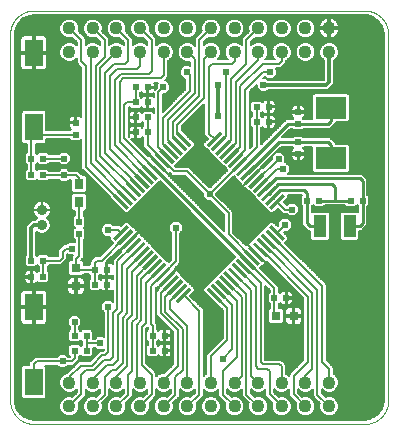
<source format=gtl>
G75*
%MOIN*%
%OFA0B0*%
%FSLAX25Y25*%
%IPPOS*%
%LPD*%
%AMOC8*
5,1,8,0,0,1.08239X$1,22.5*
%
%ADD10C,0.00400*%
%ADD11R,0.01969X0.01969*%
%ADD12R,0.03150X0.03150*%
%ADD13R,0.03150X0.03543*%
%ADD14R,0.01181X0.06299*%
%ADD15R,0.06299X0.01181*%
%ADD16R,0.06299X0.09055*%
%ADD17R,0.10236X0.07480*%
%ADD18C,0.04362*%
%ADD19C,0.03575*%
%ADD20R,0.04331X0.07480*%
%ADD21C,0.00800*%
%ADD22C,0.00600*%
%ADD23C,0.02381*%
%ADD24C,0.01200*%
%ADD25C,0.01000*%
D10*
X0001487Y0009174D02*
X0001487Y0131221D01*
X0001489Y0131414D01*
X0001496Y0131607D01*
X0001508Y0131800D01*
X0001525Y0131993D01*
X0001546Y0132185D01*
X0001572Y0132376D01*
X0001603Y0132567D01*
X0001638Y0132757D01*
X0001678Y0132946D01*
X0001723Y0133134D01*
X0001772Y0133321D01*
X0001826Y0133507D01*
X0001884Y0133691D01*
X0001947Y0133874D01*
X0002015Y0134055D01*
X0002086Y0134234D01*
X0002163Y0134412D01*
X0002243Y0134588D01*
X0002328Y0134761D01*
X0002417Y0134933D01*
X0002510Y0135102D01*
X0002607Y0135269D01*
X0002709Y0135434D01*
X0002814Y0135596D01*
X0002923Y0135755D01*
X0003037Y0135912D01*
X0003154Y0136065D01*
X0003274Y0136216D01*
X0003399Y0136364D01*
X0003527Y0136509D01*
X0003658Y0136650D01*
X0003793Y0136789D01*
X0003932Y0136924D01*
X0004073Y0137055D01*
X0004218Y0137183D01*
X0004366Y0137308D01*
X0004517Y0137428D01*
X0004670Y0137545D01*
X0004827Y0137659D01*
X0004986Y0137768D01*
X0005148Y0137873D01*
X0005313Y0137975D01*
X0005480Y0138072D01*
X0005649Y0138165D01*
X0005821Y0138254D01*
X0005994Y0138339D01*
X0006170Y0138419D01*
X0006348Y0138496D01*
X0006527Y0138567D01*
X0006708Y0138635D01*
X0006891Y0138698D01*
X0007075Y0138756D01*
X0007261Y0138810D01*
X0007448Y0138859D01*
X0007636Y0138904D01*
X0007825Y0138944D01*
X0008015Y0138979D01*
X0008206Y0139010D01*
X0008397Y0139036D01*
X0008589Y0139057D01*
X0008782Y0139074D01*
X0008975Y0139086D01*
X0009168Y0139093D01*
X0009361Y0139095D01*
X0119660Y0139095D01*
X0119850Y0139093D01*
X0120040Y0139086D01*
X0120230Y0139074D01*
X0120420Y0139058D01*
X0120609Y0139038D01*
X0120798Y0139012D01*
X0120986Y0138983D01*
X0121173Y0138948D01*
X0121359Y0138909D01*
X0121544Y0138866D01*
X0121729Y0138818D01*
X0121912Y0138766D01*
X0122093Y0138710D01*
X0122273Y0138649D01*
X0122452Y0138583D01*
X0122629Y0138514D01*
X0122805Y0138440D01*
X0122978Y0138362D01*
X0123150Y0138279D01*
X0123319Y0138193D01*
X0123487Y0138103D01*
X0123652Y0138008D01*
X0123815Y0137910D01*
X0123975Y0137807D01*
X0124133Y0137701D01*
X0124288Y0137591D01*
X0124441Y0137478D01*
X0124591Y0137360D01*
X0124737Y0137239D01*
X0124881Y0137115D01*
X0125022Y0136987D01*
X0125160Y0136856D01*
X0125295Y0136721D01*
X0125426Y0136583D01*
X0125554Y0136442D01*
X0125678Y0136298D01*
X0125799Y0136152D01*
X0125917Y0136002D01*
X0126030Y0135849D01*
X0126140Y0135694D01*
X0126246Y0135536D01*
X0126349Y0135376D01*
X0126447Y0135213D01*
X0126542Y0135048D01*
X0126632Y0134880D01*
X0126718Y0134711D01*
X0126801Y0134539D01*
X0126879Y0134366D01*
X0126953Y0134190D01*
X0127022Y0134013D01*
X0127088Y0133834D01*
X0127149Y0133654D01*
X0127205Y0133473D01*
X0127257Y0133290D01*
X0127305Y0133105D01*
X0127348Y0132920D01*
X0127387Y0132734D01*
X0127422Y0132547D01*
X0127451Y0132359D01*
X0127477Y0132170D01*
X0127497Y0131981D01*
X0127513Y0131791D01*
X0127525Y0131601D01*
X0127532Y0131411D01*
X0127534Y0131221D01*
X0127534Y0009174D01*
X0127532Y0008984D01*
X0127525Y0008794D01*
X0127513Y0008604D01*
X0127497Y0008414D01*
X0127477Y0008225D01*
X0127451Y0008036D01*
X0127422Y0007848D01*
X0127387Y0007661D01*
X0127348Y0007475D01*
X0127305Y0007290D01*
X0127257Y0007105D01*
X0127205Y0006922D01*
X0127149Y0006741D01*
X0127088Y0006561D01*
X0127022Y0006382D01*
X0126953Y0006205D01*
X0126879Y0006029D01*
X0126801Y0005856D01*
X0126718Y0005684D01*
X0126632Y0005515D01*
X0126542Y0005347D01*
X0126447Y0005182D01*
X0126349Y0005019D01*
X0126246Y0004859D01*
X0126140Y0004701D01*
X0126030Y0004546D01*
X0125917Y0004393D01*
X0125799Y0004243D01*
X0125678Y0004097D01*
X0125554Y0003953D01*
X0125426Y0003812D01*
X0125295Y0003674D01*
X0125160Y0003539D01*
X0125022Y0003408D01*
X0124881Y0003280D01*
X0124737Y0003156D01*
X0124591Y0003035D01*
X0124441Y0002917D01*
X0124288Y0002804D01*
X0124133Y0002694D01*
X0123975Y0002588D01*
X0123815Y0002485D01*
X0123652Y0002387D01*
X0123487Y0002292D01*
X0123319Y0002202D01*
X0123150Y0002116D01*
X0122978Y0002033D01*
X0122805Y0001955D01*
X0122629Y0001881D01*
X0122452Y0001812D01*
X0122273Y0001746D01*
X0122093Y0001685D01*
X0121912Y0001629D01*
X0121729Y0001577D01*
X0121544Y0001529D01*
X0121359Y0001486D01*
X0121173Y0001447D01*
X0120986Y0001412D01*
X0120798Y0001383D01*
X0120609Y0001357D01*
X0120420Y0001337D01*
X0120230Y0001321D01*
X0120040Y0001309D01*
X0119850Y0001302D01*
X0119660Y0001300D01*
X0009361Y0001300D01*
X0009171Y0001302D01*
X0008981Y0001309D01*
X0008791Y0001321D01*
X0008601Y0001337D01*
X0008412Y0001357D01*
X0008223Y0001383D01*
X0008035Y0001412D01*
X0007848Y0001447D01*
X0007662Y0001486D01*
X0007477Y0001529D01*
X0007292Y0001577D01*
X0007109Y0001629D01*
X0006928Y0001685D01*
X0006748Y0001746D01*
X0006569Y0001812D01*
X0006392Y0001881D01*
X0006216Y0001955D01*
X0006043Y0002033D01*
X0005871Y0002116D01*
X0005702Y0002202D01*
X0005534Y0002292D01*
X0005369Y0002387D01*
X0005206Y0002485D01*
X0005046Y0002588D01*
X0004888Y0002694D01*
X0004733Y0002804D01*
X0004580Y0002917D01*
X0004430Y0003035D01*
X0004284Y0003156D01*
X0004140Y0003280D01*
X0003999Y0003408D01*
X0003861Y0003539D01*
X0003726Y0003674D01*
X0003595Y0003812D01*
X0003467Y0003953D01*
X0003343Y0004097D01*
X0003222Y0004243D01*
X0003104Y0004393D01*
X0002991Y0004546D01*
X0002881Y0004701D01*
X0002775Y0004859D01*
X0002672Y0005019D01*
X0002574Y0005182D01*
X0002479Y0005347D01*
X0002389Y0005515D01*
X0002303Y0005684D01*
X0002220Y0005856D01*
X0002142Y0006029D01*
X0002068Y0006205D01*
X0001999Y0006382D01*
X0001933Y0006561D01*
X0001872Y0006741D01*
X0001816Y0006922D01*
X0001764Y0007105D01*
X0001716Y0007290D01*
X0001673Y0007475D01*
X0001634Y0007661D01*
X0001599Y0007848D01*
X0001570Y0008036D01*
X0001544Y0008225D01*
X0001524Y0008414D01*
X0001508Y0008604D01*
X0001496Y0008794D01*
X0001489Y0008984D01*
X0001487Y0009174D01*
D11*
X0022987Y0025800D03*
X0026987Y0025800D03*
X0026987Y0030800D03*
X0022987Y0030800D03*
X0029737Y0047800D03*
X0033737Y0047800D03*
X0033737Y0052800D03*
X0029737Y0052800D03*
X0024487Y0064800D03*
X0024487Y0068800D03*
X0012487Y0055800D03*
X0008487Y0055800D03*
X0008487Y0050300D03*
X0012487Y0050300D03*
X0012487Y0084300D03*
X0008487Y0084300D03*
X0008487Y0089800D03*
X0012487Y0089800D03*
X0023377Y0097805D03*
X0023377Y0101805D03*
X0043377Y0103505D03*
X0047377Y0103505D03*
X0047377Y0098505D03*
X0043377Y0098505D03*
X0043377Y0108505D03*
X0047377Y0108505D03*
X0047377Y0113505D03*
X0043377Y0113505D03*
X0083677Y0107005D03*
X0087677Y0107005D03*
X0087677Y0102005D03*
X0083677Y0102005D03*
X0097487Y0101300D03*
X0097487Y0105300D03*
X0097487Y0095300D03*
X0097487Y0091300D03*
X0100487Y0075800D03*
X0104487Y0075800D03*
X0114987Y0075800D03*
X0118987Y0075800D03*
X0093487Y0043300D03*
X0089487Y0043300D03*
X0052987Y0030800D03*
X0048987Y0030800D03*
X0048987Y0025800D03*
X0052987Y0025800D03*
D12*
X0023487Y0047300D03*
X0023487Y0053300D03*
X0089987Y0037300D03*
X0095987Y0037300D03*
D13*
X0024487Y0075300D03*
X0024487Y0081300D03*
D14*
G36*
X0036672Y0062404D02*
X0035838Y0063238D01*
X0040290Y0067690D01*
X0041124Y0066856D01*
X0036672Y0062404D01*
G37*
G36*
X0038064Y0061012D02*
X0037230Y0061846D01*
X0041682Y0066298D01*
X0042516Y0065464D01*
X0038064Y0061012D01*
G37*
G36*
X0039456Y0059621D02*
X0038622Y0060455D01*
X0043074Y0064907D01*
X0043908Y0064073D01*
X0039456Y0059621D01*
G37*
G36*
X0040848Y0058229D02*
X0040014Y0059063D01*
X0044466Y0063515D01*
X0045300Y0062681D01*
X0040848Y0058229D01*
G37*
G36*
X0042240Y0056837D02*
X0041406Y0057671D01*
X0045858Y0062123D01*
X0046692Y0061289D01*
X0042240Y0056837D01*
G37*
G36*
X0043632Y0055445D02*
X0042798Y0056279D01*
X0047250Y0060731D01*
X0048084Y0059897D01*
X0043632Y0055445D01*
G37*
G36*
X0045024Y0054053D02*
X0044190Y0054887D01*
X0048642Y0059339D01*
X0049476Y0058505D01*
X0045024Y0054053D01*
G37*
G36*
X0046416Y0052661D02*
X0045582Y0053495D01*
X0050034Y0057947D01*
X0050868Y0057113D01*
X0046416Y0052661D01*
G37*
G36*
X0047808Y0051269D02*
X0046974Y0052103D01*
X0051426Y0056555D01*
X0052260Y0055721D01*
X0047808Y0051269D01*
G37*
G36*
X0049200Y0049877D02*
X0048366Y0050711D01*
X0052818Y0055163D01*
X0053652Y0054329D01*
X0049200Y0049877D01*
G37*
G36*
X0050592Y0048485D02*
X0049758Y0049319D01*
X0054210Y0053771D01*
X0055044Y0052937D01*
X0050592Y0048485D01*
G37*
G36*
X0051984Y0047093D02*
X0051150Y0047927D01*
X0055602Y0052379D01*
X0056436Y0051545D01*
X0051984Y0047093D01*
G37*
G36*
X0053376Y0045701D02*
X0052542Y0046535D01*
X0056994Y0050987D01*
X0057828Y0050153D01*
X0053376Y0045701D01*
G37*
G36*
X0054768Y0044309D02*
X0053934Y0045143D01*
X0058386Y0049595D01*
X0059220Y0048761D01*
X0054768Y0044309D01*
G37*
G36*
X0056160Y0042917D02*
X0055326Y0043751D01*
X0059778Y0048203D01*
X0060612Y0047369D01*
X0056160Y0042917D01*
G37*
G36*
X0057552Y0041525D02*
X0056718Y0042359D01*
X0061170Y0046811D01*
X0062004Y0045977D01*
X0057552Y0041525D01*
G37*
G36*
X0087339Y0074097D02*
X0086505Y0074931D01*
X0090957Y0079383D01*
X0091791Y0078549D01*
X0087339Y0074097D01*
G37*
G36*
X0088731Y0072705D02*
X0087897Y0073539D01*
X0092349Y0077991D01*
X0093183Y0077157D01*
X0088731Y0072705D01*
G37*
G36*
X0085947Y0075489D02*
X0085113Y0076323D01*
X0089565Y0080775D01*
X0090399Y0079941D01*
X0085947Y0075489D01*
G37*
G36*
X0084555Y0076881D02*
X0083721Y0077715D01*
X0088173Y0082167D01*
X0089007Y0081333D01*
X0084555Y0076881D01*
G37*
G36*
X0083163Y0078273D02*
X0082329Y0079107D01*
X0086781Y0083559D01*
X0087615Y0082725D01*
X0083163Y0078273D01*
G37*
G36*
X0081771Y0079665D02*
X0080937Y0080499D01*
X0085389Y0084951D01*
X0086223Y0084117D01*
X0081771Y0079665D01*
G37*
G36*
X0080379Y0081056D02*
X0079545Y0081890D01*
X0083997Y0086342D01*
X0084831Y0085508D01*
X0080379Y0081056D01*
G37*
G36*
X0078987Y0082448D02*
X0078153Y0083282D01*
X0082605Y0087734D01*
X0083439Y0086900D01*
X0078987Y0082448D01*
G37*
G36*
X0077596Y0083840D02*
X0076762Y0084674D01*
X0081214Y0089126D01*
X0082048Y0088292D01*
X0077596Y0083840D01*
G37*
G36*
X0076204Y0085232D02*
X0075370Y0086066D01*
X0079822Y0090518D01*
X0080656Y0089684D01*
X0076204Y0085232D01*
G37*
G36*
X0074812Y0086624D02*
X0073978Y0087458D01*
X0078430Y0091910D01*
X0079264Y0091076D01*
X0074812Y0086624D01*
G37*
G36*
X0073420Y0088016D02*
X0072586Y0088850D01*
X0077038Y0093302D01*
X0077872Y0092468D01*
X0073420Y0088016D01*
G37*
G36*
X0072028Y0089408D02*
X0071194Y0090242D01*
X0075646Y0094694D01*
X0076480Y0093860D01*
X0072028Y0089408D01*
G37*
G36*
X0070636Y0090800D02*
X0069802Y0091634D01*
X0074254Y0096086D01*
X0075088Y0095252D01*
X0070636Y0090800D01*
G37*
G36*
X0069244Y0092192D02*
X0068410Y0093026D01*
X0072862Y0097478D01*
X0073696Y0096644D01*
X0069244Y0092192D01*
G37*
G36*
X0067852Y0093584D02*
X0067018Y0094418D01*
X0071470Y0098870D01*
X0072304Y0098036D01*
X0067852Y0093584D01*
G37*
D15*
G36*
X0061170Y0093584D02*
X0056718Y0098036D01*
X0057552Y0098870D01*
X0062004Y0094418D01*
X0061170Y0093584D01*
G37*
G36*
X0059778Y0092192D02*
X0055326Y0096644D01*
X0056160Y0097478D01*
X0060612Y0093026D01*
X0059778Y0092192D01*
G37*
G36*
X0058386Y0090800D02*
X0053934Y0095252D01*
X0054768Y0096086D01*
X0059220Y0091634D01*
X0058386Y0090800D01*
G37*
G36*
X0056994Y0089408D02*
X0052542Y0093860D01*
X0053376Y0094694D01*
X0057828Y0090242D01*
X0056994Y0089408D01*
G37*
G36*
X0055602Y0088016D02*
X0051150Y0092468D01*
X0051984Y0093302D01*
X0056436Y0088850D01*
X0055602Y0088016D01*
G37*
G36*
X0054210Y0086624D02*
X0049758Y0091076D01*
X0050592Y0091910D01*
X0055044Y0087458D01*
X0054210Y0086624D01*
G37*
G36*
X0052818Y0085232D02*
X0048366Y0089684D01*
X0049200Y0090518D01*
X0053652Y0086066D01*
X0052818Y0085232D01*
G37*
G36*
X0051426Y0083840D02*
X0046974Y0088292D01*
X0047808Y0089126D01*
X0052260Y0084674D01*
X0051426Y0083840D01*
G37*
G36*
X0050034Y0082448D02*
X0045582Y0086900D01*
X0046416Y0087734D01*
X0050868Y0083282D01*
X0050034Y0082448D01*
G37*
G36*
X0048642Y0081056D02*
X0044190Y0085508D01*
X0045024Y0086342D01*
X0049476Y0081890D01*
X0048642Y0081056D01*
G37*
G36*
X0047250Y0079665D02*
X0042798Y0084117D01*
X0043632Y0084951D01*
X0048084Y0080499D01*
X0047250Y0079665D01*
G37*
G36*
X0045858Y0078273D02*
X0041406Y0082725D01*
X0042240Y0083559D01*
X0046692Y0079107D01*
X0045858Y0078273D01*
G37*
G36*
X0044466Y0076881D02*
X0040014Y0081333D01*
X0040848Y0082167D01*
X0045300Y0077715D01*
X0044466Y0076881D01*
G37*
G36*
X0043074Y0075489D02*
X0038622Y0079941D01*
X0039456Y0080775D01*
X0043908Y0076323D01*
X0043074Y0075489D01*
G37*
G36*
X0041682Y0074097D02*
X0037230Y0078549D01*
X0038064Y0079383D01*
X0042516Y0074931D01*
X0041682Y0074097D01*
G37*
G36*
X0040290Y0072705D02*
X0035838Y0077157D01*
X0036672Y0077991D01*
X0041124Y0073539D01*
X0040290Y0072705D01*
G37*
G36*
X0071470Y0041525D02*
X0067018Y0045977D01*
X0067852Y0046811D01*
X0072304Y0042359D01*
X0071470Y0041525D01*
G37*
G36*
X0072862Y0042917D02*
X0068410Y0047369D01*
X0069244Y0048203D01*
X0073696Y0043751D01*
X0072862Y0042917D01*
G37*
G36*
X0074254Y0044309D02*
X0069802Y0048761D01*
X0070636Y0049595D01*
X0075088Y0045143D01*
X0074254Y0044309D01*
G37*
G36*
X0075646Y0045701D02*
X0071194Y0050153D01*
X0072028Y0050987D01*
X0076480Y0046535D01*
X0075646Y0045701D01*
G37*
G36*
X0077038Y0047093D02*
X0072586Y0051545D01*
X0073420Y0052379D01*
X0077872Y0047927D01*
X0077038Y0047093D01*
G37*
G36*
X0078430Y0048485D02*
X0073978Y0052937D01*
X0074812Y0053771D01*
X0079264Y0049319D01*
X0078430Y0048485D01*
G37*
G36*
X0079822Y0049877D02*
X0075370Y0054329D01*
X0076204Y0055163D01*
X0080656Y0050711D01*
X0079822Y0049877D01*
G37*
G36*
X0081214Y0051269D02*
X0076762Y0055721D01*
X0077596Y0056555D01*
X0082048Y0052103D01*
X0081214Y0051269D01*
G37*
G36*
X0082605Y0052661D02*
X0078153Y0057113D01*
X0078987Y0057947D01*
X0083439Y0053495D01*
X0082605Y0052661D01*
G37*
G36*
X0083997Y0054053D02*
X0079545Y0058505D01*
X0080379Y0059339D01*
X0084831Y0054887D01*
X0083997Y0054053D01*
G37*
G36*
X0085389Y0055445D02*
X0080937Y0059897D01*
X0081771Y0060731D01*
X0086223Y0056279D01*
X0085389Y0055445D01*
G37*
G36*
X0086781Y0056837D02*
X0082329Y0061289D01*
X0083163Y0062123D01*
X0087615Y0057671D01*
X0086781Y0056837D01*
G37*
G36*
X0088173Y0058229D02*
X0083721Y0062681D01*
X0084555Y0063515D01*
X0089007Y0059063D01*
X0088173Y0058229D01*
G37*
G36*
X0089565Y0059621D02*
X0085113Y0064073D01*
X0085947Y0064907D01*
X0090399Y0060455D01*
X0089565Y0059621D01*
G37*
G36*
X0090957Y0061012D02*
X0086505Y0065464D01*
X0087339Y0066298D01*
X0091791Y0061846D01*
X0090957Y0061012D01*
G37*
G36*
X0092349Y0062404D02*
X0087897Y0066856D01*
X0088731Y0067690D01*
X0093183Y0063238D01*
X0092349Y0062404D01*
G37*
D16*
X0009361Y0040198D03*
X0009361Y0015394D03*
X0009361Y0100198D03*
X0009361Y0125001D03*
D17*
X0108487Y0106765D03*
X0108487Y0089835D03*
D18*
X0107818Y0125316D03*
X0107818Y0133190D03*
X0099944Y0133190D03*
X0099944Y0125316D03*
X0092070Y0125316D03*
X0092070Y0133190D03*
X0084196Y0133190D03*
X0084196Y0125316D03*
X0076322Y0125316D03*
X0076322Y0133190D03*
X0068448Y0133190D03*
X0068448Y0125316D03*
X0060574Y0125316D03*
X0060574Y0133190D03*
X0052700Y0133190D03*
X0052700Y0125316D03*
X0044826Y0125316D03*
X0044826Y0133190D03*
X0036952Y0133190D03*
X0036952Y0125316D03*
X0029078Y0125316D03*
X0029078Y0133190D03*
X0021204Y0133190D03*
X0021204Y0125316D03*
X0021204Y0015080D03*
X0021204Y0007206D03*
X0029078Y0007206D03*
X0029078Y0015080D03*
X0036952Y0015080D03*
X0036952Y0007206D03*
X0044826Y0007206D03*
X0044826Y0015080D03*
X0052700Y0015080D03*
X0052700Y0007206D03*
X0060574Y0007206D03*
X0060574Y0015080D03*
X0068448Y0015080D03*
X0068448Y0007206D03*
X0076322Y0007206D03*
X0076322Y0015080D03*
X0084196Y0015080D03*
X0084196Y0007206D03*
X0092070Y0007206D03*
X0092070Y0015080D03*
X0099944Y0015080D03*
X0099944Y0007206D03*
X0107818Y0007206D03*
X0107818Y0015080D03*
D19*
X0012071Y0067654D03*
X0012071Y0072654D03*
D20*
X0104816Y0067300D03*
X0114658Y0067300D03*
D21*
X0095487Y0072800D02*
X0093088Y0072800D01*
X0090540Y0075348D01*
X0084972Y0080916D02*
X0090357Y0086300D01*
X0092487Y0086300D01*
X0090987Y0089714D02*
X0083580Y0082308D01*
X0082188Y0083699D02*
X0078387Y0079898D01*
X0078387Y0070000D01*
X0078387Y0063281D01*
X0083580Y0058088D01*
X0082188Y0056696D02*
X0082186Y0056696D01*
X0074377Y0064505D01*
X0074377Y0071505D01*
X0067977Y0077905D01*
X0068042Y0077905D01*
X0078013Y0087875D01*
X0083677Y0093540D01*
X0083677Y0102005D01*
X0083677Y0107005D01*
X0079887Y0112800D02*
X0085687Y0118600D01*
X0088087Y0118600D01*
X0085687Y0121400D02*
X0091070Y0121400D01*
X0092070Y0122400D01*
X0092070Y0125316D01*
X0085687Y0121400D02*
X0078287Y0114000D01*
X0078287Y0093718D01*
X0075229Y0090659D01*
X0076621Y0089267D02*
X0079887Y0092534D01*
X0079887Y0112800D01*
X0076687Y0115200D02*
X0084196Y0122709D01*
X0084196Y0125316D01*
X0080287Y0121407D02*
X0080287Y0129281D01*
X0084196Y0133190D01*
X0076322Y0125316D02*
X0076322Y0122400D01*
X0075322Y0121400D01*
X0068787Y0121400D01*
X0067787Y0120400D01*
X0067787Y0098101D01*
X0069661Y0096227D01*
X0071053Y0094835D02*
X0073487Y0097269D01*
X0073487Y0118600D01*
X0075087Y0116207D02*
X0080287Y0121407D01*
X0076687Y0115200D02*
X0076687Y0094902D01*
X0073837Y0092051D01*
X0072445Y0093443D02*
X0075087Y0096085D01*
X0075087Y0116207D01*
X0066182Y0109994D02*
X0057287Y0101100D01*
X0057287Y0098300D01*
X0059361Y0096227D01*
X0057969Y0094835D02*
X0055682Y0097122D01*
X0055682Y0101820D01*
X0064582Y0110720D01*
X0064582Y0129324D01*
X0068448Y0133190D01*
X0068448Y0125316D02*
X0066182Y0123050D01*
X0066182Y0109994D01*
X0062982Y0111520D02*
X0054082Y0102620D01*
X0054082Y0095938D01*
X0056577Y0093443D01*
X0055185Y0092051D02*
X0052482Y0094754D01*
X0052482Y0103320D01*
X0061382Y0112220D01*
X0061382Y0117620D01*
X0060382Y0118620D01*
X0062982Y0122908D02*
X0060574Y0125316D01*
X0062982Y0122908D02*
X0062982Y0111520D01*
X0052582Y0113520D02*
X0050882Y0111820D01*
X0050882Y0093570D01*
X0053793Y0090659D01*
X0052401Y0089267D02*
X0047377Y0094291D01*
X0047377Y0098505D01*
X0047377Y0103505D01*
X0046377Y0106020D02*
X0044377Y0106020D01*
X0043377Y0105020D01*
X0043377Y0103505D01*
X0043377Y0098505D01*
X0043377Y0095507D01*
X0051009Y0087875D01*
X0056484Y0082400D01*
X0058687Y0082400D01*
X0060087Y0081000D01*
X0071087Y0070000D01*
X0067977Y0077905D02*
X0060377Y0085505D01*
X0056163Y0085505D01*
X0052401Y0089267D01*
X0049617Y0086483D02*
X0039582Y0096519D01*
X0039582Y0107705D01*
X0040382Y0108505D01*
X0043377Y0108505D01*
X0043377Y0113505D01*
X0047377Y0113505D02*
X0047377Y0108505D01*
X0047377Y0107020D01*
X0046377Y0106020D01*
X0037982Y0115281D02*
X0039232Y0116531D01*
X0051700Y0116531D01*
X0052700Y0117531D01*
X0052700Y0125316D01*
X0048777Y0129239D02*
X0044826Y0133190D01*
X0048777Y0129239D02*
X0048777Y0119131D01*
X0047777Y0118131D01*
X0038382Y0118131D01*
X0036382Y0116131D01*
X0036382Y0094151D01*
X0046833Y0083699D01*
X0045441Y0082308D02*
X0034782Y0092967D01*
X0034782Y0117231D01*
X0037282Y0119731D01*
X0043826Y0119731D01*
X0044826Y0120731D01*
X0044826Y0125316D01*
X0040877Y0122331D02*
X0040877Y0129231D01*
X0036952Y0133190D01*
X0032977Y0129291D02*
X0029078Y0133190D01*
X0032977Y0129291D02*
X0032977Y0123731D01*
X0029982Y0120735D01*
X0029982Y0089415D01*
X0041265Y0078132D01*
X0042657Y0079524D02*
X0031582Y0090599D01*
X0031582Y0119946D01*
X0036952Y0125316D01*
X0036182Y0121331D02*
X0039877Y0121331D01*
X0040877Y0122331D01*
X0036182Y0121331D02*
X0033182Y0118331D01*
X0033182Y0091783D01*
X0044049Y0080916D01*
X0048225Y0085091D02*
X0037982Y0095335D01*
X0037982Y0115281D01*
X0028382Y0124620D02*
X0029078Y0125316D01*
X0028382Y0124620D02*
X0028382Y0088232D01*
X0039873Y0076740D01*
X0038481Y0075348D02*
X0026782Y0087048D01*
X0026782Y0120620D01*
X0025182Y0122220D01*
X0025182Y0129253D01*
X0021245Y0133190D01*
X0021204Y0133190D01*
X0009361Y0100198D02*
X0009487Y0100072D01*
X0009487Y0097805D01*
X0009987Y0097805D01*
X0008487Y0096305D01*
X0008487Y0089800D01*
X0008487Y0084300D01*
X0012487Y0084300D02*
X0019487Y0084300D01*
X0023487Y0084300D01*
X0024487Y0083300D01*
X0024487Y0081300D01*
X0024487Y0075300D02*
X0024487Y0068800D01*
X0024487Y0064800D02*
X0024487Y0057300D01*
X0023487Y0056300D01*
X0023487Y0053300D01*
X0024487Y0052800D01*
X0029737Y0052800D01*
X0029737Y0055050D01*
X0030487Y0055800D01*
X0032018Y0055800D01*
X0039873Y0063655D01*
X0038481Y0065047D02*
X0037429Y0066100D01*
X0034187Y0066100D01*
X0041265Y0062264D02*
X0050202Y0071200D01*
X0056787Y0066726D02*
X0056787Y0055514D01*
X0052401Y0051128D01*
X0048487Y0047214D01*
X0048487Y0034500D01*
X0048987Y0034000D01*
X0048987Y0030800D01*
X0048987Y0025800D01*
X0052987Y0025800D02*
X0052987Y0030800D01*
X0052987Y0033600D01*
X0050087Y0036500D01*
X0050087Y0046030D01*
X0053793Y0049736D01*
X0060257Y0056200D01*
X0055185Y0048344D02*
X0051677Y0044836D01*
X0051677Y0038205D01*
X0057387Y0032494D01*
X0057387Y0020700D01*
X0052700Y0016013D01*
X0052700Y0015080D01*
X0056577Y0016890D02*
X0056577Y0011083D01*
X0052700Y0007206D01*
X0048787Y0011167D02*
X0044826Y0007206D01*
X0040877Y0011131D02*
X0036952Y0007206D01*
X0040877Y0011131D02*
X0040877Y0017779D01*
X0042187Y0019089D01*
X0042287Y0035300D01*
X0043787Y0036800D01*
X0043687Y0050766D01*
X0048225Y0055304D01*
X0046833Y0056696D02*
X0042087Y0051950D01*
X0042087Y0037500D01*
X0040587Y0036000D01*
X0040587Y0020700D01*
X0036952Y0017065D01*
X0036952Y0015080D01*
X0036787Y0019400D02*
X0035487Y0019400D01*
X0032987Y0016900D01*
X0032987Y0011115D01*
X0029078Y0007206D01*
X0025187Y0011189D02*
X0021204Y0007206D01*
X0025187Y0011189D02*
X0025187Y0017700D01*
X0026687Y0019200D01*
X0029387Y0019200D01*
X0032787Y0022600D01*
X0034787Y0022600D01*
X0035787Y0023600D01*
X0035787Y0038300D01*
X0037287Y0039800D01*
X0037287Y0055502D01*
X0042657Y0060872D01*
X0041265Y0062264D02*
X0033737Y0054735D01*
X0033737Y0052800D01*
X0033737Y0047800D01*
X0029737Y0047800D02*
X0029737Y0052800D01*
X0021987Y0059800D02*
X0019987Y0059800D01*
X0018987Y0058800D01*
X0018987Y0056800D01*
X0017987Y0055800D01*
X0012487Y0055800D01*
X0012487Y0050300D01*
X0022987Y0035300D02*
X0022987Y0030800D01*
X0026987Y0030800D02*
X0026987Y0028300D01*
X0031487Y0028300D01*
X0034187Y0025200D02*
X0033187Y0024200D01*
X0032087Y0024200D01*
X0028687Y0020800D01*
X0025141Y0020800D01*
X0021204Y0016863D01*
X0021204Y0015080D01*
X0021987Y0022300D02*
X0018987Y0022300D01*
X0010361Y0022300D01*
X0009361Y0021300D01*
X0009361Y0015394D01*
X0021987Y0022300D02*
X0022987Y0023300D01*
X0022987Y0025800D01*
X0026987Y0025800D02*
X0026987Y0028300D01*
X0034187Y0025200D02*
X0034187Y0040400D01*
X0037387Y0037600D02*
X0037387Y0022700D01*
X0035687Y0021000D01*
X0033687Y0021000D01*
X0029078Y0016391D01*
X0029078Y0015080D01*
X0036787Y0019400D02*
X0038987Y0021600D01*
X0038987Y0036800D01*
X0040487Y0038300D01*
X0040487Y0053134D01*
X0045441Y0058088D01*
X0044049Y0059480D02*
X0038887Y0054318D01*
X0038887Y0039100D01*
X0037387Y0037600D01*
X0043787Y0034400D02*
X0043787Y0016118D01*
X0044826Y0015080D01*
X0048787Y0017700D02*
X0048787Y0011167D01*
X0048787Y0017700D02*
X0045387Y0021100D01*
X0045387Y0033600D01*
X0046887Y0035100D01*
X0046887Y0048398D01*
X0051009Y0052520D01*
X0049617Y0053912D02*
X0045287Y0049582D01*
X0045287Y0035900D01*
X0043787Y0034400D01*
X0053277Y0038805D02*
X0058987Y0033094D01*
X0058987Y0019300D01*
X0056577Y0016890D01*
X0060574Y0015080D02*
X0060574Y0033908D01*
X0054877Y0039605D01*
X0054877Y0042469D01*
X0057969Y0045560D01*
X0056577Y0046952D02*
X0053277Y0043652D01*
X0053277Y0038805D01*
X0059361Y0044168D02*
X0064487Y0039042D01*
X0064487Y0011119D01*
X0060574Y0007206D01*
X0068448Y0015080D02*
X0068448Y0023861D01*
X0073887Y0029300D01*
X0073887Y0039942D01*
X0069661Y0044168D01*
X0071053Y0045560D02*
X0075487Y0041126D01*
X0075487Y0026200D01*
X0072387Y0023100D01*
X0072387Y0019100D02*
X0077087Y0023800D01*
X0077087Y0042310D01*
X0072445Y0046952D01*
X0073837Y0048344D02*
X0078687Y0043494D01*
X0078687Y0017445D01*
X0076322Y0015080D01*
X0072387Y0011140D02*
X0072387Y0019100D01*
X0072387Y0011140D02*
X0076322Y0007206D01*
X0080282Y0011120D02*
X0084196Y0007206D01*
X0080282Y0011120D02*
X0080282Y0044683D01*
X0075229Y0049736D01*
X0076621Y0051128D02*
X0081882Y0045867D01*
X0081882Y0017394D01*
X0084196Y0015080D01*
X0088082Y0018894D02*
X0088082Y0011194D01*
X0092070Y0007206D01*
X0095982Y0011168D02*
X0099944Y0007206D01*
X0103882Y0011142D02*
X0103882Y0046138D01*
X0087756Y0062264D01*
X0089148Y0063655D02*
X0105487Y0047316D01*
X0105487Y0022000D01*
X0107818Y0019669D01*
X0107818Y0015080D01*
X0103882Y0011142D02*
X0107818Y0007206D01*
X0099944Y0015080D02*
X0099944Y0017457D01*
X0102287Y0019800D01*
X0102287Y0044949D01*
X0086364Y0060872D01*
X0084972Y0059480D02*
X0100687Y0043765D01*
X0100687Y0022000D01*
X0095982Y0017294D01*
X0095982Y0011168D01*
X0092070Y0015080D02*
X0092070Y0020494D01*
X0091270Y0021294D01*
X0085882Y0021294D01*
X0085082Y0022094D01*
X0085082Y0048235D01*
X0079405Y0053912D01*
X0080796Y0055304D02*
X0089487Y0046613D01*
X0089487Y0043300D01*
X0089487Y0037800D01*
X0089987Y0037300D01*
X0083482Y0047051D02*
X0083482Y0020494D01*
X0084282Y0019694D01*
X0087282Y0019694D01*
X0088082Y0018894D01*
X0083482Y0047051D02*
X0078013Y0052520D01*
X0090540Y0065047D02*
X0093182Y0067689D01*
X0093182Y0067720D01*
X0023377Y0097805D02*
X0009987Y0097805D01*
X0012487Y0089800D02*
X0019487Y0089800D01*
D22*
X0003682Y0006280D02*
X0004854Y0004667D01*
X0006467Y0003495D01*
X0008364Y0002878D01*
X0009361Y0002800D01*
X0119660Y0002800D01*
X0120657Y0002878D01*
X0122554Y0003495D01*
X0124167Y0004667D01*
X0125340Y0006280D01*
X0125956Y0008177D01*
X0126034Y0009174D01*
X0126034Y0131221D01*
X0125956Y0132218D01*
X0125340Y0134115D01*
X0124167Y0135728D01*
X0122554Y0136901D01*
X0120657Y0137517D01*
X0119660Y0137595D01*
X0009361Y0137595D01*
X0008118Y0137473D01*
X0005820Y0136521D01*
X0004061Y0134762D01*
X0003110Y0132465D01*
X0002987Y0131221D01*
X0002987Y0009174D01*
X0003066Y0008177D01*
X0003682Y0006280D01*
X0003821Y0006088D02*
X0018115Y0006088D01*
X0017923Y0006553D02*
X0017923Y0007858D01*
X0018422Y0009064D01*
X0019345Y0009987D01*
X0020551Y0010487D01*
X0021856Y0010487D01*
X0022215Y0010338D01*
X0023687Y0011810D01*
X0023687Y0012923D01*
X0023062Y0012298D01*
X0021856Y0011798D01*
X0020551Y0011798D01*
X0019345Y0012298D01*
X0018422Y0013221D01*
X0017923Y0014427D01*
X0017923Y0015732D01*
X0018422Y0016938D01*
X0019345Y0017861D01*
X0020551Y0018361D01*
X0020580Y0018361D01*
X0020582Y0018363D01*
X0024519Y0022300D01*
X0028066Y0022300D01*
X0031466Y0025700D01*
X0032566Y0025700D01*
X0032687Y0025821D01*
X0032687Y0026261D01*
X0032436Y0026009D01*
X0030538Y0026009D01*
X0029748Y0026800D01*
X0029071Y0026800D01*
X0029071Y0024360D01*
X0028427Y0023716D01*
X0025547Y0023716D01*
X0024987Y0024276D01*
X0024487Y0023776D01*
X0024487Y0022679D01*
X0023608Y0021800D01*
X0022608Y0020800D01*
X0020726Y0020800D01*
X0019936Y0020009D01*
X0018038Y0020009D01*
X0017248Y0020800D01*
X0013188Y0020800D01*
X0013611Y0020378D01*
X0013611Y0010411D01*
X0012966Y0009767D01*
X0005756Y0009767D01*
X0005112Y0010411D01*
X0005112Y0020378D01*
X0005756Y0021022D01*
X0007861Y0021022D01*
X0007861Y0021921D01*
X0008740Y0022800D01*
X0009740Y0023800D01*
X0017248Y0023800D01*
X0018038Y0024591D01*
X0019936Y0024591D01*
X0020726Y0023800D01*
X0021366Y0023800D01*
X0021414Y0023849D01*
X0020903Y0024360D01*
X0020903Y0027240D01*
X0021547Y0027884D01*
X0024427Y0027884D01*
X0024987Y0027324D01*
X0025487Y0027824D01*
X0025487Y0028776D01*
X0024987Y0029276D01*
X0024427Y0028716D01*
X0021547Y0028716D01*
X0020903Y0029360D01*
X0020903Y0032240D01*
X0021487Y0032824D01*
X0021487Y0033561D01*
X0020697Y0034351D01*
X0020697Y0036249D01*
X0022038Y0037591D01*
X0023936Y0037591D01*
X0025278Y0036249D01*
X0025278Y0034351D01*
X0024487Y0033561D01*
X0024487Y0032824D01*
X0024987Y0032324D01*
X0025547Y0032884D01*
X0028427Y0032884D01*
X0029071Y0032240D01*
X0029071Y0029800D01*
X0029748Y0029800D01*
X0030538Y0030591D01*
X0032436Y0030591D01*
X0032687Y0030339D01*
X0032687Y0038661D01*
X0031897Y0039451D01*
X0031897Y0041349D01*
X0033238Y0042691D01*
X0035136Y0042691D01*
X0035787Y0042039D01*
X0035787Y0046062D01*
X0035762Y0046018D01*
X0035520Y0045775D01*
X0035223Y0045604D01*
X0034893Y0045516D01*
X0033929Y0045516D01*
X0033929Y0047608D01*
X0033545Y0047608D01*
X0033545Y0045516D01*
X0032582Y0045516D01*
X0032251Y0045604D01*
X0031955Y0045775D01*
X0031713Y0046018D01*
X0031627Y0046166D01*
X0031177Y0045716D01*
X0028297Y0045716D01*
X0027653Y0046360D01*
X0027653Y0049240D01*
X0028237Y0049824D01*
X0028237Y0050776D01*
X0027713Y0051300D01*
X0026162Y0051300D01*
X0026162Y0051270D01*
X0025518Y0050625D01*
X0021457Y0050625D01*
X0020812Y0051270D01*
X0020812Y0055330D01*
X0021457Y0055975D01*
X0021987Y0055975D01*
X0021987Y0056921D01*
X0022575Y0057509D01*
X0021038Y0057509D01*
X0020487Y0058061D01*
X0020487Y0056179D01*
X0019608Y0055300D01*
X0018608Y0054300D01*
X0014511Y0054300D01*
X0013987Y0053776D01*
X0013987Y0052324D01*
X0014571Y0051740D01*
X0014571Y0048860D01*
X0013927Y0048216D01*
X0011047Y0048216D01*
X0010597Y0048666D01*
X0010512Y0048518D01*
X0010270Y0048275D01*
X0009973Y0048104D01*
X0009643Y0048016D01*
X0008679Y0048016D01*
X0008679Y0050108D01*
X0008295Y0050108D01*
X0006203Y0050108D01*
X0006203Y0049145D01*
X0006291Y0048814D01*
X0006463Y0048518D01*
X0006705Y0048275D01*
X0007001Y0048104D01*
X0007332Y0048016D01*
X0008295Y0048016D01*
X0008295Y0050108D01*
X0008295Y0050492D01*
X0006203Y0050492D01*
X0006203Y0051455D01*
X0006291Y0051786D01*
X0006463Y0052082D01*
X0006705Y0052324D01*
X0007001Y0052496D01*
X0007332Y0052584D01*
X0008295Y0052584D01*
X0008295Y0050492D01*
X0008679Y0050492D01*
X0008679Y0052584D01*
X0009643Y0052584D01*
X0009973Y0052496D01*
X0010270Y0052324D01*
X0010512Y0052082D01*
X0010597Y0051934D01*
X0010987Y0052324D01*
X0010987Y0053776D01*
X0010487Y0054276D01*
X0009927Y0053716D01*
X0007047Y0053716D01*
X0006403Y0054360D01*
X0006403Y0057240D01*
X0006787Y0057624D01*
X0006787Y0067358D01*
X0007787Y0068358D01*
X0008783Y0069354D01*
X0009688Y0069354D01*
X0010395Y0070061D01*
X0010103Y0070256D01*
X0009673Y0070686D01*
X0009335Y0071192D01*
X0009103Y0071754D01*
X0008984Y0072350D01*
X0008984Y0072561D01*
X0011978Y0072561D01*
X0011978Y0072748D01*
X0011978Y0075742D01*
X0011767Y0075742D01*
X0011171Y0075623D01*
X0010609Y0075390D01*
X0010103Y0075052D01*
X0009673Y0074622D01*
X0009335Y0074117D01*
X0009103Y0073555D01*
X0008984Y0072958D01*
X0008984Y0072748D01*
X0011978Y0072748D01*
X0012165Y0072748D01*
X0012165Y0075742D01*
X0012375Y0075742D01*
X0012972Y0075623D01*
X0013534Y0075390D01*
X0014039Y0075052D01*
X0014470Y0074622D01*
X0014807Y0074117D01*
X0015040Y0073555D01*
X0015159Y0072958D01*
X0015159Y0072748D01*
X0012165Y0072748D01*
X0012165Y0072561D01*
X0015159Y0072561D01*
X0015159Y0072350D01*
X0015040Y0071754D01*
X0014807Y0071192D01*
X0014470Y0070686D01*
X0014039Y0070256D01*
X0013748Y0070061D01*
X0014519Y0069290D01*
X0014959Y0068229D01*
X0014959Y0067080D01*
X0014519Y0066019D01*
X0013707Y0065207D01*
X0012646Y0064767D01*
X0011497Y0064767D01*
X0010436Y0065207D01*
X0010187Y0065455D01*
X0010187Y0057624D01*
X0010487Y0057324D01*
X0011047Y0057884D01*
X0013927Y0057884D01*
X0014511Y0057300D01*
X0017366Y0057300D01*
X0017487Y0057421D01*
X0017487Y0059421D01*
X0018487Y0060421D01*
X0019366Y0061300D01*
X0020248Y0061300D01*
X0021038Y0062091D01*
X0022936Y0062091D01*
X0022987Y0062039D01*
X0022987Y0062776D01*
X0022403Y0063360D01*
X0022403Y0066240D01*
X0022963Y0066800D01*
X0022403Y0067360D01*
X0022403Y0070240D01*
X0022987Y0070824D01*
X0022987Y0072428D01*
X0022457Y0072428D01*
X0021812Y0073073D01*
X0021812Y0077527D01*
X0022457Y0078172D01*
X0026518Y0078172D01*
X0027162Y0077527D01*
X0027162Y0073073D01*
X0026518Y0072428D01*
X0025987Y0072428D01*
X0025987Y0070824D01*
X0026571Y0070240D01*
X0026571Y0067360D01*
X0026011Y0066800D01*
X0026571Y0066240D01*
X0026571Y0063360D01*
X0025987Y0062776D01*
X0025987Y0056679D01*
X0025283Y0055975D01*
X0025518Y0055975D01*
X0026162Y0055330D01*
X0026162Y0054300D01*
X0027713Y0054300D01*
X0028237Y0054824D01*
X0028237Y0055671D01*
X0029116Y0056550D01*
X0029866Y0057300D01*
X0031397Y0057300D01*
X0035808Y0061711D01*
X0034737Y0062782D01*
X0034737Y0063694D01*
X0034853Y0063809D01*
X0033238Y0063809D01*
X0031897Y0065151D01*
X0031897Y0067049D01*
X0033238Y0068391D01*
X0035136Y0068391D01*
X0035926Y0067600D01*
X0038050Y0067600D01*
X0038347Y0067303D01*
X0039835Y0068792D01*
X0040747Y0068792D01*
X0042139Y0067400D01*
X0043361Y0066177D01*
X0043577Y0066120D01*
X0043873Y0065948D01*
X0044412Y0065410D01*
X0041265Y0062264D01*
X0044412Y0065410D01*
X0044950Y0064871D01*
X0045121Y0064575D01*
X0045179Y0064360D01*
X0046314Y0063224D01*
X0047706Y0061832D01*
X0049098Y0060440D01*
X0049098Y0060440D01*
X0050490Y0059049D01*
X0051882Y0057657D01*
X0053274Y0056265D01*
X0054345Y0055194D01*
X0055287Y0056136D01*
X0055287Y0064987D01*
X0054497Y0065777D01*
X0054497Y0067675D01*
X0055838Y0069017D01*
X0057736Y0069017D01*
X0059078Y0067675D01*
X0059078Y0065777D01*
X0058287Y0064987D01*
X0058287Y0054893D01*
X0057408Y0054014D01*
X0056608Y0053214D01*
X0056939Y0052882D01*
X0053793Y0049736D01*
X0053793Y0049736D01*
X0056939Y0052882D01*
X0057478Y0052344D01*
X0057649Y0052047D01*
X0057707Y0051832D01*
X0058842Y0050697D01*
X0060234Y0049305D01*
X0061626Y0047913D01*
X0063105Y0046433D01*
X0063105Y0045522D01*
X0061617Y0044034D01*
X0065108Y0040542D01*
X0065987Y0039663D01*
X0065987Y0017259D01*
X0066589Y0017861D01*
X0066948Y0018010D01*
X0066948Y0024482D01*
X0067826Y0025361D01*
X0072387Y0029921D01*
X0072387Y0039321D01*
X0071284Y0040424D01*
X0071015Y0040424D01*
X0065916Y0045522D01*
X0065916Y0046433D01*
X0067308Y0047825D01*
X0068700Y0049217D01*
X0070092Y0050609D01*
X0071484Y0052001D01*
X0072876Y0053393D01*
X0074268Y0054785D01*
X0074268Y0054785D01*
X0075660Y0056177D01*
X0076589Y0057107D01*
X0051420Y0082276D01*
X0050578Y0081434D01*
X0049098Y0079955D01*
X0049098Y0079955D01*
X0047794Y0078650D01*
X0046402Y0077258D01*
X0045010Y0075867D01*
X0043618Y0074475D01*
X0042226Y0073083D01*
X0040747Y0071603D01*
X0039835Y0071603D01*
X0034737Y0076702D01*
X0034737Y0076971D01*
X0026160Y0085548D01*
X0025282Y0086426D01*
X0025282Y0096185D01*
X0024817Y0095720D01*
X0021937Y0095720D01*
X0021353Y0096305D01*
X0013611Y0096305D01*
X0013611Y0095214D01*
X0012966Y0094570D01*
X0009987Y0094570D01*
X0009987Y0091824D01*
X0010487Y0091324D01*
X0011047Y0091884D01*
X0013927Y0091884D01*
X0014511Y0091300D01*
X0017748Y0091300D01*
X0018538Y0092091D01*
X0020436Y0092091D01*
X0021778Y0090749D01*
X0021778Y0088851D01*
X0020436Y0087509D01*
X0018538Y0087509D01*
X0017748Y0088300D01*
X0014511Y0088300D01*
X0013927Y0087716D01*
X0011047Y0087716D01*
X0010487Y0088276D01*
X0009987Y0087776D01*
X0009987Y0086324D01*
X0010487Y0085824D01*
X0011047Y0086384D01*
X0013927Y0086384D01*
X0014511Y0085800D01*
X0017748Y0085800D01*
X0018538Y0086591D01*
X0020436Y0086591D01*
X0021226Y0085800D01*
X0024108Y0085800D01*
X0025108Y0084800D01*
X0025737Y0084172D01*
X0026518Y0084172D01*
X0027162Y0083527D01*
X0027162Y0079073D01*
X0026518Y0078428D01*
X0022457Y0078428D01*
X0021812Y0079073D01*
X0021812Y0082800D01*
X0021226Y0082800D01*
X0020436Y0082009D01*
X0018538Y0082009D01*
X0017748Y0082800D01*
X0014511Y0082800D01*
X0013927Y0082216D01*
X0011047Y0082216D01*
X0010487Y0082776D01*
X0009927Y0082216D01*
X0007047Y0082216D01*
X0006403Y0082860D01*
X0006403Y0085740D01*
X0006987Y0086324D01*
X0006987Y0087776D01*
X0006403Y0088360D01*
X0006403Y0091240D01*
X0006987Y0091824D01*
X0006987Y0094570D01*
X0005756Y0094570D01*
X0005112Y0095214D01*
X0005112Y0105181D01*
X0005756Y0105825D01*
X0012966Y0105825D01*
X0013611Y0105181D01*
X0013611Y0099305D01*
X0021353Y0099305D01*
X0021743Y0099695D01*
X0021594Y0099780D01*
X0021352Y0100022D01*
X0021181Y0100319D01*
X0021093Y0100649D01*
X0021093Y0101613D01*
X0023185Y0101613D01*
X0023185Y0101997D01*
X0023185Y0104089D01*
X0022221Y0104089D01*
X0021891Y0104000D01*
X0021594Y0103829D01*
X0021352Y0103587D01*
X0021181Y0103291D01*
X0021093Y0102960D01*
X0021093Y0101997D01*
X0023185Y0101997D01*
X0023569Y0101997D01*
X0023569Y0104089D01*
X0024532Y0104089D01*
X0024863Y0104000D01*
X0025159Y0103829D01*
X0025282Y0103707D01*
X0025282Y0119999D01*
X0024560Y0120720D01*
X0023682Y0121599D01*
X0023682Y0123154D01*
X0023062Y0122534D01*
X0021856Y0122035D01*
X0020551Y0122035D01*
X0019345Y0122534D01*
X0018422Y0123457D01*
X0017923Y0124663D01*
X0017923Y0125968D01*
X0018422Y0127174D01*
X0019345Y0128097D01*
X0020551Y0128597D01*
X0021856Y0128597D01*
X0023062Y0128097D01*
X0023682Y0127478D01*
X0023682Y0128631D01*
X0022244Y0130069D01*
X0021856Y0129909D01*
X0020551Y0129909D01*
X0019345Y0130408D01*
X0018422Y0131331D01*
X0017923Y0132537D01*
X0017923Y0133842D01*
X0018422Y0135048D01*
X0019345Y0135971D01*
X0020551Y0136471D01*
X0021856Y0136471D01*
X0023062Y0135971D01*
X0023985Y0135048D01*
X0024485Y0133842D01*
X0024485Y0132537D01*
X0024348Y0132207D01*
X0026682Y0129874D01*
X0026682Y0127560D01*
X0027219Y0128097D01*
X0028425Y0128597D01*
X0029730Y0128597D01*
X0030936Y0128097D01*
X0031477Y0127557D01*
X0031477Y0128669D01*
X0030089Y0130057D01*
X0029730Y0129909D01*
X0028425Y0129909D01*
X0027219Y0130408D01*
X0026296Y0131331D01*
X0025797Y0132537D01*
X0025797Y0133842D01*
X0026296Y0135048D01*
X0027219Y0135971D01*
X0028425Y0136471D01*
X0029730Y0136471D01*
X0030936Y0135971D01*
X0031859Y0135048D01*
X0032359Y0133842D01*
X0032359Y0132537D01*
X0032210Y0132179D01*
X0034477Y0129912D01*
X0034477Y0127481D01*
X0035093Y0128097D01*
X0036299Y0128597D01*
X0037604Y0128597D01*
X0038810Y0128097D01*
X0039377Y0127531D01*
X0039377Y0128613D01*
X0037950Y0130052D01*
X0037604Y0129909D01*
X0036299Y0129909D01*
X0035093Y0130408D01*
X0034170Y0131331D01*
X0033671Y0132537D01*
X0033671Y0133842D01*
X0034170Y0135048D01*
X0035093Y0135971D01*
X0036299Y0136471D01*
X0037604Y0136471D01*
X0038810Y0135971D01*
X0039733Y0135048D01*
X0040233Y0133842D01*
X0040233Y0132537D01*
X0040079Y0132166D01*
X0041939Y0130290D01*
X0042377Y0129852D01*
X0042377Y0129848D01*
X0042380Y0129846D01*
X0042377Y0129227D01*
X0042377Y0127507D01*
X0042967Y0128097D01*
X0044173Y0128597D01*
X0045478Y0128597D01*
X0046684Y0128097D01*
X0047277Y0127505D01*
X0047277Y0128617D01*
X0045837Y0130057D01*
X0045478Y0129909D01*
X0044173Y0129909D01*
X0042967Y0130408D01*
X0042044Y0131331D01*
X0041545Y0132537D01*
X0041545Y0133842D01*
X0042044Y0135048D01*
X0042967Y0135971D01*
X0044173Y0136471D01*
X0045478Y0136471D01*
X0046684Y0135971D01*
X0047607Y0135048D01*
X0048107Y0133842D01*
X0048107Y0132537D01*
X0047958Y0132179D01*
X0050277Y0129860D01*
X0050277Y0127533D01*
X0050841Y0128097D01*
X0052047Y0128597D01*
X0053352Y0128597D01*
X0054558Y0128097D01*
X0055481Y0127174D01*
X0055981Y0125968D01*
X0055981Y0124663D01*
X0055481Y0123457D01*
X0054558Y0122534D01*
X0054200Y0122386D01*
X0054200Y0116909D01*
X0053321Y0116031D01*
X0053200Y0115909D01*
X0053101Y0115811D01*
X0053530Y0115811D01*
X0054872Y0114469D01*
X0054872Y0112572D01*
X0053530Y0111230D01*
X0052412Y0111230D01*
X0052382Y0111199D01*
X0052382Y0105342D01*
X0059882Y0112842D01*
X0059882Y0116330D01*
X0059433Y0116330D01*
X0058091Y0117672D01*
X0058091Y0119569D01*
X0059433Y0120911D01*
X0061330Y0120911D01*
X0061482Y0120760D01*
X0061482Y0122140D01*
X0061226Y0122035D01*
X0059921Y0122035D01*
X0058715Y0122534D01*
X0057792Y0123457D01*
X0057293Y0124663D01*
X0057293Y0125968D01*
X0057792Y0127174D01*
X0058715Y0128097D01*
X0059921Y0128597D01*
X0061226Y0128597D01*
X0062432Y0128097D01*
X0063082Y0127448D01*
X0063082Y0129945D01*
X0065315Y0132179D01*
X0065167Y0132537D01*
X0065167Y0133842D01*
X0065666Y0135048D01*
X0066589Y0135971D01*
X0067795Y0136471D01*
X0069100Y0136471D01*
X0070306Y0135971D01*
X0071229Y0135048D01*
X0071729Y0133842D01*
X0071729Y0132537D01*
X0071229Y0131331D01*
X0070306Y0130408D01*
X0069100Y0129909D01*
X0067795Y0129909D01*
X0067437Y0130057D01*
X0066082Y0128702D01*
X0066082Y0127590D01*
X0066589Y0128097D01*
X0067795Y0128597D01*
X0069100Y0128597D01*
X0070306Y0128097D01*
X0071229Y0127174D01*
X0071729Y0125968D01*
X0071729Y0124663D01*
X0071229Y0123457D01*
X0070672Y0122900D01*
X0074097Y0122900D01*
X0073540Y0123457D01*
X0073041Y0124663D01*
X0073041Y0125968D01*
X0073540Y0127174D01*
X0074463Y0128097D01*
X0075669Y0128597D01*
X0076974Y0128597D01*
X0078180Y0128097D01*
X0078787Y0127491D01*
X0078787Y0129902D01*
X0081063Y0132179D01*
X0080915Y0132537D01*
X0080915Y0133842D01*
X0081414Y0135048D01*
X0082337Y0135971D01*
X0083543Y0136471D01*
X0084848Y0136471D01*
X0086054Y0135971D01*
X0086977Y0135048D01*
X0087477Y0133842D01*
X0087477Y0132537D01*
X0086977Y0131331D01*
X0086054Y0130408D01*
X0084848Y0129909D01*
X0083543Y0129909D01*
X0083185Y0130057D01*
X0081787Y0128660D01*
X0081787Y0127547D01*
X0082337Y0128097D01*
X0083543Y0128597D01*
X0084848Y0128597D01*
X0086054Y0128097D01*
X0086977Y0127174D01*
X0087477Y0125968D01*
X0087477Y0124663D01*
X0086977Y0123457D01*
X0086420Y0122900D01*
X0089845Y0122900D01*
X0089288Y0123457D01*
X0088789Y0124663D01*
X0088789Y0125968D01*
X0089288Y0127174D01*
X0090211Y0128097D01*
X0091417Y0128597D01*
X0092722Y0128597D01*
X0093928Y0128097D01*
X0094851Y0127174D01*
X0095351Y0125968D01*
X0095351Y0124663D01*
X0094851Y0123457D01*
X0093928Y0122534D01*
X0093570Y0122386D01*
X0093570Y0121779D01*
X0091691Y0119900D01*
X0090026Y0119900D01*
X0090378Y0119549D01*
X0090378Y0117651D01*
X0089036Y0116309D01*
X0087138Y0116309D01*
X0086348Y0117100D01*
X0086308Y0117100D01*
X0085698Y0116490D01*
X0086894Y0116490D01*
X0087485Y0115899D01*
X0106114Y0115899D01*
X0106118Y0115903D01*
X0106118Y0122468D01*
X0105959Y0122534D01*
X0105036Y0123457D01*
X0104537Y0124663D01*
X0104537Y0125968D01*
X0105036Y0127174D01*
X0105959Y0128097D01*
X0107165Y0128597D01*
X0108470Y0128597D01*
X0109676Y0128097D01*
X0110599Y0127174D01*
X0111099Y0125968D01*
X0111099Y0124663D01*
X0110599Y0123457D01*
X0109676Y0122534D01*
X0109518Y0122468D01*
X0109518Y0114495D01*
X0108522Y0113499D01*
X0107522Y0112499D01*
X0087485Y0112499D01*
X0086894Y0111909D01*
X0084997Y0111909D01*
X0083655Y0113250D01*
X0083655Y0114446D01*
X0081387Y0112179D01*
X0081387Y0093371D01*
X0082177Y0094161D01*
X0082177Y0099981D01*
X0081593Y0100565D01*
X0081593Y0103445D01*
X0082177Y0104029D01*
X0082177Y0104981D01*
X0081593Y0105565D01*
X0081593Y0108445D01*
X0082237Y0109089D01*
X0085117Y0109089D01*
X0085567Y0108639D01*
X0085652Y0108787D01*
X0085894Y0109029D01*
X0086191Y0109200D01*
X0086521Y0109289D01*
X0087485Y0109289D01*
X0087485Y0107197D01*
X0087869Y0107197D01*
X0087869Y0109289D01*
X0088832Y0109289D01*
X0089163Y0109200D01*
X0089459Y0109029D01*
X0089701Y0108787D01*
X0089873Y0108491D01*
X0089961Y0108160D01*
X0089961Y0107197D01*
X0087869Y0107197D01*
X0087869Y0106813D01*
X0089961Y0106813D01*
X0089961Y0105849D01*
X0089873Y0105519D01*
X0089701Y0105222D01*
X0089459Y0104980D01*
X0089163Y0104809D01*
X0088832Y0104720D01*
X0087869Y0104720D01*
X0087869Y0106813D01*
X0087485Y0106813D01*
X0087485Y0104720D01*
X0086521Y0104720D01*
X0086191Y0104809D01*
X0085894Y0104980D01*
X0085652Y0105222D01*
X0085567Y0105370D01*
X0085177Y0104981D01*
X0085177Y0104029D01*
X0085567Y0103639D01*
X0085652Y0103787D01*
X0085894Y0104029D01*
X0086191Y0104200D01*
X0086521Y0104289D01*
X0087485Y0104289D01*
X0087485Y0102197D01*
X0087869Y0102197D01*
X0087869Y0104289D01*
X0088832Y0104289D01*
X0089163Y0104200D01*
X0089459Y0104029D01*
X0089701Y0103787D01*
X0089873Y0103491D01*
X0089961Y0103160D01*
X0089961Y0102197D01*
X0087869Y0102197D01*
X0087869Y0101813D01*
X0089961Y0101813D01*
X0089961Y0100849D01*
X0089873Y0100519D01*
X0089701Y0100222D01*
X0089459Y0099980D01*
X0089163Y0099809D01*
X0088832Y0099720D01*
X0087869Y0099720D01*
X0087869Y0101813D01*
X0087485Y0101813D01*
X0087485Y0099720D01*
X0086521Y0099720D01*
X0086191Y0099809D01*
X0085894Y0099980D01*
X0085652Y0100222D01*
X0085567Y0100370D01*
X0085177Y0099981D01*
X0085177Y0094518D01*
X0092621Y0101963D01*
X0093558Y0102900D01*
X0095563Y0102900D01*
X0095853Y0103190D01*
X0095705Y0103275D01*
X0095463Y0103518D01*
X0095291Y0103814D01*
X0095203Y0104145D01*
X0095203Y0105108D01*
X0097295Y0105108D01*
X0097295Y0105492D01*
X0095203Y0105492D01*
X0095203Y0106455D01*
X0095291Y0106786D01*
X0095463Y0107082D01*
X0095705Y0107324D01*
X0096001Y0107496D01*
X0096332Y0107584D01*
X0097295Y0107584D01*
X0097295Y0105492D01*
X0097679Y0105492D01*
X0097679Y0107584D01*
X0098643Y0107584D01*
X0098973Y0107496D01*
X0099270Y0107324D01*
X0099512Y0107082D01*
X0099683Y0106786D01*
X0099771Y0106455D01*
X0099771Y0105492D01*
X0097679Y0105492D01*
X0097679Y0105108D01*
X0099771Y0105108D01*
X0099771Y0104145D01*
X0099683Y0103814D01*
X0099512Y0103518D01*
X0099270Y0103275D01*
X0099121Y0103190D01*
X0099411Y0102900D01*
X0102269Y0102900D01*
X0102269Y0110960D01*
X0102913Y0111605D01*
X0114061Y0111605D01*
X0114705Y0110960D01*
X0114705Y0102569D01*
X0114061Y0101924D01*
X0110087Y0101924D01*
X0110087Y0101637D01*
X0109150Y0100700D01*
X0108150Y0099700D01*
X0099411Y0099700D01*
X0098927Y0099216D01*
X0096047Y0099216D01*
X0095563Y0099700D01*
X0094884Y0099700D01*
X0092084Y0096900D01*
X0095563Y0096900D01*
X0096047Y0097384D01*
X0098927Y0097384D01*
X0099411Y0096900D01*
X0108150Y0096900D01*
X0109150Y0095900D01*
X0110087Y0094963D01*
X0110087Y0094676D01*
X0114061Y0094676D01*
X0114705Y0094031D01*
X0114705Y0085640D01*
X0114061Y0084995D01*
X0102913Y0084995D01*
X0102269Y0085640D01*
X0102269Y0093700D01*
X0099411Y0093700D01*
X0099121Y0093410D01*
X0099270Y0093324D01*
X0099512Y0093082D01*
X0099683Y0092786D01*
X0099771Y0092455D01*
X0099771Y0091492D01*
X0097679Y0091492D01*
X0097679Y0091108D01*
X0097679Y0089016D01*
X0098643Y0089016D01*
X0098973Y0089104D01*
X0099270Y0089275D01*
X0099512Y0089518D01*
X0099683Y0089814D01*
X0099771Y0090145D01*
X0099771Y0091108D01*
X0097679Y0091108D01*
X0097295Y0091108D01*
X0095203Y0091108D01*
X0095203Y0090145D01*
X0095291Y0089814D01*
X0095463Y0089518D01*
X0095705Y0089275D01*
X0096001Y0089104D01*
X0096332Y0089016D01*
X0097295Y0089016D01*
X0097295Y0091108D01*
X0097295Y0091492D01*
X0095203Y0091492D01*
X0095203Y0092455D01*
X0095291Y0092786D01*
X0095463Y0093082D01*
X0095705Y0093324D01*
X0095853Y0093410D01*
X0095563Y0093700D01*
X0091668Y0093700D01*
X0085074Y0087106D01*
X0085335Y0086846D01*
X0082189Y0083700D01*
X0082188Y0083700D02*
X0085335Y0086846D01*
X0085666Y0086515D01*
X0088697Y0089545D01*
X0088697Y0090663D01*
X0090038Y0092005D01*
X0091936Y0092005D01*
X0093278Y0090663D01*
X0093278Y0088766D01*
X0093103Y0088591D01*
X0093436Y0088591D01*
X0094778Y0087249D01*
X0094778Y0085351D01*
X0094226Y0084800D01*
X0118650Y0084800D01*
X0119650Y0083800D01*
X0120587Y0082863D01*
X0120587Y0077724D01*
X0121071Y0077240D01*
X0121071Y0074360D01*
X0120587Y0073876D01*
X0120587Y0067637D01*
X0119587Y0066637D01*
X0118650Y0065700D01*
X0117924Y0065700D01*
X0117924Y0063104D01*
X0117279Y0062460D01*
X0112037Y0062460D01*
X0111393Y0063104D01*
X0111393Y0071496D01*
X0112037Y0072140D01*
X0117279Y0072140D01*
X0117387Y0072032D01*
X0117387Y0073876D01*
X0116987Y0074276D01*
X0116427Y0073716D01*
X0113547Y0073716D01*
X0113063Y0074200D01*
X0106411Y0074200D01*
X0105927Y0073716D01*
X0103047Y0073716D01*
X0102487Y0074276D01*
X0102087Y0073876D01*
X0102087Y0072032D01*
X0102195Y0072140D01*
X0107437Y0072140D01*
X0108081Y0071496D01*
X0108081Y0063104D01*
X0107437Y0062460D01*
X0102195Y0062460D01*
X0101551Y0063104D01*
X0101551Y0065700D01*
X0100824Y0065700D01*
X0099887Y0066637D01*
X0098887Y0067637D01*
X0098887Y0073876D01*
X0098403Y0074360D01*
X0098403Y0077240D01*
X0098763Y0077600D01*
X0094285Y0077600D01*
X0094285Y0076702D01*
X0092796Y0075213D01*
X0093709Y0074300D01*
X0093748Y0074300D01*
X0094538Y0075091D01*
X0096436Y0075091D01*
X0097778Y0073749D01*
X0097778Y0071851D01*
X0096436Y0070509D01*
X0094538Y0070509D01*
X0093748Y0071300D01*
X0092467Y0071300D01*
X0091588Y0072179D01*
X0090675Y0073092D01*
X0089186Y0071603D01*
X0088275Y0071603D01*
X0086883Y0072995D01*
X0085491Y0074387D01*
X0084099Y0075779D01*
X0082707Y0077171D01*
X0081315Y0078563D01*
X0080092Y0079786D01*
X0079877Y0079843D01*
X0079581Y0080015D01*
X0079042Y0080553D01*
X0082188Y0083699D01*
X0082188Y0083699D01*
X0079042Y0080553D01*
X0078503Y0081092D01*
X0078332Y0081388D01*
X0078275Y0081603D01*
X0077139Y0082739D01*
X0076068Y0083810D01*
X0070267Y0078009D01*
X0070267Y0077735D01*
X0074998Y0073005D01*
X0075877Y0072126D01*
X0075877Y0065126D01*
X0080101Y0060901D01*
X0080434Y0061234D01*
X0083580Y0058088D01*
X0083580Y0058088D01*
X0080434Y0061234D01*
X0080973Y0061773D01*
X0081269Y0061944D01*
X0081484Y0062001D01*
X0082620Y0063137D01*
X0082620Y0063137D01*
X0084012Y0064529D01*
X0085403Y0065921D01*
X0086795Y0067313D01*
X0088275Y0068792D01*
X0089186Y0068792D01*
X0090675Y0067303D01*
X0090891Y0067520D01*
X0090891Y0068669D01*
X0092233Y0070011D01*
X0094130Y0070011D01*
X0095472Y0068669D01*
X0095472Y0066772D01*
X0094130Y0065430D01*
X0093044Y0065430D01*
X0092796Y0065182D01*
X0094285Y0063694D01*
X0094285Y0062782D01*
X0093214Y0061711D01*
X0106108Y0048816D01*
X0106987Y0047938D01*
X0106987Y0022621D01*
X0109318Y0020291D01*
X0109318Y0018010D01*
X0109676Y0017861D01*
X0110599Y0016938D01*
X0111099Y0015732D01*
X0111099Y0014427D01*
X0110599Y0013221D01*
X0109676Y0012298D01*
X0108470Y0011798D01*
X0107165Y0011798D01*
X0105959Y0012298D01*
X0105382Y0012876D01*
X0105382Y0011763D01*
X0106807Y0010338D01*
X0107165Y0010487D01*
X0108470Y0010487D01*
X0109676Y0009987D01*
X0110599Y0009064D01*
X0111099Y0007858D01*
X0111099Y0006553D01*
X0110599Y0005347D01*
X0109676Y0004424D01*
X0108470Y0003924D01*
X0107165Y0003924D01*
X0105959Y0004424D01*
X0105036Y0005347D01*
X0104537Y0006553D01*
X0104537Y0007858D01*
X0104685Y0008217D01*
X0103260Y0009642D01*
X0102382Y0010520D01*
X0102382Y0012877D01*
X0101802Y0012298D01*
X0100596Y0011798D01*
X0099291Y0011798D01*
X0098085Y0012298D01*
X0097482Y0012902D01*
X0097482Y0011789D01*
X0098933Y0010338D01*
X0099291Y0010487D01*
X0100596Y0010487D01*
X0101802Y0009987D01*
X0102725Y0009064D01*
X0103225Y0007858D01*
X0103225Y0006553D01*
X0102725Y0005347D01*
X0101802Y0004424D01*
X0100596Y0003924D01*
X0099291Y0003924D01*
X0098085Y0004424D01*
X0097162Y0005347D01*
X0096663Y0006553D01*
X0096663Y0007858D01*
X0096811Y0008217D01*
X0094482Y0010546D01*
X0094482Y0012851D01*
X0093928Y0012298D01*
X0092722Y0011798D01*
X0091417Y0011798D01*
X0090211Y0012298D01*
X0089582Y0012928D01*
X0089582Y0011815D01*
X0091059Y0010338D01*
X0091417Y0010487D01*
X0092722Y0010487D01*
X0093928Y0009987D01*
X0094851Y0009064D01*
X0095351Y0007858D01*
X0095351Y0006553D01*
X0094851Y0005347D01*
X0093928Y0004424D01*
X0092722Y0003924D01*
X0091417Y0003924D01*
X0090211Y0004424D01*
X0089288Y0005347D01*
X0088789Y0006553D01*
X0088789Y0007858D01*
X0088937Y0008217D01*
X0086582Y0010572D01*
X0086582Y0012825D01*
X0086054Y0012298D01*
X0084848Y0011798D01*
X0083543Y0011798D01*
X0082337Y0012298D01*
X0081782Y0012854D01*
X0081782Y0011741D01*
X0083185Y0010338D01*
X0083543Y0010487D01*
X0084848Y0010487D01*
X0086054Y0009987D01*
X0086977Y0009064D01*
X0087477Y0007858D01*
X0087477Y0006553D01*
X0086977Y0005347D01*
X0086054Y0004424D01*
X0084848Y0003924D01*
X0083543Y0003924D01*
X0082337Y0004424D01*
X0081414Y0005347D01*
X0080915Y0006553D01*
X0080915Y0007858D01*
X0081063Y0008217D01*
X0078782Y0010498D01*
X0078782Y0012899D01*
X0078180Y0012298D01*
X0076974Y0011798D01*
X0075669Y0011798D01*
X0074463Y0012298D01*
X0073887Y0012874D01*
X0073887Y0011761D01*
X0075311Y0010338D01*
X0075669Y0010487D01*
X0076974Y0010487D01*
X0078180Y0009987D01*
X0079103Y0009064D01*
X0079603Y0007858D01*
X0079603Y0006553D01*
X0079103Y0005347D01*
X0078180Y0004424D01*
X0076974Y0003924D01*
X0075669Y0003924D01*
X0074463Y0004424D01*
X0073540Y0005347D01*
X0073041Y0006553D01*
X0073041Y0007858D01*
X0073189Y0008217D01*
X0071766Y0009640D01*
X0070887Y0010519D01*
X0070887Y0012879D01*
X0070306Y0012298D01*
X0069100Y0011798D01*
X0067795Y0011798D01*
X0066589Y0012298D01*
X0065987Y0012900D01*
X0065987Y0010498D01*
X0063706Y0008217D01*
X0063855Y0007858D01*
X0063855Y0006553D01*
X0063355Y0005347D01*
X0062432Y0004424D01*
X0061226Y0003924D01*
X0059921Y0003924D01*
X0058715Y0004424D01*
X0057792Y0005347D01*
X0057293Y0006553D01*
X0057293Y0007858D01*
X0057792Y0009064D01*
X0058715Y0009987D01*
X0059921Y0010487D01*
X0061226Y0010487D01*
X0061585Y0010338D01*
X0062987Y0011740D01*
X0062987Y0012853D01*
X0062432Y0012298D01*
X0061226Y0011798D01*
X0059921Y0011798D01*
X0058715Y0012298D01*
X0058077Y0012936D01*
X0058077Y0010461D01*
X0057198Y0009583D01*
X0055832Y0008217D01*
X0055981Y0007858D01*
X0055981Y0006553D01*
X0055481Y0005347D01*
X0054558Y0004424D01*
X0053352Y0003924D01*
X0052047Y0003924D01*
X0050841Y0004424D01*
X0049918Y0005347D01*
X0049419Y0006553D01*
X0049419Y0007858D01*
X0049918Y0009064D01*
X0050841Y0009987D01*
X0052047Y0010487D01*
X0053352Y0010487D01*
X0053711Y0010338D01*
X0055077Y0011704D01*
X0055077Y0012817D01*
X0054558Y0012298D01*
X0053352Y0011798D01*
X0052047Y0011798D01*
X0050841Y0012298D01*
X0050287Y0012852D01*
X0050287Y0010546D01*
X0047958Y0008217D01*
X0048107Y0007858D01*
X0048107Y0006553D01*
X0047607Y0005347D01*
X0046684Y0004424D01*
X0045478Y0003924D01*
X0044173Y0003924D01*
X0042967Y0004424D01*
X0042044Y0005347D01*
X0041545Y0006553D01*
X0041545Y0007858D01*
X0042044Y0009064D01*
X0042967Y0009987D01*
X0044173Y0010487D01*
X0045478Y0010487D01*
X0045837Y0010338D01*
X0047287Y0011788D01*
X0047287Y0012901D01*
X0046684Y0012298D01*
X0045478Y0011798D01*
X0044173Y0011798D01*
X0042967Y0012298D01*
X0042377Y0012888D01*
X0042377Y0010509D01*
X0040084Y0008217D01*
X0040233Y0007858D01*
X0040233Y0006553D01*
X0039733Y0005347D01*
X0038810Y0004424D01*
X0037604Y0003924D01*
X0036299Y0003924D01*
X0035093Y0004424D01*
X0034170Y0005347D01*
X0033671Y0006553D01*
X0033671Y0007858D01*
X0034170Y0009064D01*
X0035093Y0009987D01*
X0036299Y0010487D01*
X0037604Y0010487D01*
X0037963Y0010338D01*
X0039377Y0011752D01*
X0039377Y0012865D01*
X0038810Y0012298D01*
X0037604Y0011798D01*
X0036299Y0011798D01*
X0035093Y0012298D01*
X0034487Y0012904D01*
X0034487Y0010494D01*
X0032210Y0008217D01*
X0032359Y0007858D01*
X0032359Y0006553D01*
X0031859Y0005347D01*
X0030936Y0004424D01*
X0029730Y0003924D01*
X0028425Y0003924D01*
X0027219Y0004424D01*
X0026296Y0005347D01*
X0025797Y0006553D01*
X0025797Y0007858D01*
X0026296Y0009064D01*
X0027219Y0009987D01*
X0028425Y0010487D01*
X0029730Y0010487D01*
X0030089Y0010338D01*
X0031487Y0011736D01*
X0031487Y0012849D01*
X0030936Y0012298D01*
X0029730Y0011798D01*
X0028425Y0011798D01*
X0027219Y0012298D01*
X0026687Y0012830D01*
X0026687Y0010568D01*
X0024336Y0008217D01*
X0024485Y0007858D01*
X0024485Y0006553D01*
X0023985Y0005347D01*
X0023062Y0004424D01*
X0021856Y0003924D01*
X0020551Y0003924D01*
X0019345Y0004424D01*
X0018422Y0005347D01*
X0017923Y0006553D01*
X0017923Y0006687D02*
X0003550Y0006687D01*
X0003355Y0007285D02*
X0017923Y0007285D01*
X0017933Y0007884D02*
X0003161Y0007884D01*
X0003042Y0008482D02*
X0018181Y0008482D01*
X0018439Y0009081D02*
X0002994Y0009081D01*
X0002987Y0009679D02*
X0019037Y0009679D01*
X0020047Y0010278D02*
X0013477Y0010278D01*
X0013611Y0010876D02*
X0022753Y0010876D01*
X0023352Y0011475D02*
X0013611Y0011475D01*
X0013611Y0012073D02*
X0019888Y0012073D01*
X0018971Y0012672D02*
X0013611Y0012672D01*
X0013611Y0013270D02*
X0018402Y0013270D01*
X0018154Y0013869D02*
X0013611Y0013869D01*
X0013611Y0014467D02*
X0017923Y0014467D01*
X0017923Y0015066D02*
X0013611Y0015066D01*
X0013611Y0015664D02*
X0017923Y0015664D01*
X0018142Y0016263D02*
X0013611Y0016263D01*
X0013611Y0016861D02*
X0018390Y0016861D01*
X0018944Y0017460D02*
X0013611Y0017460D01*
X0013611Y0018058D02*
X0019821Y0018058D01*
X0020876Y0018657D02*
X0013611Y0018657D01*
X0013611Y0019255D02*
X0021475Y0019255D01*
X0022073Y0019854D02*
X0013611Y0019854D01*
X0013536Y0020452D02*
X0017595Y0020452D01*
X0020379Y0020452D02*
X0022672Y0020452D01*
X0022859Y0021051D02*
X0023270Y0021051D01*
X0023458Y0021649D02*
X0023869Y0021649D01*
X0024056Y0022248D02*
X0024467Y0022248D01*
X0024487Y0022846D02*
X0028612Y0022846D01*
X0029211Y0023445D02*
X0024487Y0023445D01*
X0024755Y0024043D02*
X0025220Y0024043D01*
X0025297Y0027634D02*
X0024677Y0027634D01*
X0025487Y0028233D02*
X0002987Y0028233D01*
X0002987Y0027634D02*
X0021297Y0027634D01*
X0020903Y0027036D02*
X0002987Y0027036D01*
X0002987Y0026437D02*
X0020903Y0026437D01*
X0020903Y0025839D02*
X0002987Y0025839D01*
X0002987Y0025240D02*
X0020903Y0025240D01*
X0020903Y0024642D02*
X0002987Y0024642D01*
X0002987Y0024043D02*
X0017491Y0024043D01*
X0020483Y0024043D02*
X0021220Y0024043D01*
X0021431Y0028832D02*
X0002987Y0028832D01*
X0002987Y0029430D02*
X0020903Y0029430D01*
X0020903Y0030029D02*
X0002987Y0030029D01*
X0002987Y0030627D02*
X0020903Y0030627D01*
X0020903Y0031226D02*
X0002987Y0031226D01*
X0002987Y0031824D02*
X0020903Y0031824D01*
X0021086Y0032423D02*
X0002987Y0032423D01*
X0002987Y0033021D02*
X0021487Y0033021D01*
X0021428Y0033620D02*
X0002987Y0033620D01*
X0002987Y0034218D02*
X0020830Y0034218D01*
X0020697Y0034817D02*
X0013496Y0034817D01*
X0013551Y0034872D02*
X0013722Y0035168D01*
X0013811Y0035499D01*
X0013811Y0039898D01*
X0009661Y0039898D01*
X0009661Y0040498D01*
X0009061Y0040498D01*
X0009061Y0046025D01*
X0006040Y0046025D01*
X0005710Y0045937D01*
X0005413Y0045765D01*
X0005171Y0045523D01*
X0005000Y0045227D01*
X0004912Y0044896D01*
X0004912Y0040498D01*
X0009061Y0040498D01*
X0009061Y0039898D01*
X0004912Y0039898D01*
X0004912Y0035499D01*
X0005000Y0035168D01*
X0005171Y0034872D01*
X0005413Y0034630D01*
X0005710Y0034459D01*
X0006040Y0034370D01*
X0009061Y0034370D01*
X0009061Y0039898D01*
X0009661Y0039898D01*
X0009661Y0034370D01*
X0012682Y0034370D01*
X0013013Y0034459D01*
X0013309Y0034630D01*
X0013551Y0034872D01*
X0013788Y0035415D02*
X0020697Y0035415D01*
X0020697Y0036014D02*
X0013811Y0036014D01*
X0013811Y0036612D02*
X0021060Y0036612D01*
X0021658Y0037211D02*
X0013811Y0037211D01*
X0013811Y0037809D02*
X0032687Y0037809D01*
X0032687Y0037211D02*
X0024316Y0037211D01*
X0024914Y0036612D02*
X0032687Y0036612D01*
X0032687Y0036014D02*
X0025278Y0036014D01*
X0025278Y0035415D02*
X0032687Y0035415D01*
X0032687Y0034817D02*
X0025278Y0034817D01*
X0025145Y0034218D02*
X0032687Y0034218D01*
X0032687Y0033620D02*
X0024546Y0033620D01*
X0024487Y0033021D02*
X0032687Y0033021D01*
X0032687Y0032423D02*
X0028889Y0032423D01*
X0029071Y0031824D02*
X0032687Y0031824D01*
X0032687Y0031226D02*
X0029071Y0031226D01*
X0029071Y0030627D02*
X0032687Y0030627D01*
X0029976Y0030029D02*
X0029071Y0030029D01*
X0029071Y0026437D02*
X0030110Y0026437D01*
X0029071Y0025839D02*
X0032687Y0025839D01*
X0031006Y0025240D02*
X0029071Y0025240D01*
X0029071Y0024642D02*
X0030408Y0024642D01*
X0029809Y0024043D02*
X0028755Y0024043D01*
X0025431Y0028832D02*
X0024543Y0028832D01*
X0024889Y0032423D02*
X0025086Y0032423D01*
X0031897Y0039605D02*
X0013811Y0039605D01*
X0013811Y0039006D02*
X0032342Y0039006D01*
X0032687Y0038408D02*
X0013811Y0038408D01*
X0013811Y0040498D02*
X0013811Y0044896D01*
X0013722Y0045227D01*
X0013551Y0045523D01*
X0013309Y0045765D01*
X0013013Y0045937D01*
X0012682Y0046025D01*
X0009661Y0046025D01*
X0009661Y0040498D01*
X0013811Y0040498D01*
X0013811Y0040802D02*
X0031897Y0040802D01*
X0031897Y0040203D02*
X0009661Y0040203D01*
X0009661Y0039605D02*
X0009061Y0039605D01*
X0009061Y0040203D02*
X0002987Y0040203D01*
X0002987Y0039605D02*
X0004912Y0039605D01*
X0004912Y0039006D02*
X0002987Y0039006D01*
X0002987Y0038408D02*
X0004912Y0038408D01*
X0004912Y0037809D02*
X0002987Y0037809D01*
X0002987Y0037211D02*
X0004912Y0037211D01*
X0004912Y0036612D02*
X0002987Y0036612D01*
X0002987Y0036014D02*
X0004912Y0036014D01*
X0004934Y0035415D02*
X0002987Y0035415D01*
X0002987Y0034817D02*
X0005227Y0034817D01*
X0009061Y0034817D02*
X0009661Y0034817D01*
X0009661Y0035415D02*
X0009061Y0035415D01*
X0009061Y0036014D02*
X0009661Y0036014D01*
X0009661Y0036612D02*
X0009061Y0036612D01*
X0009061Y0037211D02*
X0009661Y0037211D01*
X0009661Y0037809D02*
X0009061Y0037809D01*
X0009061Y0038408D02*
X0009661Y0038408D01*
X0009661Y0039006D02*
X0009061Y0039006D01*
X0009061Y0040802D02*
X0009661Y0040802D01*
X0009661Y0041400D02*
X0009061Y0041400D01*
X0009061Y0041999D02*
X0009661Y0041999D01*
X0009661Y0042597D02*
X0009061Y0042597D01*
X0009061Y0043196D02*
X0009661Y0043196D01*
X0009661Y0043794D02*
X0009061Y0043794D01*
X0009061Y0044393D02*
X0009661Y0044393D01*
X0009661Y0044991D02*
X0009061Y0044991D01*
X0009061Y0045590D02*
X0009661Y0045590D01*
X0010549Y0048582D02*
X0010681Y0048582D01*
X0008679Y0048582D02*
X0008295Y0048582D01*
X0008295Y0049181D02*
X0008679Y0049181D01*
X0008679Y0049779D02*
X0008295Y0049779D01*
X0008295Y0050378D02*
X0002987Y0050378D01*
X0002987Y0050976D02*
X0006203Y0050976D01*
X0006235Y0051575D02*
X0002987Y0051575D01*
X0002987Y0052173D02*
X0006554Y0052173D01*
X0008295Y0052173D02*
X0008679Y0052173D01*
X0008679Y0051575D02*
X0008295Y0051575D01*
X0008295Y0050976D02*
X0008679Y0050976D01*
X0010421Y0052173D02*
X0010836Y0052173D01*
X0010987Y0052772D02*
X0002987Y0052772D01*
X0002987Y0053370D02*
X0010987Y0053370D01*
X0010794Y0053969D02*
X0010180Y0053969D01*
X0006794Y0053969D02*
X0002987Y0053969D01*
X0002987Y0054568D02*
X0006403Y0054568D01*
X0006403Y0055166D02*
X0002987Y0055166D01*
X0002987Y0055765D02*
X0006403Y0055765D01*
X0006403Y0056363D02*
X0002987Y0056363D01*
X0002987Y0056962D02*
X0006403Y0056962D01*
X0006723Y0057560D02*
X0002987Y0057560D01*
X0002987Y0058159D02*
X0006787Y0058159D01*
X0006787Y0058757D02*
X0002987Y0058757D01*
X0002987Y0059356D02*
X0006787Y0059356D01*
X0006787Y0059954D02*
X0002987Y0059954D01*
X0002987Y0060553D02*
X0006787Y0060553D01*
X0006787Y0061151D02*
X0002987Y0061151D01*
X0002987Y0061750D02*
X0006787Y0061750D01*
X0006787Y0062348D02*
X0002987Y0062348D01*
X0002987Y0062947D02*
X0006787Y0062947D01*
X0006787Y0063545D02*
X0002987Y0063545D01*
X0002987Y0064144D02*
X0006787Y0064144D01*
X0006787Y0064742D02*
X0002987Y0064742D01*
X0002987Y0065341D02*
X0006787Y0065341D01*
X0006787Y0065939D02*
X0002987Y0065939D01*
X0002987Y0066538D02*
X0006787Y0066538D01*
X0006787Y0067136D02*
X0002987Y0067136D01*
X0002987Y0067735D02*
X0007163Y0067735D01*
X0007762Y0068333D02*
X0002987Y0068333D01*
X0002987Y0068932D02*
X0008360Y0068932D01*
X0009864Y0069530D02*
X0002987Y0069530D01*
X0002987Y0070129D02*
X0010294Y0070129D01*
X0009646Y0070727D02*
X0002987Y0070727D01*
X0002987Y0071326D02*
X0009280Y0071326D01*
X0009069Y0071924D02*
X0002987Y0071924D01*
X0002987Y0072523D02*
X0008984Y0072523D01*
X0009016Y0073121D02*
X0002987Y0073121D01*
X0002987Y0073720D02*
X0009171Y0073720D01*
X0009470Y0074318D02*
X0002987Y0074318D01*
X0002987Y0074917D02*
X0009968Y0074917D01*
X0010911Y0075515D02*
X0002987Y0075515D01*
X0002987Y0076114D02*
X0021812Y0076114D01*
X0021812Y0076712D02*
X0002987Y0076712D01*
X0002987Y0077311D02*
X0021812Y0077311D01*
X0022194Y0077909D02*
X0002987Y0077909D01*
X0002987Y0078508D02*
X0022377Y0078508D01*
X0021812Y0079106D02*
X0002987Y0079106D01*
X0002987Y0079705D02*
X0021812Y0079705D01*
X0021812Y0080303D02*
X0002987Y0080303D01*
X0002987Y0080902D02*
X0021812Y0080902D01*
X0021812Y0081501D02*
X0002987Y0081501D01*
X0002987Y0082099D02*
X0018449Y0082099D01*
X0017850Y0082698D02*
X0014409Y0082698D01*
X0014023Y0086289D02*
X0018236Y0086289D01*
X0017964Y0088084D02*
X0014295Y0088084D01*
X0014136Y0091675D02*
X0018123Y0091675D01*
X0020851Y0091675D02*
X0025282Y0091675D01*
X0025282Y0091077D02*
X0021450Y0091077D01*
X0021778Y0090478D02*
X0025282Y0090478D01*
X0025282Y0089880D02*
X0021778Y0089880D01*
X0021778Y0089281D02*
X0025282Y0089281D01*
X0025282Y0088683D02*
X0021609Y0088683D01*
X0021011Y0088084D02*
X0025282Y0088084D01*
X0025282Y0087486D02*
X0009987Y0087486D01*
X0009987Y0086887D02*
X0025282Y0086887D01*
X0025419Y0086289D02*
X0020738Y0086289D01*
X0024218Y0085690D02*
X0026018Y0085690D01*
X0026616Y0085092D02*
X0024817Y0085092D01*
X0025415Y0084493D02*
X0027215Y0084493D01*
X0026795Y0083895D02*
X0027813Y0083895D01*
X0028412Y0083296D02*
X0027162Y0083296D01*
X0027162Y0082698D02*
X0029010Y0082698D01*
X0029609Y0082099D02*
X0027162Y0082099D01*
X0027162Y0081501D02*
X0030207Y0081501D01*
X0030806Y0080902D02*
X0027162Y0080902D01*
X0027162Y0080303D02*
X0031404Y0080303D01*
X0032003Y0079705D02*
X0027162Y0079705D01*
X0027162Y0079106D02*
X0032601Y0079106D01*
X0033200Y0078508D02*
X0026597Y0078508D01*
X0026780Y0077909D02*
X0033798Y0077909D01*
X0034397Y0077311D02*
X0027162Y0077311D01*
X0027162Y0076712D02*
X0034737Y0076712D01*
X0035325Y0076114D02*
X0027162Y0076114D01*
X0027162Y0075515D02*
X0035923Y0075515D01*
X0036522Y0074917D02*
X0027162Y0074917D01*
X0027162Y0074318D02*
X0037120Y0074318D01*
X0037719Y0073720D02*
X0027162Y0073720D01*
X0027162Y0073121D02*
X0038317Y0073121D01*
X0038916Y0072523D02*
X0026612Y0072523D01*
X0025987Y0071924D02*
X0039514Y0071924D01*
X0041068Y0071924D02*
X0061772Y0071924D01*
X0062370Y0071326D02*
X0025987Y0071326D01*
X0026084Y0070727D02*
X0062969Y0070727D01*
X0063567Y0070129D02*
X0026571Y0070129D01*
X0026571Y0069530D02*
X0064166Y0069530D01*
X0064764Y0068932D02*
X0057821Y0068932D01*
X0058419Y0068333D02*
X0065363Y0068333D01*
X0065961Y0067735D02*
X0059018Y0067735D01*
X0059078Y0067136D02*
X0066560Y0067136D01*
X0067158Y0066538D02*
X0059078Y0066538D01*
X0059078Y0065939D02*
X0067757Y0065939D01*
X0068355Y0065341D02*
X0058641Y0065341D01*
X0058287Y0064742D02*
X0068954Y0064742D01*
X0069552Y0064144D02*
X0058287Y0064144D01*
X0058287Y0063545D02*
X0070151Y0063545D01*
X0070749Y0062947D02*
X0058287Y0062947D01*
X0058287Y0062348D02*
X0071348Y0062348D01*
X0071947Y0061750D02*
X0058287Y0061750D01*
X0058287Y0061151D02*
X0072545Y0061151D01*
X0073144Y0060553D02*
X0058287Y0060553D01*
X0058287Y0059954D02*
X0073742Y0059954D01*
X0074341Y0059356D02*
X0058287Y0059356D01*
X0058287Y0058757D02*
X0074939Y0058757D01*
X0075538Y0058159D02*
X0058287Y0058159D01*
X0058287Y0057560D02*
X0076136Y0057560D01*
X0076444Y0056962D02*
X0058287Y0056962D01*
X0058287Y0056363D02*
X0075846Y0056363D01*
X0075247Y0055765D02*
X0058287Y0055765D01*
X0058287Y0055166D02*
X0074649Y0055166D01*
X0074050Y0054568D02*
X0057962Y0054568D01*
X0057363Y0053969D02*
X0073452Y0053969D01*
X0072853Y0053370D02*
X0056765Y0053370D01*
X0056829Y0052772D02*
X0056829Y0052772D01*
X0057050Y0052772D02*
X0072255Y0052772D01*
X0071656Y0052173D02*
X0057576Y0052173D01*
X0057964Y0051575D02*
X0071058Y0051575D01*
X0070459Y0050976D02*
X0058562Y0050976D01*
X0059161Y0050378D02*
X0069861Y0050378D01*
X0069262Y0049779D02*
X0059759Y0049779D01*
X0060358Y0049181D02*
X0068664Y0049181D01*
X0068065Y0048582D02*
X0060956Y0048582D01*
X0061555Y0047984D02*
X0067467Y0047984D01*
X0066868Y0047385D02*
X0062153Y0047385D01*
X0062752Y0046787D02*
X0066270Y0046787D01*
X0065916Y0046188D02*
X0063105Y0046188D01*
X0063105Y0045590D02*
X0065916Y0045590D01*
X0066447Y0044991D02*
X0062574Y0044991D01*
X0061976Y0044393D02*
X0067046Y0044393D01*
X0067644Y0043794D02*
X0061856Y0043794D01*
X0062454Y0043196D02*
X0068243Y0043196D01*
X0068841Y0042597D02*
X0063053Y0042597D01*
X0063651Y0041999D02*
X0069440Y0041999D01*
X0070038Y0041400D02*
X0064250Y0041400D01*
X0064848Y0040802D02*
X0070637Y0040802D01*
X0071505Y0040203D02*
X0065447Y0040203D01*
X0065987Y0039605D02*
X0072103Y0039605D01*
X0072387Y0039006D02*
X0065987Y0039006D01*
X0065987Y0038408D02*
X0072387Y0038408D01*
X0072387Y0037809D02*
X0065987Y0037809D01*
X0065987Y0037211D02*
X0072387Y0037211D01*
X0072387Y0036612D02*
X0065987Y0036612D01*
X0065987Y0036014D02*
X0072387Y0036014D01*
X0072387Y0035415D02*
X0065987Y0035415D01*
X0065987Y0034817D02*
X0072387Y0034817D01*
X0072387Y0034218D02*
X0065987Y0034218D01*
X0065987Y0033620D02*
X0072387Y0033620D01*
X0072387Y0033021D02*
X0065987Y0033021D01*
X0065987Y0032423D02*
X0072387Y0032423D01*
X0072387Y0031824D02*
X0065987Y0031824D01*
X0065987Y0031226D02*
X0072387Y0031226D01*
X0072387Y0030627D02*
X0065987Y0030627D01*
X0065987Y0030029D02*
X0072387Y0030029D01*
X0071896Y0029430D02*
X0065987Y0029430D01*
X0065987Y0028832D02*
X0071297Y0028832D01*
X0070699Y0028233D02*
X0065987Y0028233D01*
X0065987Y0027634D02*
X0070100Y0027634D01*
X0069502Y0027036D02*
X0065987Y0027036D01*
X0065987Y0026437D02*
X0068903Y0026437D01*
X0068305Y0025839D02*
X0065987Y0025839D01*
X0065987Y0025240D02*
X0067706Y0025240D01*
X0067108Y0024642D02*
X0065987Y0024642D01*
X0065987Y0024043D02*
X0066948Y0024043D01*
X0066948Y0023445D02*
X0065987Y0023445D01*
X0065987Y0022846D02*
X0066948Y0022846D01*
X0066948Y0022248D02*
X0065987Y0022248D01*
X0065987Y0021649D02*
X0066948Y0021649D01*
X0066948Y0021051D02*
X0065987Y0021051D01*
X0065987Y0020452D02*
X0066948Y0020452D01*
X0066948Y0019854D02*
X0065987Y0019854D01*
X0065987Y0019255D02*
X0066948Y0019255D01*
X0066948Y0018657D02*
X0065987Y0018657D01*
X0065987Y0018058D02*
X0066948Y0018058D01*
X0066188Y0017460D02*
X0065987Y0017460D01*
X0065987Y0012672D02*
X0066215Y0012672D01*
X0065987Y0012073D02*
X0067132Y0012073D01*
X0065987Y0011475D02*
X0070887Y0011475D01*
X0070887Y0012073D02*
X0069764Y0012073D01*
X0070680Y0012672D02*
X0070887Y0012672D01*
X0070887Y0010876D02*
X0065987Y0010876D01*
X0065767Y0010278D02*
X0067291Y0010278D01*
X0067795Y0010487D02*
X0066589Y0009987D01*
X0065666Y0009064D01*
X0065167Y0007858D01*
X0065167Y0006553D01*
X0065666Y0005347D01*
X0066589Y0004424D01*
X0067795Y0003924D01*
X0069100Y0003924D01*
X0070306Y0004424D01*
X0071229Y0005347D01*
X0071729Y0006553D01*
X0071729Y0007858D01*
X0071229Y0009064D01*
X0070306Y0009987D01*
X0069100Y0010487D01*
X0067795Y0010487D01*
X0066281Y0009679D02*
X0065169Y0009679D01*
X0065683Y0009081D02*
X0064570Y0009081D01*
X0063972Y0008482D02*
X0065425Y0008482D01*
X0065177Y0007884D02*
X0063844Y0007884D01*
X0063855Y0007285D02*
X0065167Y0007285D01*
X0065167Y0006687D02*
X0063855Y0006687D01*
X0063662Y0006088D02*
X0065359Y0006088D01*
X0065607Y0005490D02*
X0063414Y0005490D01*
X0062899Y0004891D02*
X0066122Y0004891D01*
X0066906Y0004293D02*
X0062115Y0004293D01*
X0059032Y0004293D02*
X0054241Y0004293D01*
X0055025Y0004891D02*
X0058248Y0004891D01*
X0057733Y0005490D02*
X0055540Y0005490D01*
X0055788Y0006088D02*
X0057485Y0006088D01*
X0057293Y0006687D02*
X0055981Y0006687D01*
X0055981Y0007285D02*
X0057293Y0007285D01*
X0057303Y0007884D02*
X0055970Y0007884D01*
X0056098Y0008482D02*
X0057551Y0008482D01*
X0057809Y0009081D02*
X0056696Y0009081D01*
X0057295Y0009679D02*
X0058407Y0009679D01*
X0057893Y0010278D02*
X0059417Y0010278D01*
X0058077Y0010876D02*
X0062123Y0010876D01*
X0062722Y0011475D02*
X0058077Y0011475D01*
X0058077Y0012073D02*
X0059258Y0012073D01*
X0058341Y0012672D02*
X0058077Y0012672D01*
X0055077Y0012672D02*
X0054932Y0012672D01*
X0055077Y0012073D02*
X0054016Y0012073D01*
X0054848Y0011475D02*
X0050287Y0011475D01*
X0050287Y0012073D02*
X0051384Y0012073D01*
X0050467Y0012672D02*
X0050287Y0012672D01*
X0050287Y0010876D02*
X0054249Y0010876D01*
X0051543Y0010278D02*
X0050019Y0010278D01*
X0050533Y0009679D02*
X0049421Y0009679D01*
X0049935Y0009081D02*
X0048822Y0009081D01*
X0048224Y0008482D02*
X0049677Y0008482D01*
X0049429Y0007884D02*
X0048096Y0007884D01*
X0048107Y0007285D02*
X0049419Y0007285D01*
X0049419Y0006687D02*
X0048107Y0006687D01*
X0047914Y0006088D02*
X0049611Y0006088D01*
X0049859Y0005490D02*
X0047666Y0005490D01*
X0047151Y0004891D02*
X0050374Y0004891D01*
X0051158Y0004293D02*
X0046367Y0004293D01*
X0043284Y0004293D02*
X0038493Y0004293D01*
X0039277Y0004891D02*
X0042500Y0004891D01*
X0041985Y0005490D02*
X0039792Y0005490D01*
X0040040Y0006088D02*
X0041737Y0006088D01*
X0041545Y0006687D02*
X0040233Y0006687D01*
X0040233Y0007285D02*
X0041545Y0007285D01*
X0041555Y0007884D02*
X0040222Y0007884D01*
X0040350Y0008482D02*
X0041803Y0008482D01*
X0042061Y0009081D02*
X0040948Y0009081D01*
X0041547Y0009679D02*
X0042659Y0009679D01*
X0042145Y0010278D02*
X0043669Y0010278D01*
X0042377Y0010876D02*
X0046375Y0010876D01*
X0046974Y0011475D02*
X0042377Y0011475D01*
X0042377Y0012073D02*
X0043510Y0012073D01*
X0042593Y0012672D02*
X0042377Y0012672D01*
X0039377Y0012672D02*
X0039184Y0012672D01*
X0039377Y0012073D02*
X0038268Y0012073D01*
X0039100Y0011475D02*
X0034487Y0011475D01*
X0034487Y0012073D02*
X0035636Y0012073D01*
X0034719Y0012672D02*
X0034487Y0012672D01*
X0034487Y0010876D02*
X0038501Y0010876D01*
X0035795Y0010278D02*
X0034271Y0010278D01*
X0034785Y0009679D02*
X0033673Y0009679D01*
X0034187Y0009081D02*
X0033074Y0009081D01*
X0032476Y0008482D02*
X0033929Y0008482D01*
X0033681Y0007884D02*
X0032348Y0007884D01*
X0032359Y0007285D02*
X0033671Y0007285D01*
X0033671Y0006687D02*
X0032359Y0006687D01*
X0032166Y0006088D02*
X0033863Y0006088D01*
X0034111Y0005490D02*
X0031918Y0005490D01*
X0031403Y0004891D02*
X0034626Y0004891D01*
X0035410Y0004293D02*
X0030619Y0004293D01*
X0027536Y0004293D02*
X0022745Y0004293D01*
X0023529Y0004891D02*
X0026752Y0004891D01*
X0026237Y0005490D02*
X0024044Y0005490D01*
X0024292Y0006088D02*
X0025989Y0006088D01*
X0025797Y0006687D02*
X0024485Y0006687D01*
X0024485Y0007285D02*
X0025797Y0007285D01*
X0025807Y0007884D02*
X0024474Y0007884D01*
X0024602Y0008482D02*
X0026055Y0008482D01*
X0026313Y0009081D02*
X0025200Y0009081D01*
X0025799Y0009679D02*
X0026911Y0009679D01*
X0026397Y0010278D02*
X0027921Y0010278D01*
X0026687Y0010876D02*
X0030627Y0010876D01*
X0031226Y0011475D02*
X0026687Y0011475D01*
X0026687Y0012073D02*
X0027762Y0012073D01*
X0026845Y0012672D02*
X0026687Y0012672D01*
X0023687Y0012672D02*
X0023436Y0012672D01*
X0023687Y0012073D02*
X0022520Y0012073D01*
X0018363Y0005490D02*
X0004256Y0005490D01*
X0004691Y0004891D02*
X0018878Y0004891D01*
X0019662Y0004293D02*
X0005369Y0004293D01*
X0006193Y0003694D02*
X0122828Y0003694D01*
X0123652Y0004293D02*
X0109359Y0004293D01*
X0110144Y0004891D02*
X0124330Y0004891D01*
X0124765Y0005490D02*
X0110659Y0005490D01*
X0110906Y0006088D02*
X0125200Y0006088D01*
X0125472Y0006687D02*
X0111099Y0006687D01*
X0111099Y0007285D02*
X0125666Y0007285D01*
X0125861Y0007884D02*
X0111088Y0007884D01*
X0110840Y0008482D02*
X0125980Y0008482D01*
X0126027Y0009081D02*
X0110583Y0009081D01*
X0109984Y0009679D02*
X0126034Y0009679D01*
X0126034Y0010278D02*
X0108975Y0010278D01*
X0109134Y0012073D02*
X0126034Y0012073D01*
X0126034Y0011475D02*
X0105670Y0011475D01*
X0105382Y0012073D02*
X0106502Y0012073D01*
X0105585Y0012672D02*
X0105382Y0012672D01*
X0106268Y0010876D02*
X0126034Y0010876D01*
X0126034Y0012672D02*
X0110050Y0012672D01*
X0110620Y0013270D02*
X0126034Y0013270D01*
X0126034Y0013869D02*
X0110868Y0013869D01*
X0111099Y0014467D02*
X0126034Y0014467D01*
X0126034Y0015066D02*
X0111099Y0015066D01*
X0111099Y0015664D02*
X0126034Y0015664D01*
X0126034Y0016263D02*
X0110879Y0016263D01*
X0110631Y0016861D02*
X0126034Y0016861D01*
X0126034Y0017460D02*
X0110078Y0017460D01*
X0109318Y0018058D02*
X0126034Y0018058D01*
X0126034Y0018657D02*
X0109318Y0018657D01*
X0109318Y0019255D02*
X0126034Y0019255D01*
X0126034Y0019854D02*
X0109318Y0019854D01*
X0109156Y0020452D02*
X0126034Y0020452D01*
X0126034Y0021051D02*
X0108558Y0021051D01*
X0107959Y0021649D02*
X0126034Y0021649D01*
X0126034Y0022248D02*
X0107361Y0022248D01*
X0106987Y0022846D02*
X0126034Y0022846D01*
X0126034Y0023445D02*
X0106987Y0023445D01*
X0106987Y0024043D02*
X0126034Y0024043D01*
X0126034Y0024642D02*
X0106987Y0024642D01*
X0106987Y0025240D02*
X0126034Y0025240D01*
X0126034Y0025839D02*
X0106987Y0025839D01*
X0106987Y0026437D02*
X0126034Y0026437D01*
X0126034Y0027036D02*
X0106987Y0027036D01*
X0106987Y0027634D02*
X0126034Y0027634D01*
X0126034Y0028233D02*
X0106987Y0028233D01*
X0106987Y0028832D02*
X0126034Y0028832D01*
X0126034Y0029430D02*
X0106987Y0029430D01*
X0106987Y0030029D02*
X0126034Y0030029D01*
X0126034Y0030627D02*
X0106987Y0030627D01*
X0106987Y0031226D02*
X0126034Y0031226D01*
X0126034Y0031824D02*
X0106987Y0031824D01*
X0106987Y0032423D02*
X0126034Y0032423D01*
X0126034Y0033021D02*
X0106987Y0033021D01*
X0106987Y0033620D02*
X0126034Y0033620D01*
X0126034Y0034218D02*
X0106987Y0034218D01*
X0106987Y0034817D02*
X0126034Y0034817D01*
X0126034Y0035415D02*
X0106987Y0035415D01*
X0106987Y0036014D02*
X0126034Y0036014D01*
X0126034Y0036612D02*
X0106987Y0036612D01*
X0106987Y0037211D02*
X0126034Y0037211D01*
X0126034Y0037809D02*
X0106987Y0037809D01*
X0106987Y0038408D02*
X0126034Y0038408D01*
X0126034Y0039006D02*
X0106987Y0039006D01*
X0106987Y0039605D02*
X0126034Y0039605D01*
X0126034Y0040203D02*
X0106987Y0040203D01*
X0106987Y0040802D02*
X0126034Y0040802D01*
X0126034Y0041400D02*
X0106987Y0041400D01*
X0106987Y0041999D02*
X0126034Y0041999D01*
X0126034Y0042597D02*
X0106987Y0042597D01*
X0106987Y0043196D02*
X0126034Y0043196D01*
X0126034Y0043794D02*
X0106987Y0043794D01*
X0106987Y0044393D02*
X0126034Y0044393D01*
X0126034Y0044991D02*
X0106987Y0044991D01*
X0106987Y0045590D02*
X0126034Y0045590D01*
X0126034Y0046188D02*
X0106987Y0046188D01*
X0106987Y0046787D02*
X0126034Y0046787D01*
X0126034Y0047385D02*
X0106987Y0047385D01*
X0106941Y0047984D02*
X0126034Y0047984D01*
X0126034Y0048582D02*
X0106343Y0048582D01*
X0105744Y0049181D02*
X0126034Y0049181D01*
X0126034Y0049779D02*
X0105146Y0049779D01*
X0104547Y0050378D02*
X0126034Y0050378D01*
X0126034Y0050976D02*
X0103948Y0050976D01*
X0103350Y0051575D02*
X0126034Y0051575D01*
X0126034Y0052173D02*
X0102751Y0052173D01*
X0102153Y0052772D02*
X0126034Y0052772D01*
X0126034Y0053370D02*
X0101554Y0053370D01*
X0100956Y0053969D02*
X0126034Y0053969D01*
X0126034Y0054568D02*
X0100357Y0054568D01*
X0099759Y0055166D02*
X0126034Y0055166D01*
X0126034Y0055765D02*
X0099160Y0055765D01*
X0098562Y0056363D02*
X0126034Y0056363D01*
X0126034Y0056962D02*
X0097963Y0056962D01*
X0097365Y0057560D02*
X0126034Y0057560D01*
X0126034Y0058159D02*
X0096766Y0058159D01*
X0096168Y0058757D02*
X0126034Y0058757D01*
X0126034Y0059356D02*
X0095569Y0059356D01*
X0094971Y0059954D02*
X0126034Y0059954D01*
X0126034Y0060553D02*
X0094372Y0060553D01*
X0093774Y0061151D02*
X0126034Y0061151D01*
X0126034Y0061750D02*
X0093252Y0061750D01*
X0093851Y0062348D02*
X0126034Y0062348D01*
X0126034Y0062947D02*
X0117766Y0062947D01*
X0117924Y0063545D02*
X0126034Y0063545D01*
X0126034Y0064144D02*
X0117924Y0064144D01*
X0117924Y0064742D02*
X0126034Y0064742D01*
X0126034Y0065341D02*
X0117924Y0065341D01*
X0118889Y0065939D02*
X0126034Y0065939D01*
X0126034Y0066538D02*
X0119488Y0066538D01*
X0120086Y0067136D02*
X0126034Y0067136D01*
X0126034Y0067735D02*
X0120587Y0067735D01*
X0120587Y0068333D02*
X0126034Y0068333D01*
X0126034Y0068932D02*
X0120587Y0068932D01*
X0120587Y0069530D02*
X0126034Y0069530D01*
X0126034Y0070129D02*
X0120587Y0070129D01*
X0120587Y0070727D02*
X0126034Y0070727D01*
X0126034Y0071326D02*
X0120587Y0071326D01*
X0120587Y0071924D02*
X0126034Y0071924D01*
X0126034Y0072523D02*
X0120587Y0072523D01*
X0120587Y0073121D02*
X0126034Y0073121D01*
X0126034Y0073720D02*
X0120587Y0073720D01*
X0121030Y0074318D02*
X0126034Y0074318D01*
X0126034Y0074917D02*
X0121071Y0074917D01*
X0121071Y0075515D02*
X0126034Y0075515D01*
X0126034Y0076114D02*
X0121071Y0076114D01*
X0121071Y0076712D02*
X0126034Y0076712D01*
X0126034Y0077311D02*
X0121000Y0077311D01*
X0120587Y0077909D02*
X0126034Y0077909D01*
X0126034Y0078508D02*
X0120587Y0078508D01*
X0120587Y0079106D02*
X0126034Y0079106D01*
X0126034Y0079705D02*
X0120587Y0079705D01*
X0120587Y0080303D02*
X0126034Y0080303D01*
X0126034Y0080902D02*
X0120587Y0080902D01*
X0120587Y0081501D02*
X0126034Y0081501D01*
X0126034Y0082099D02*
X0120587Y0082099D01*
X0120587Y0082698D02*
X0126034Y0082698D01*
X0126034Y0083296D02*
X0120154Y0083296D01*
X0119555Y0083895D02*
X0126034Y0083895D01*
X0126034Y0084493D02*
X0118957Y0084493D01*
X0114705Y0085690D02*
X0126034Y0085690D01*
X0126034Y0085092D02*
X0114157Y0085092D01*
X0114705Y0086289D02*
X0126034Y0086289D01*
X0126034Y0086887D02*
X0114705Y0086887D01*
X0114705Y0087486D02*
X0126034Y0087486D01*
X0126034Y0088084D02*
X0114705Y0088084D01*
X0114705Y0088683D02*
X0126034Y0088683D01*
X0126034Y0089281D02*
X0114705Y0089281D01*
X0114705Y0089880D02*
X0126034Y0089880D01*
X0126034Y0090478D02*
X0114705Y0090478D01*
X0114705Y0091077D02*
X0126034Y0091077D01*
X0126034Y0091675D02*
X0114705Y0091675D01*
X0114705Y0092274D02*
X0126034Y0092274D01*
X0126034Y0092872D02*
X0114705Y0092872D01*
X0114705Y0093471D02*
X0126034Y0093471D01*
X0126034Y0094069D02*
X0114667Y0094069D01*
X0114069Y0094668D02*
X0126034Y0094668D01*
X0126034Y0095266D02*
X0109784Y0095266D01*
X0109185Y0095865D02*
X0126034Y0095865D01*
X0126034Y0096463D02*
X0108587Y0096463D01*
X0108504Y0100054D02*
X0126034Y0100054D01*
X0126034Y0099456D02*
X0099167Y0099456D01*
X0099249Y0097062D02*
X0126034Y0097062D01*
X0126034Y0097660D02*
X0092844Y0097660D01*
X0092246Y0097062D02*
X0095725Y0097062D01*
X0095807Y0099456D02*
X0094640Y0099456D01*
X0094041Y0098857D02*
X0126034Y0098857D01*
X0126034Y0098259D02*
X0093443Y0098259D01*
X0091311Y0100653D02*
X0089908Y0100653D01*
X0089961Y0101251D02*
X0091910Y0101251D01*
X0092508Y0101850D02*
X0087869Y0101850D01*
X0087869Y0102448D02*
X0087485Y0102448D01*
X0087485Y0103047D02*
X0087869Y0103047D01*
X0087869Y0103645D02*
X0087485Y0103645D01*
X0087485Y0104244D02*
X0087869Y0104244D01*
X0087869Y0104842D02*
X0087485Y0104842D01*
X0087485Y0105441D02*
X0087869Y0105441D01*
X0087869Y0106039D02*
X0087485Y0106039D01*
X0087485Y0106638D02*
X0087869Y0106638D01*
X0087869Y0107237D02*
X0087485Y0107237D01*
X0087485Y0107835D02*
X0087869Y0107835D01*
X0087869Y0108434D02*
X0087485Y0108434D01*
X0087485Y0109032D02*
X0087869Y0109032D01*
X0089454Y0109032D02*
X0102269Y0109032D01*
X0102269Y0108434D02*
X0089888Y0108434D01*
X0089961Y0107835D02*
X0102269Y0107835D01*
X0102269Y0107237D02*
X0099358Y0107237D01*
X0099722Y0106638D02*
X0102269Y0106638D01*
X0102269Y0106039D02*
X0099771Y0106039D01*
X0099771Y0104842D02*
X0102269Y0104842D01*
X0102269Y0104244D02*
X0099771Y0104244D01*
X0099585Y0103645D02*
X0102269Y0103645D01*
X0102269Y0103047D02*
X0099264Y0103047D01*
X0097679Y0105441D02*
X0102269Y0105441D01*
X0102269Y0109631D02*
X0081387Y0109631D01*
X0081387Y0110229D02*
X0102269Y0110229D01*
X0102269Y0110828D02*
X0081387Y0110828D01*
X0081387Y0111426D02*
X0102735Y0111426D01*
X0106118Y0116214D02*
X0087170Y0116214D01*
X0086635Y0116813D02*
X0086021Y0116813D01*
X0083655Y0114419D02*
X0083627Y0114419D01*
X0083655Y0113820D02*
X0083029Y0113820D01*
X0082430Y0113222D02*
X0083684Y0113222D01*
X0084282Y0112623D02*
X0081832Y0112623D01*
X0081387Y0112025D02*
X0084881Y0112025D01*
X0087010Y0112025D02*
X0126034Y0112025D01*
X0126034Y0112623D02*
X0107646Y0112623D01*
X0108244Y0113222D02*
X0126034Y0113222D01*
X0126034Y0113820D02*
X0108843Y0113820D01*
X0109441Y0114419D02*
X0126034Y0114419D01*
X0126034Y0115017D02*
X0109518Y0115017D01*
X0109518Y0115616D02*
X0126034Y0115616D01*
X0126034Y0116214D02*
X0109518Y0116214D01*
X0109518Y0116813D02*
X0126034Y0116813D01*
X0126034Y0117411D02*
X0109518Y0117411D01*
X0109518Y0118010D02*
X0126034Y0118010D01*
X0126034Y0118608D02*
X0109518Y0118608D01*
X0109518Y0119207D02*
X0126034Y0119207D01*
X0126034Y0119805D02*
X0109518Y0119805D01*
X0109518Y0120404D02*
X0126034Y0120404D01*
X0126034Y0121002D02*
X0109518Y0121002D01*
X0109518Y0121601D02*
X0126034Y0121601D01*
X0126034Y0122199D02*
X0109518Y0122199D01*
X0109940Y0122798D02*
X0126034Y0122798D01*
X0126034Y0123396D02*
X0110539Y0123396D01*
X0110822Y0123995D02*
X0126034Y0123995D01*
X0126034Y0124593D02*
X0111070Y0124593D01*
X0111099Y0125192D02*
X0126034Y0125192D01*
X0126034Y0125790D02*
X0111099Y0125790D01*
X0110925Y0126389D02*
X0126034Y0126389D01*
X0126034Y0126987D02*
X0110677Y0126987D01*
X0110188Y0127586D02*
X0126034Y0127586D01*
X0126034Y0128184D02*
X0109466Y0128184D01*
X0108833Y0129842D02*
X0108161Y0129709D01*
X0108108Y0129709D01*
X0108108Y0132899D01*
X0107527Y0132899D01*
X0104337Y0132899D01*
X0104337Y0132847D01*
X0104471Y0132174D01*
X0104733Y0131541D01*
X0105114Y0130971D01*
X0105599Y0130486D01*
X0106169Y0130105D01*
X0106802Y0129842D01*
X0107475Y0129709D01*
X0107527Y0129709D01*
X0107527Y0132899D01*
X0107527Y0133480D01*
X0104337Y0133480D01*
X0104337Y0133533D01*
X0104471Y0134205D01*
X0104733Y0134839D01*
X0105114Y0135409D01*
X0105599Y0135894D01*
X0106169Y0136275D01*
X0106802Y0136537D01*
X0107475Y0136671D01*
X0107527Y0136671D01*
X0107527Y0133480D01*
X0108108Y0133480D01*
X0108108Y0136671D01*
X0108161Y0136671D01*
X0108833Y0136537D01*
X0109467Y0136275D01*
X0110037Y0135894D01*
X0110522Y0135409D01*
X0110903Y0134839D01*
X0111165Y0134205D01*
X0111299Y0133533D01*
X0111299Y0133480D01*
X0108108Y0133480D01*
X0108108Y0132899D01*
X0111299Y0132899D01*
X0111299Y0132847D01*
X0111165Y0132174D01*
X0110903Y0131541D01*
X0110522Y0130971D01*
X0110037Y0130486D01*
X0109467Y0130105D01*
X0108833Y0129842D01*
X0109165Y0129980D02*
X0126034Y0129980D01*
X0126034Y0130578D02*
X0110130Y0130578D01*
X0110660Y0131177D02*
X0126034Y0131177D01*
X0125991Y0131775D02*
X0111000Y0131775D01*
X0111205Y0132374D02*
X0125905Y0132374D01*
X0125711Y0132972D02*
X0108108Y0132972D01*
X0107527Y0132972D02*
X0103225Y0132972D01*
X0103225Y0132537D02*
X0102725Y0131331D01*
X0101802Y0130408D01*
X0100596Y0129909D01*
X0099291Y0129909D01*
X0098085Y0130408D01*
X0097162Y0131331D01*
X0096663Y0132537D01*
X0096663Y0133842D01*
X0097162Y0135048D01*
X0098085Y0135971D01*
X0099291Y0136471D01*
X0100596Y0136471D01*
X0101802Y0135971D01*
X0102725Y0135048D01*
X0103225Y0133842D01*
X0103225Y0132537D01*
X0103157Y0132374D02*
X0104431Y0132374D01*
X0104636Y0131775D02*
X0102909Y0131775D01*
X0102571Y0131177D02*
X0104976Y0131177D01*
X0105506Y0130578D02*
X0101973Y0130578D01*
X0100769Y0129980D02*
X0106470Y0129980D01*
X0107527Y0129980D02*
X0108108Y0129980D01*
X0108108Y0130578D02*
X0107527Y0130578D01*
X0107527Y0131177D02*
X0108108Y0131177D01*
X0108108Y0131775D02*
X0107527Y0131775D01*
X0107527Y0132374D02*
X0108108Y0132374D01*
X0108108Y0133571D02*
X0107527Y0133571D01*
X0107527Y0134170D02*
X0108108Y0134170D01*
X0108108Y0134768D02*
X0107527Y0134768D01*
X0107527Y0135367D02*
X0108108Y0135367D01*
X0108108Y0135965D02*
X0107527Y0135965D01*
X0107527Y0136564D02*
X0108108Y0136564D01*
X0108700Y0136564D02*
X0123018Y0136564D01*
X0123842Y0135965D02*
X0109930Y0135965D01*
X0110550Y0135367D02*
X0124430Y0135367D01*
X0124865Y0134768D02*
X0110932Y0134768D01*
X0111172Y0134170D02*
X0125300Y0134170D01*
X0125516Y0133571D02*
X0111291Y0133571D01*
X0106936Y0136564D02*
X0005923Y0136564D01*
X0005264Y0135965D02*
X0019339Y0135965D01*
X0018740Y0135367D02*
X0004665Y0135367D01*
X0004067Y0134768D02*
X0018306Y0134768D01*
X0018058Y0134170D02*
X0003816Y0134170D01*
X0003568Y0133571D02*
X0017923Y0133571D01*
X0017923Y0132972D02*
X0003320Y0132972D01*
X0003101Y0132374D02*
X0017990Y0132374D01*
X0018238Y0131775D02*
X0003042Y0131775D01*
X0002987Y0131177D02*
X0018576Y0131177D01*
X0019175Y0130578D02*
X0013292Y0130578D01*
X0013309Y0130569D02*
X0013013Y0130740D01*
X0012682Y0130828D01*
X0009661Y0130828D01*
X0009661Y0125301D01*
X0009061Y0125301D01*
X0009061Y0130828D01*
X0006040Y0130828D01*
X0005710Y0130740D01*
X0005413Y0130569D01*
X0005171Y0130327D01*
X0005000Y0130030D01*
X0004912Y0129699D01*
X0004912Y0125301D01*
X0009061Y0125301D01*
X0009061Y0124701D01*
X0004912Y0124701D01*
X0004912Y0120302D01*
X0005000Y0119971D01*
X0005171Y0119675D01*
X0005413Y0119433D01*
X0005710Y0119262D01*
X0006040Y0119173D01*
X0009061Y0119173D01*
X0009061Y0124701D01*
X0009661Y0124701D01*
X0009661Y0125301D01*
X0013811Y0125301D01*
X0013811Y0129699D01*
X0013722Y0130030D01*
X0013551Y0130327D01*
X0013309Y0130569D01*
X0013736Y0129980D02*
X0020379Y0129980D01*
X0019555Y0128184D02*
X0013811Y0128184D01*
X0013811Y0127586D02*
X0018834Y0127586D01*
X0018345Y0126987D02*
X0013811Y0126987D01*
X0013811Y0126389D02*
X0018097Y0126389D01*
X0017923Y0125790D02*
X0013811Y0125790D01*
X0013811Y0124701D02*
X0013811Y0120302D01*
X0013722Y0119971D01*
X0013551Y0119675D01*
X0013309Y0119433D01*
X0013013Y0119262D01*
X0012682Y0119173D01*
X0009661Y0119173D01*
X0009661Y0124701D01*
X0013811Y0124701D01*
X0013811Y0124593D02*
X0017951Y0124593D01*
X0017923Y0125192D02*
X0009661Y0125192D01*
X0009661Y0125790D02*
X0009061Y0125790D01*
X0009061Y0125192D02*
X0002987Y0125192D01*
X0002987Y0125790D02*
X0004912Y0125790D01*
X0004912Y0126389D02*
X0002987Y0126389D01*
X0002987Y0126987D02*
X0004912Y0126987D01*
X0004912Y0127586D02*
X0002987Y0127586D01*
X0002987Y0128184D02*
X0004912Y0128184D01*
X0004912Y0128783D02*
X0002987Y0128783D01*
X0002987Y0129381D02*
X0004912Y0129381D01*
X0004987Y0129980D02*
X0002987Y0129980D01*
X0002987Y0130578D02*
X0005430Y0130578D01*
X0009061Y0130578D02*
X0009661Y0130578D01*
X0009661Y0129980D02*
X0009061Y0129980D01*
X0009061Y0129381D02*
X0009661Y0129381D01*
X0009661Y0128783D02*
X0009061Y0128783D01*
X0009061Y0128184D02*
X0009661Y0128184D01*
X0009661Y0127586D02*
X0009061Y0127586D01*
X0009061Y0126987D02*
X0009661Y0126987D01*
X0009661Y0126389D02*
X0009061Y0126389D01*
X0009061Y0124593D02*
X0009661Y0124593D01*
X0009661Y0123995D02*
X0009061Y0123995D01*
X0009061Y0123396D02*
X0009661Y0123396D01*
X0009661Y0122798D02*
X0009061Y0122798D01*
X0009061Y0122199D02*
X0009661Y0122199D01*
X0009661Y0121601D02*
X0009061Y0121601D01*
X0009061Y0121002D02*
X0009661Y0121002D01*
X0009661Y0120404D02*
X0009061Y0120404D01*
X0009061Y0119805D02*
X0009661Y0119805D01*
X0009661Y0119207D02*
X0009061Y0119207D01*
X0012807Y0119207D02*
X0025282Y0119207D01*
X0025282Y0119805D02*
X0013626Y0119805D01*
X0013811Y0120404D02*
X0024877Y0120404D01*
X0024278Y0121002D02*
X0013811Y0121002D01*
X0013811Y0121601D02*
X0023682Y0121601D01*
X0023682Y0122199D02*
X0022254Y0122199D01*
X0023326Y0122798D02*
X0023682Y0122798D01*
X0020154Y0122199D02*
X0013811Y0122199D01*
X0013811Y0122798D02*
X0019081Y0122798D01*
X0018483Y0123396D02*
X0013811Y0123396D01*
X0013811Y0123995D02*
X0018199Y0123995D01*
X0022852Y0128184D02*
X0023682Y0128184D01*
X0023682Y0127586D02*
X0023574Y0127586D01*
X0023530Y0128783D02*
X0013811Y0128783D01*
X0013811Y0129381D02*
X0022932Y0129381D01*
X0022333Y0129980D02*
X0022028Y0129980D01*
X0024780Y0131775D02*
X0026112Y0131775D01*
X0025864Y0132374D02*
X0024417Y0132374D01*
X0024485Y0132972D02*
X0025797Y0132972D01*
X0025797Y0133571D02*
X0024485Y0133571D01*
X0024349Y0134170D02*
X0025932Y0134170D01*
X0026180Y0134768D02*
X0024101Y0134768D01*
X0023667Y0135367D02*
X0026614Y0135367D01*
X0027213Y0135965D02*
X0023069Y0135965D01*
X0025379Y0131177D02*
X0026450Y0131177D01*
X0025977Y0130578D02*
X0027049Y0130578D01*
X0026576Y0129980D02*
X0028253Y0129980D01*
X0026682Y0129381D02*
X0030765Y0129381D01*
X0031363Y0128783D02*
X0026682Y0128783D01*
X0026682Y0128184D02*
X0027429Y0128184D01*
X0026708Y0127586D02*
X0026682Y0127586D01*
X0029902Y0129980D02*
X0030166Y0129980D01*
X0030726Y0128184D02*
X0031477Y0128184D01*
X0031448Y0127586D02*
X0031477Y0127586D01*
X0034477Y0127586D02*
X0034582Y0127586D01*
X0034477Y0128184D02*
X0035303Y0128184D01*
X0034477Y0128783D02*
X0039209Y0128783D01*
X0039377Y0128184D02*
X0038600Y0128184D01*
X0039322Y0127586D02*
X0039377Y0127586D01*
X0038615Y0129381D02*
X0034477Y0129381D01*
X0034409Y0129980D02*
X0036127Y0129980D01*
X0034923Y0130578D02*
X0033810Y0130578D01*
X0034324Y0131177D02*
X0033212Y0131177D01*
X0032613Y0131775D02*
X0033986Y0131775D01*
X0033738Y0132374D02*
X0032291Y0132374D01*
X0032359Y0132972D02*
X0033671Y0132972D01*
X0033671Y0133571D02*
X0032359Y0133571D01*
X0032223Y0134170D02*
X0033806Y0134170D01*
X0034054Y0134768D02*
X0031975Y0134768D01*
X0031541Y0135367D02*
X0034488Y0135367D01*
X0035087Y0135965D02*
X0030943Y0135965D01*
X0037776Y0129980D02*
X0038022Y0129980D01*
X0040466Y0131775D02*
X0041860Y0131775D01*
X0041612Y0132374D02*
X0040165Y0132374D01*
X0040233Y0132972D02*
X0041545Y0132972D01*
X0041545Y0133571D02*
X0040233Y0133571D01*
X0040097Y0134170D02*
X0041680Y0134170D01*
X0041928Y0134768D02*
X0039849Y0134768D01*
X0039415Y0135367D02*
X0042362Y0135367D01*
X0042961Y0135965D02*
X0038817Y0135965D01*
X0041060Y0131177D02*
X0042198Y0131177D01*
X0041653Y0130578D02*
X0042797Y0130578D01*
X0042249Y0129980D02*
X0044001Y0129980D01*
X0045650Y0129980D02*
X0045914Y0129980D01*
X0046513Y0129381D02*
X0042378Y0129381D01*
X0042377Y0128783D02*
X0047111Y0128783D01*
X0047277Y0128184D02*
X0046474Y0128184D01*
X0047196Y0127586D02*
X0047277Y0127586D01*
X0050157Y0129980D02*
X0051875Y0129980D01*
X0052047Y0129909D02*
X0053352Y0129909D01*
X0054558Y0130408D01*
X0055481Y0131331D01*
X0055981Y0132537D01*
X0055981Y0133842D01*
X0055481Y0135048D01*
X0054558Y0135971D01*
X0053352Y0136471D01*
X0052047Y0136471D01*
X0050841Y0135971D01*
X0049918Y0135048D01*
X0049419Y0133842D01*
X0049419Y0132537D01*
X0049918Y0131331D01*
X0050841Y0130408D01*
X0052047Y0129909D01*
X0053524Y0129980D02*
X0059749Y0129980D01*
X0059921Y0129909D02*
X0061226Y0129909D01*
X0062432Y0130408D01*
X0063355Y0131331D01*
X0063855Y0132537D01*
X0063855Y0133842D01*
X0063355Y0135048D01*
X0062432Y0135971D01*
X0061226Y0136471D01*
X0059921Y0136471D01*
X0058715Y0135971D01*
X0057792Y0135048D01*
X0057293Y0133842D01*
X0057293Y0132537D01*
X0057792Y0131331D01*
X0058715Y0130408D01*
X0059921Y0129909D01*
X0061398Y0129980D02*
X0063117Y0129980D01*
X0063082Y0129381D02*
X0050277Y0129381D01*
X0050277Y0128783D02*
X0063082Y0128783D01*
X0063082Y0128184D02*
X0062222Y0128184D01*
X0062944Y0127586D02*
X0063082Y0127586D01*
X0062603Y0130578D02*
X0063715Y0130578D01*
X0063201Y0131177D02*
X0064314Y0131177D01*
X0064912Y0131775D02*
X0063539Y0131775D01*
X0063787Y0132374D02*
X0065234Y0132374D01*
X0065167Y0132972D02*
X0063855Y0132972D01*
X0063855Y0133571D02*
X0065167Y0133571D01*
X0065302Y0134170D02*
X0063719Y0134170D01*
X0063471Y0134768D02*
X0065550Y0134768D01*
X0065984Y0135367D02*
X0063037Y0135367D01*
X0062439Y0135965D02*
X0066583Y0135965D01*
X0070313Y0135965D02*
X0074457Y0135965D01*
X0074463Y0135971D02*
X0073540Y0135048D01*
X0073041Y0133842D01*
X0073041Y0132537D01*
X0073540Y0131331D01*
X0074463Y0130408D01*
X0075669Y0129909D01*
X0076974Y0129909D01*
X0078180Y0130408D01*
X0079103Y0131331D01*
X0079603Y0132537D01*
X0079603Y0133842D01*
X0079103Y0135048D01*
X0078180Y0135971D01*
X0076974Y0136471D01*
X0075669Y0136471D01*
X0074463Y0135971D01*
X0073858Y0135367D02*
X0070911Y0135367D01*
X0071345Y0134768D02*
X0073424Y0134768D01*
X0073176Y0134170D02*
X0071593Y0134170D01*
X0071729Y0133571D02*
X0073041Y0133571D01*
X0073041Y0132972D02*
X0071729Y0132972D01*
X0071661Y0132374D02*
X0073108Y0132374D01*
X0073356Y0131775D02*
X0071413Y0131775D01*
X0071075Y0131177D02*
X0073694Y0131177D01*
X0074293Y0130578D02*
X0070477Y0130578D01*
X0069272Y0129980D02*
X0075497Y0129980D01*
X0077146Y0129980D02*
X0078865Y0129980D01*
X0078787Y0129381D02*
X0066761Y0129381D01*
X0066162Y0128783D02*
X0078787Y0128783D01*
X0078787Y0128184D02*
X0077970Y0128184D01*
X0078692Y0127586D02*
X0078787Y0127586D01*
X0081787Y0127586D02*
X0081826Y0127586D01*
X0081787Y0128184D02*
X0082547Y0128184D01*
X0081910Y0128783D02*
X0126034Y0128783D01*
X0126034Y0129381D02*
X0082509Y0129381D01*
X0083107Y0129980D02*
X0083371Y0129980D01*
X0085020Y0129980D02*
X0091245Y0129980D01*
X0091417Y0129909D02*
X0092722Y0129909D01*
X0093928Y0130408D01*
X0094851Y0131331D01*
X0095351Y0132537D01*
X0095351Y0133842D01*
X0094851Y0135048D01*
X0093928Y0135971D01*
X0092722Y0136471D01*
X0091417Y0136471D01*
X0090211Y0135971D01*
X0089288Y0135048D01*
X0088789Y0133842D01*
X0088789Y0132537D01*
X0089288Y0131331D01*
X0090211Y0130408D01*
X0091417Y0129909D01*
X0090041Y0130578D02*
X0086225Y0130578D01*
X0086823Y0131177D02*
X0089442Y0131177D01*
X0089104Y0131775D02*
X0087161Y0131775D01*
X0087409Y0132374D02*
X0088856Y0132374D01*
X0088789Y0132972D02*
X0087477Y0132972D01*
X0087477Y0133571D02*
X0088789Y0133571D01*
X0088924Y0134170D02*
X0087341Y0134170D01*
X0087093Y0134768D02*
X0089172Y0134768D01*
X0089606Y0135367D02*
X0086659Y0135367D01*
X0086061Y0135965D02*
X0090205Y0135965D01*
X0093935Y0135965D02*
X0098079Y0135965D01*
X0097480Y0135367D02*
X0094533Y0135367D01*
X0094967Y0134768D02*
X0097046Y0134768D01*
X0096798Y0134170D02*
X0095215Y0134170D01*
X0095351Y0133571D02*
X0096663Y0133571D01*
X0096663Y0132972D02*
X0095351Y0132972D01*
X0095283Y0132374D02*
X0096730Y0132374D01*
X0096978Y0131775D02*
X0095035Y0131775D01*
X0094697Y0131177D02*
X0097316Y0131177D01*
X0097915Y0130578D02*
X0094099Y0130578D01*
X0092895Y0129980D02*
X0099119Y0129980D01*
X0099291Y0128597D02*
X0098085Y0128097D01*
X0097162Y0127174D01*
X0096663Y0125968D01*
X0096663Y0124663D01*
X0097162Y0123457D01*
X0098085Y0122534D01*
X0099291Y0122035D01*
X0100596Y0122035D01*
X0101802Y0122534D01*
X0102725Y0123457D01*
X0103225Y0124663D01*
X0103225Y0125968D01*
X0102725Y0127174D01*
X0101802Y0128097D01*
X0100596Y0128597D01*
X0099291Y0128597D01*
X0098295Y0128184D02*
X0093718Y0128184D01*
X0094440Y0127586D02*
X0097574Y0127586D01*
X0097085Y0126987D02*
X0094929Y0126987D01*
X0095177Y0126389D02*
X0096837Y0126389D01*
X0096663Y0125790D02*
X0095351Y0125790D01*
X0095351Y0125192D02*
X0096663Y0125192D01*
X0096692Y0124593D02*
X0095322Y0124593D01*
X0095074Y0123995D02*
X0096940Y0123995D01*
X0097223Y0123396D02*
X0094791Y0123396D01*
X0094192Y0122798D02*
X0097822Y0122798D01*
X0098894Y0122199D02*
X0093570Y0122199D01*
X0093392Y0121601D02*
X0106118Y0121601D01*
X0106118Y0122199D02*
X0100994Y0122199D01*
X0102066Y0122798D02*
X0105696Y0122798D01*
X0105097Y0123396D02*
X0102665Y0123396D01*
X0102948Y0123995D02*
X0104814Y0123995D01*
X0104566Y0124593D02*
X0103196Y0124593D01*
X0103225Y0125192D02*
X0104537Y0125192D01*
X0104537Y0125790D02*
X0103225Y0125790D01*
X0103051Y0126389D02*
X0104711Y0126389D01*
X0104959Y0126987D02*
X0102803Y0126987D01*
X0102314Y0127586D02*
X0105448Y0127586D01*
X0106169Y0128184D02*
X0101592Y0128184D01*
X0103225Y0133571D02*
X0104344Y0133571D01*
X0104463Y0134170D02*
X0103089Y0134170D01*
X0102842Y0134768D02*
X0104704Y0134768D01*
X0105086Y0135367D02*
X0102407Y0135367D01*
X0101809Y0135965D02*
X0105706Y0135965D01*
X0106118Y0121002D02*
X0092793Y0121002D01*
X0092195Y0120404D02*
X0106118Y0120404D01*
X0106118Y0119805D02*
X0090121Y0119805D01*
X0090378Y0119207D02*
X0106118Y0119207D01*
X0106118Y0118608D02*
X0090378Y0118608D01*
X0090378Y0118010D02*
X0106118Y0118010D01*
X0106118Y0117411D02*
X0090138Y0117411D01*
X0089539Y0116813D02*
X0106118Y0116813D01*
X0114240Y0111426D02*
X0126034Y0111426D01*
X0126034Y0110828D02*
X0114705Y0110828D01*
X0114705Y0110229D02*
X0126034Y0110229D01*
X0126034Y0109631D02*
X0114705Y0109631D01*
X0114705Y0109032D02*
X0126034Y0109032D01*
X0126034Y0108434D02*
X0114705Y0108434D01*
X0114705Y0107835D02*
X0126034Y0107835D01*
X0126034Y0107237D02*
X0114705Y0107237D01*
X0114705Y0106638D02*
X0126034Y0106638D01*
X0126034Y0106039D02*
X0114705Y0106039D01*
X0114705Y0105441D02*
X0126034Y0105441D01*
X0126034Y0104842D02*
X0114705Y0104842D01*
X0114705Y0104244D02*
X0126034Y0104244D01*
X0126034Y0103645D02*
X0114705Y0103645D01*
X0114705Y0103047D02*
X0126034Y0103047D01*
X0126034Y0102448D02*
X0114585Y0102448D01*
X0110087Y0101850D02*
X0126034Y0101850D01*
X0126034Y0101251D02*
X0109701Y0101251D01*
X0109103Y0100653D02*
X0126034Y0100653D01*
X0102269Y0093471D02*
X0099182Y0093471D01*
X0099633Y0092872D02*
X0102269Y0092872D01*
X0102269Y0092274D02*
X0099771Y0092274D01*
X0099771Y0091675D02*
X0102269Y0091675D01*
X0102269Y0091077D02*
X0099771Y0091077D01*
X0099771Y0090478D02*
X0102269Y0090478D01*
X0102269Y0089880D02*
X0099700Y0089880D01*
X0099275Y0089281D02*
X0102269Y0089281D01*
X0102269Y0088683D02*
X0093195Y0088683D01*
X0093278Y0089281D02*
X0095699Y0089281D01*
X0095274Y0089880D02*
X0093278Y0089880D01*
X0093278Y0090478D02*
X0095203Y0090478D01*
X0095203Y0091077D02*
X0092864Y0091077D01*
X0092266Y0091675D02*
X0095203Y0091675D01*
X0095203Y0092274D02*
X0090241Y0092274D01*
X0089709Y0091675D02*
X0089643Y0091675D01*
X0089110Y0091077D02*
X0089044Y0091077D01*
X0088697Y0090478D02*
X0088446Y0090478D01*
X0088697Y0089880D02*
X0087847Y0089880D01*
X0088433Y0089281D02*
X0087249Y0089281D01*
X0087834Y0088683D02*
X0086650Y0088683D01*
X0087236Y0088084D02*
X0086052Y0088084D01*
X0086637Y0087486D02*
X0085453Y0087486D01*
X0085293Y0086887D02*
X0086039Y0086887D01*
X0084778Y0086289D02*
X0084777Y0086289D01*
X0084179Y0085690D02*
X0084179Y0085690D01*
X0083581Y0085092D02*
X0083580Y0085092D01*
X0082982Y0084493D02*
X0082982Y0084493D01*
X0082384Y0083895D02*
X0082383Y0083895D01*
X0082189Y0083700D02*
X0082188Y0083700D01*
X0081785Y0083296D02*
X0081785Y0083296D01*
X0081187Y0082698D02*
X0081186Y0082698D01*
X0080588Y0082099D02*
X0080588Y0082099D01*
X0079990Y0081501D02*
X0079989Y0081501D01*
X0079391Y0080902D02*
X0079391Y0080902D01*
X0079292Y0080303D02*
X0072562Y0080303D01*
X0071964Y0079705D02*
X0080173Y0079705D01*
X0080772Y0079106D02*
X0071365Y0079106D01*
X0070767Y0078508D02*
X0081370Y0078508D01*
X0081969Y0077909D02*
X0070267Y0077909D01*
X0070692Y0077311D02*
X0082567Y0077311D01*
X0083166Y0076712D02*
X0071291Y0076712D01*
X0071889Y0076114D02*
X0083764Y0076114D01*
X0084363Y0075515D02*
X0072488Y0075515D01*
X0073086Y0074917D02*
X0084961Y0074917D01*
X0085560Y0074318D02*
X0073685Y0074318D01*
X0074283Y0073720D02*
X0086158Y0073720D01*
X0086757Y0073121D02*
X0074882Y0073121D01*
X0075480Y0072523D02*
X0087355Y0072523D01*
X0087954Y0071924D02*
X0075877Y0071924D01*
X0075877Y0071326D02*
X0092441Y0071326D01*
X0091842Y0071924D02*
X0089507Y0071924D01*
X0090106Y0072523D02*
X0091244Y0072523D01*
X0093092Y0074917D02*
X0094365Y0074917D01*
X0093766Y0074318D02*
X0093691Y0074318D01*
X0093098Y0075515D02*
X0098403Y0075515D01*
X0098403Y0074917D02*
X0096610Y0074917D01*
X0097208Y0074318D02*
X0098445Y0074318D01*
X0098887Y0073720D02*
X0097778Y0073720D01*
X0097778Y0073121D02*
X0098887Y0073121D01*
X0098887Y0072523D02*
X0097778Y0072523D01*
X0097778Y0071924D02*
X0098887Y0071924D01*
X0098887Y0071326D02*
X0097252Y0071326D01*
X0096654Y0070727D02*
X0098887Y0070727D01*
X0098887Y0070129D02*
X0075877Y0070129D01*
X0075877Y0070727D02*
X0094320Y0070727D01*
X0094611Y0069530D02*
X0098887Y0069530D01*
X0098887Y0068932D02*
X0095210Y0068932D01*
X0095472Y0068333D02*
X0098887Y0068333D01*
X0098887Y0067735D02*
X0095472Y0067735D01*
X0095472Y0067136D02*
X0099388Y0067136D01*
X0099987Y0066538D02*
X0095238Y0066538D01*
X0094640Y0065939D02*
X0100585Y0065939D01*
X0101551Y0065341D02*
X0092955Y0065341D01*
X0093236Y0064742D02*
X0101551Y0064742D01*
X0101551Y0064144D02*
X0093835Y0064144D01*
X0094285Y0063545D02*
X0101551Y0063545D01*
X0101708Y0062947D02*
X0094285Y0062947D01*
X0090891Y0067735D02*
X0090244Y0067735D01*
X0089645Y0068333D02*
X0090891Y0068333D01*
X0091154Y0068932D02*
X0075877Y0068932D01*
X0075877Y0069530D02*
X0091752Y0069530D01*
X0087816Y0068333D02*
X0075877Y0068333D01*
X0075877Y0067735D02*
X0087218Y0067735D01*
X0086619Y0067136D02*
X0075877Y0067136D01*
X0075877Y0066538D02*
X0086021Y0066538D01*
X0085422Y0065939D02*
X0075877Y0065939D01*
X0075877Y0065341D02*
X0084823Y0065341D01*
X0084225Y0064742D02*
X0076261Y0064742D01*
X0076859Y0064144D02*
X0083626Y0064144D01*
X0083028Y0063545D02*
X0077458Y0063545D01*
X0078056Y0062947D02*
X0082429Y0062947D01*
X0081831Y0062348D02*
X0078655Y0062348D01*
X0079253Y0061750D02*
X0080950Y0061750D01*
X0080517Y0061151D02*
X0080517Y0061151D01*
X0080351Y0061151D02*
X0079852Y0061151D01*
X0081115Y0060553D02*
X0081116Y0060553D01*
X0081714Y0059954D02*
X0081714Y0059954D01*
X0082312Y0059356D02*
X0082313Y0059356D01*
X0082911Y0058757D02*
X0082911Y0058757D01*
X0083509Y0058159D02*
X0083510Y0058159D01*
X0083580Y0058088D02*
X0086727Y0054941D01*
X0087058Y0055273D01*
X0099187Y0043144D01*
X0099187Y0022621D01*
X0094482Y0017916D01*
X0094482Y0017308D01*
X0093928Y0017861D01*
X0093570Y0018010D01*
X0093570Y0021116D01*
X0092691Y0021994D01*
X0091891Y0022794D01*
X0086582Y0022794D01*
X0086582Y0047397D01*
X0087987Y0045992D01*
X0087987Y0045324D01*
X0087403Y0044740D01*
X0087403Y0041860D01*
X0087987Y0041276D01*
X0087987Y0039975D01*
X0087957Y0039975D01*
X0087312Y0039330D01*
X0087312Y0035270D01*
X0087957Y0034625D01*
X0092018Y0034625D01*
X0092662Y0035270D01*
X0092662Y0039330D01*
X0092018Y0039975D01*
X0090987Y0039975D01*
X0090987Y0041276D01*
X0091377Y0041666D01*
X0091463Y0041518D01*
X0091705Y0041275D01*
X0092001Y0041104D01*
X0092332Y0041016D01*
X0093295Y0041016D01*
X0093295Y0043108D01*
X0093679Y0043108D01*
X0093679Y0041016D01*
X0094643Y0041016D01*
X0094973Y0041104D01*
X0095270Y0041275D01*
X0095512Y0041518D01*
X0095683Y0041814D01*
X0095771Y0042145D01*
X0095771Y0043108D01*
X0093679Y0043108D01*
X0093679Y0043492D01*
X0093295Y0043492D01*
X0093295Y0045584D01*
X0092332Y0045584D01*
X0092001Y0045496D01*
X0091705Y0045324D01*
X0091463Y0045082D01*
X0091377Y0044934D01*
X0090987Y0045324D01*
X0090987Y0047235D01*
X0090108Y0048113D01*
X0084862Y0053360D01*
X0085676Y0054174D01*
X0085892Y0054232D01*
X0086188Y0054403D01*
X0086727Y0054941D01*
X0083580Y0058088D01*
X0083580Y0058088D01*
X0084108Y0057560D02*
X0084108Y0057560D01*
X0084706Y0056962D02*
X0084707Y0056962D01*
X0085305Y0056363D02*
X0085305Y0056363D01*
X0085903Y0055765D02*
X0085904Y0055765D01*
X0086502Y0055166D02*
X0086502Y0055166D01*
X0086951Y0055166D02*
X0087165Y0055166D01*
X0087763Y0054568D02*
X0086353Y0054568D01*
X0085471Y0053969D02*
X0088362Y0053969D01*
X0088960Y0053370D02*
X0084873Y0053370D01*
X0085450Y0052772D02*
X0089559Y0052772D01*
X0090157Y0052173D02*
X0086048Y0052173D01*
X0086647Y0051575D02*
X0090756Y0051575D01*
X0091354Y0050976D02*
X0087245Y0050976D01*
X0087844Y0050378D02*
X0091953Y0050378D01*
X0092551Y0049779D02*
X0088442Y0049779D01*
X0089041Y0049181D02*
X0093150Y0049181D01*
X0093748Y0048582D02*
X0089639Y0048582D01*
X0090238Y0047984D02*
X0094347Y0047984D01*
X0094945Y0047385D02*
X0090836Y0047385D01*
X0090987Y0046787D02*
X0095544Y0046787D01*
X0096142Y0046188D02*
X0090987Y0046188D01*
X0090987Y0045590D02*
X0096741Y0045590D01*
X0097339Y0044991D02*
X0095564Y0044991D01*
X0095512Y0045082D02*
X0095270Y0045324D01*
X0094973Y0045496D01*
X0094643Y0045584D01*
X0093679Y0045584D01*
X0093679Y0043492D01*
X0095771Y0043492D01*
X0095771Y0044455D01*
X0095683Y0044786D01*
X0095512Y0045082D01*
X0095771Y0044393D02*
X0097938Y0044393D01*
X0098536Y0043794D02*
X0095771Y0043794D01*
X0095771Y0042597D02*
X0099187Y0042597D01*
X0099187Y0041999D02*
X0095732Y0041999D01*
X0095394Y0041400D02*
X0099187Y0041400D01*
X0099187Y0040802D02*
X0090987Y0040802D01*
X0090987Y0040203D02*
X0099187Y0040203D01*
X0099187Y0039605D02*
X0098642Y0039605D01*
X0098602Y0039673D02*
X0098360Y0039915D01*
X0098064Y0040086D01*
X0097733Y0040175D01*
X0096287Y0040175D01*
X0096287Y0037600D01*
X0095687Y0037600D01*
X0095687Y0037000D01*
X0093112Y0037000D01*
X0093112Y0035554D01*
X0093201Y0035223D01*
X0093372Y0034927D01*
X0093614Y0034685D01*
X0093911Y0034514D01*
X0094241Y0034425D01*
X0095687Y0034425D01*
X0095687Y0037000D01*
X0096287Y0037000D01*
X0096287Y0034425D01*
X0097733Y0034425D01*
X0098064Y0034514D01*
X0098360Y0034685D01*
X0098602Y0034927D01*
X0098773Y0035223D01*
X0098862Y0035554D01*
X0098862Y0037000D01*
X0096287Y0037000D01*
X0096287Y0037600D01*
X0098862Y0037600D01*
X0098862Y0039046D01*
X0098773Y0039377D01*
X0098602Y0039673D01*
X0098862Y0039006D02*
X0099187Y0039006D01*
X0099187Y0038408D02*
X0098862Y0038408D01*
X0098862Y0037809D02*
X0099187Y0037809D01*
X0099187Y0037211D02*
X0096287Y0037211D01*
X0096287Y0037809D02*
X0095687Y0037809D01*
X0095687Y0037600D02*
X0095687Y0040175D01*
X0094241Y0040175D01*
X0093911Y0040086D01*
X0093614Y0039915D01*
X0093372Y0039673D01*
X0093201Y0039377D01*
X0093112Y0039046D01*
X0093112Y0037600D01*
X0095687Y0037600D01*
X0095687Y0037211D02*
X0092662Y0037211D01*
X0092662Y0037809D02*
X0093112Y0037809D01*
X0093112Y0038408D02*
X0092662Y0038408D01*
X0092662Y0039006D02*
X0093112Y0039006D01*
X0093333Y0039605D02*
X0092388Y0039605D01*
X0091580Y0041400D02*
X0091112Y0041400D01*
X0093295Y0041400D02*
X0093679Y0041400D01*
X0093679Y0041999D02*
X0093295Y0041999D01*
X0093295Y0042597D02*
X0093679Y0042597D01*
X0093679Y0043196D02*
X0099135Y0043196D01*
X0096287Y0039605D02*
X0095687Y0039605D01*
X0095687Y0039006D02*
X0096287Y0039006D01*
X0096287Y0038408D02*
X0095687Y0038408D01*
X0095687Y0036612D02*
X0096287Y0036612D01*
X0096287Y0036014D02*
X0095687Y0036014D01*
X0095687Y0035415D02*
X0096287Y0035415D01*
X0096287Y0034817D02*
X0095687Y0034817D01*
X0093482Y0034817D02*
X0092209Y0034817D01*
X0092662Y0035415D02*
X0093150Y0035415D01*
X0093112Y0036014D02*
X0092662Y0036014D01*
X0092662Y0036612D02*
X0093112Y0036612D01*
X0087765Y0034817D02*
X0086582Y0034817D01*
X0086582Y0035415D02*
X0087312Y0035415D01*
X0087312Y0036014D02*
X0086582Y0036014D01*
X0086582Y0036612D02*
X0087312Y0036612D01*
X0087312Y0037211D02*
X0086582Y0037211D01*
X0086582Y0037809D02*
X0087312Y0037809D01*
X0087312Y0038408D02*
X0086582Y0038408D01*
X0086582Y0039006D02*
X0087312Y0039006D01*
X0087587Y0039605D02*
X0086582Y0039605D01*
X0086582Y0040203D02*
X0087987Y0040203D01*
X0087987Y0040802D02*
X0086582Y0040802D01*
X0086582Y0041400D02*
X0087863Y0041400D01*
X0087403Y0041999D02*
X0086582Y0041999D01*
X0086582Y0042597D02*
X0087403Y0042597D01*
X0087403Y0043196D02*
X0086582Y0043196D01*
X0086582Y0043794D02*
X0087403Y0043794D01*
X0087403Y0044393D02*
X0086582Y0044393D01*
X0086582Y0044991D02*
X0087654Y0044991D01*
X0087987Y0045590D02*
X0086582Y0045590D01*
X0086582Y0046188D02*
X0087791Y0046188D01*
X0087192Y0046787D02*
X0086582Y0046787D01*
X0086582Y0047385D02*
X0086594Y0047385D01*
X0091320Y0044991D02*
X0091410Y0044991D01*
X0093295Y0044991D02*
X0093679Y0044991D01*
X0093679Y0044393D02*
X0093295Y0044393D01*
X0093295Y0043794D02*
X0093679Y0043794D01*
X0098862Y0036612D02*
X0099187Y0036612D01*
X0099187Y0036014D02*
X0098862Y0036014D01*
X0098825Y0035415D02*
X0099187Y0035415D01*
X0099187Y0034817D02*
X0098492Y0034817D01*
X0099187Y0034218D02*
X0086582Y0034218D01*
X0086582Y0033620D02*
X0099187Y0033620D01*
X0099187Y0033021D02*
X0086582Y0033021D01*
X0086582Y0032423D02*
X0099187Y0032423D01*
X0099187Y0031824D02*
X0086582Y0031824D01*
X0086582Y0031226D02*
X0099187Y0031226D01*
X0099187Y0030627D02*
X0086582Y0030627D01*
X0086582Y0030029D02*
X0099187Y0030029D01*
X0099187Y0029430D02*
X0086582Y0029430D01*
X0086582Y0028832D02*
X0099187Y0028832D01*
X0099187Y0028233D02*
X0086582Y0028233D01*
X0086582Y0027634D02*
X0099187Y0027634D01*
X0099187Y0027036D02*
X0086582Y0027036D01*
X0086582Y0026437D02*
X0099187Y0026437D01*
X0099187Y0025839D02*
X0086582Y0025839D01*
X0086582Y0025240D02*
X0099187Y0025240D01*
X0099187Y0024642D02*
X0086582Y0024642D01*
X0086582Y0024043D02*
X0099187Y0024043D01*
X0099187Y0023445D02*
X0086582Y0023445D01*
X0086582Y0022846D02*
X0099187Y0022846D01*
X0098814Y0022248D02*
X0092438Y0022248D01*
X0093036Y0021649D02*
X0098215Y0021649D01*
X0097617Y0021051D02*
X0093570Y0021051D01*
X0093570Y0020452D02*
X0097018Y0020452D01*
X0096420Y0019854D02*
X0093570Y0019854D01*
X0093570Y0019255D02*
X0095821Y0019255D01*
X0095223Y0018657D02*
X0093570Y0018657D01*
X0093570Y0018058D02*
X0094624Y0018058D01*
X0094482Y0017460D02*
X0094330Y0017460D01*
X0094302Y0012672D02*
X0094482Y0012672D01*
X0094482Y0012073D02*
X0093386Y0012073D01*
X0094482Y0011475D02*
X0089922Y0011475D01*
X0089582Y0012073D02*
X0090754Y0012073D01*
X0089837Y0012672D02*
X0089582Y0012672D01*
X0090520Y0010876D02*
X0094482Y0010876D01*
X0094750Y0010278D02*
X0093227Y0010278D01*
X0094236Y0009679D02*
X0095349Y0009679D01*
X0094835Y0009081D02*
X0095947Y0009081D01*
X0096546Y0008482D02*
X0095092Y0008482D01*
X0095340Y0007884D02*
X0096673Y0007884D01*
X0096663Y0007285D02*
X0095351Y0007285D01*
X0095351Y0006687D02*
X0096663Y0006687D01*
X0096855Y0006088D02*
X0095158Y0006088D01*
X0094910Y0005490D02*
X0097103Y0005490D01*
X0097618Y0004891D02*
X0094396Y0004891D01*
X0093611Y0004293D02*
X0098402Y0004293D01*
X0101485Y0004293D02*
X0106276Y0004293D01*
X0105492Y0004891D02*
X0102270Y0004891D01*
X0102784Y0005490D02*
X0104977Y0005490D01*
X0104729Y0006088D02*
X0103032Y0006088D01*
X0103225Y0006687D02*
X0104537Y0006687D01*
X0104537Y0007285D02*
X0103225Y0007285D01*
X0103214Y0007884D02*
X0104547Y0007884D01*
X0104420Y0008482D02*
X0102966Y0008482D01*
X0102709Y0009081D02*
X0103821Y0009081D01*
X0103223Y0009679D02*
X0102110Y0009679D01*
X0102624Y0010278D02*
X0101101Y0010278D01*
X0102382Y0010876D02*
X0098394Y0010876D01*
X0097796Y0011475D02*
X0102382Y0011475D01*
X0102382Y0012073D02*
X0101260Y0012073D01*
X0102176Y0012672D02*
X0102382Y0012672D01*
X0098628Y0012073D02*
X0097482Y0012073D01*
X0097482Y0012672D02*
X0097711Y0012672D01*
X0088981Y0006088D02*
X0087284Y0006088D01*
X0087477Y0006687D02*
X0088789Y0006687D01*
X0088789Y0007285D02*
X0087477Y0007285D01*
X0087466Y0007884D02*
X0088799Y0007884D01*
X0088672Y0008482D02*
X0087218Y0008482D01*
X0086961Y0009081D02*
X0088073Y0009081D01*
X0087475Y0009679D02*
X0086362Y0009679D01*
X0086876Y0010278D02*
X0085353Y0010278D01*
X0086582Y0010876D02*
X0082646Y0010876D01*
X0082048Y0011475D02*
X0086582Y0011475D01*
X0086582Y0012073D02*
X0085512Y0012073D01*
X0086428Y0012672D02*
X0086582Y0012672D01*
X0082880Y0012073D02*
X0081782Y0012073D01*
X0081782Y0012672D02*
X0081963Y0012672D01*
X0078782Y0012672D02*
X0078554Y0012672D01*
X0078782Y0012073D02*
X0077638Y0012073D01*
X0078782Y0011475D02*
X0074174Y0011475D01*
X0073887Y0012073D02*
X0075006Y0012073D01*
X0074089Y0012672D02*
X0073887Y0012672D01*
X0074772Y0010876D02*
X0078782Y0010876D01*
X0079002Y0010278D02*
X0077479Y0010278D01*
X0078488Y0009679D02*
X0079601Y0009679D01*
X0079087Y0009081D02*
X0080199Y0009081D01*
X0080798Y0008482D02*
X0079344Y0008482D01*
X0079592Y0007884D02*
X0080925Y0007884D01*
X0080915Y0007285D02*
X0079603Y0007285D01*
X0079603Y0006687D02*
X0080915Y0006687D01*
X0081107Y0006088D02*
X0079410Y0006088D01*
X0079162Y0005490D02*
X0081355Y0005490D01*
X0081870Y0004891D02*
X0078648Y0004891D01*
X0077863Y0004293D02*
X0082654Y0004293D01*
X0085737Y0004293D02*
X0090528Y0004293D01*
X0089744Y0004891D02*
X0086522Y0004891D01*
X0087036Y0005490D02*
X0089229Y0005490D01*
X0074780Y0004293D02*
X0069989Y0004293D01*
X0070773Y0004891D02*
X0073996Y0004891D01*
X0073481Y0005490D02*
X0071288Y0005490D01*
X0071536Y0006088D02*
X0073233Y0006088D01*
X0073041Y0006687D02*
X0071729Y0006687D01*
X0071729Y0007285D02*
X0073041Y0007285D01*
X0073051Y0007884D02*
X0071718Y0007884D01*
X0071470Y0008482D02*
X0072924Y0008482D01*
X0072325Y0009081D02*
X0071213Y0009081D01*
X0071727Y0009679D02*
X0070614Y0009679D01*
X0071128Y0010278D02*
X0069605Y0010278D01*
X0062987Y0012073D02*
X0061890Y0012073D01*
X0062806Y0012672D02*
X0062987Y0012672D01*
X0055617Y0021051D02*
X0047558Y0021051D01*
X0048156Y0020452D02*
X0055018Y0020452D01*
X0054420Y0019854D02*
X0048755Y0019854D01*
X0049353Y0019255D02*
X0053821Y0019255D01*
X0053223Y0018657D02*
X0049952Y0018657D01*
X0050287Y0018321D02*
X0049408Y0019200D01*
X0046887Y0021721D01*
X0046887Y0032979D01*
X0047387Y0033479D01*
X0047487Y0033379D01*
X0047487Y0032824D01*
X0046903Y0032240D01*
X0046903Y0029360D01*
X0047487Y0028776D01*
X0047487Y0027824D01*
X0046903Y0027240D01*
X0046903Y0024360D01*
X0047547Y0023716D01*
X0050427Y0023716D01*
X0050877Y0024166D01*
X0050963Y0024018D01*
X0051205Y0023775D01*
X0051501Y0023604D01*
X0051832Y0023516D01*
X0052795Y0023516D01*
X0052795Y0025608D01*
X0053179Y0025608D01*
X0053179Y0023516D01*
X0054143Y0023516D01*
X0054473Y0023604D01*
X0054770Y0023775D01*
X0055012Y0024018D01*
X0055183Y0024314D01*
X0055271Y0024645D01*
X0055271Y0025608D01*
X0053179Y0025608D01*
X0053179Y0025992D01*
X0052795Y0025992D01*
X0052795Y0028084D01*
X0051832Y0028084D01*
X0051501Y0027996D01*
X0051205Y0027824D01*
X0050963Y0027582D01*
X0050877Y0027434D01*
X0050487Y0027824D01*
X0050487Y0028776D01*
X0050877Y0029166D01*
X0050963Y0029018D01*
X0051205Y0028775D01*
X0051501Y0028604D01*
X0051832Y0028516D01*
X0052795Y0028516D01*
X0052795Y0030608D01*
X0053179Y0030608D01*
X0053179Y0028516D01*
X0054143Y0028516D01*
X0054473Y0028604D01*
X0054770Y0028775D01*
X0055012Y0029018D01*
X0055183Y0029314D01*
X0055271Y0029645D01*
X0055271Y0030608D01*
X0053179Y0030608D01*
X0053179Y0030992D01*
X0052795Y0030992D01*
X0052795Y0033084D01*
X0051832Y0033084D01*
X0051501Y0032996D01*
X0051205Y0032824D01*
X0050963Y0032582D01*
X0050877Y0032434D01*
X0050487Y0032824D01*
X0050487Y0034621D01*
X0049987Y0035121D01*
X0049987Y0046593D01*
X0050315Y0046921D01*
X0050646Y0046590D01*
X0053793Y0049736D01*
X0050646Y0046590D01*
X0050978Y0046258D01*
X0050177Y0045458D01*
X0050177Y0037583D01*
X0055887Y0031873D01*
X0055887Y0021321D01*
X0052926Y0018361D01*
X0052047Y0018361D01*
X0050841Y0017861D01*
X0050287Y0017307D01*
X0050287Y0018321D01*
X0050287Y0018058D02*
X0051317Y0018058D01*
X0050440Y0017460D02*
X0050287Y0017460D01*
X0046959Y0021649D02*
X0055887Y0021649D01*
X0055887Y0022248D02*
X0046887Y0022248D01*
X0046887Y0022846D02*
X0055887Y0022846D01*
X0055887Y0023445D02*
X0046887Y0023445D01*
X0046887Y0024043D02*
X0047220Y0024043D01*
X0046903Y0024642D02*
X0046887Y0024642D01*
X0046887Y0025240D02*
X0046903Y0025240D01*
X0046887Y0025839D02*
X0046903Y0025839D01*
X0046887Y0026437D02*
X0046903Y0026437D01*
X0046887Y0027036D02*
X0046903Y0027036D01*
X0046887Y0027634D02*
X0047298Y0027634D01*
X0047487Y0028233D02*
X0046887Y0028233D01*
X0046887Y0028832D02*
X0047431Y0028832D01*
X0046903Y0029430D02*
X0046887Y0029430D01*
X0046887Y0030029D02*
X0046903Y0030029D01*
X0046887Y0030627D02*
X0046903Y0030627D01*
X0046887Y0031226D02*
X0046903Y0031226D01*
X0046887Y0031824D02*
X0046903Y0031824D01*
X0046887Y0032423D02*
X0047086Y0032423D01*
X0046930Y0033021D02*
X0047487Y0033021D01*
X0049987Y0035415D02*
X0052345Y0035415D01*
X0052944Y0034817D02*
X0050292Y0034817D01*
X0050487Y0034218D02*
X0053542Y0034218D01*
X0054141Y0033620D02*
X0050487Y0033620D01*
X0050487Y0033021D02*
X0051596Y0033021D01*
X0052795Y0033021D02*
X0053179Y0033021D01*
X0053179Y0033084D02*
X0053179Y0030992D01*
X0055271Y0030992D01*
X0055271Y0031955D01*
X0055183Y0032286D01*
X0055012Y0032582D01*
X0054770Y0032824D01*
X0054473Y0032996D01*
X0054143Y0033084D01*
X0053179Y0033084D01*
X0053179Y0032423D02*
X0052795Y0032423D01*
X0052795Y0031824D02*
X0053179Y0031824D01*
X0053179Y0031226D02*
X0052795Y0031226D01*
X0053179Y0030627D02*
X0055887Y0030627D01*
X0055887Y0030029D02*
X0055271Y0030029D01*
X0055214Y0029430D02*
X0055887Y0029430D01*
X0055887Y0028832D02*
X0054826Y0028832D01*
X0054473Y0027996D02*
X0054143Y0028084D01*
X0053179Y0028084D01*
X0053179Y0025992D01*
X0055271Y0025992D01*
X0055271Y0026955D01*
X0055183Y0027286D01*
X0055012Y0027582D01*
X0054770Y0027824D01*
X0054473Y0027996D01*
X0054960Y0027634D02*
X0055887Y0027634D01*
X0055887Y0027036D02*
X0055250Y0027036D01*
X0055271Y0026437D02*
X0055887Y0026437D01*
X0055887Y0025839D02*
X0053179Y0025839D01*
X0053179Y0026437D02*
X0052795Y0026437D01*
X0052795Y0027036D02*
X0053179Y0027036D01*
X0053179Y0027634D02*
X0052795Y0027634D01*
X0052795Y0028832D02*
X0053179Y0028832D01*
X0053179Y0029430D02*
X0052795Y0029430D01*
X0052795Y0030029D02*
X0053179Y0030029D01*
X0055271Y0031226D02*
X0055887Y0031226D01*
X0055887Y0031824D02*
X0055271Y0031824D01*
X0055338Y0032423D02*
X0055104Y0032423D01*
X0054739Y0033021D02*
X0054378Y0033021D01*
X0051747Y0036014D02*
X0049987Y0036014D01*
X0049987Y0036612D02*
X0051148Y0036612D01*
X0050550Y0037211D02*
X0049987Y0037211D01*
X0049987Y0037809D02*
X0050177Y0037809D01*
X0050177Y0038408D02*
X0049987Y0038408D01*
X0049987Y0039006D02*
X0050177Y0039006D01*
X0050177Y0039605D02*
X0049987Y0039605D01*
X0049987Y0040203D02*
X0050177Y0040203D01*
X0050177Y0040802D02*
X0049987Y0040802D01*
X0049987Y0041400D02*
X0050177Y0041400D01*
X0050177Y0041999D02*
X0049987Y0041999D01*
X0049987Y0042597D02*
X0050177Y0042597D01*
X0050177Y0043196D02*
X0049987Y0043196D01*
X0049987Y0043794D02*
X0050177Y0043794D01*
X0050177Y0044393D02*
X0049987Y0044393D01*
X0049987Y0044991D02*
X0050177Y0044991D01*
X0050309Y0045590D02*
X0049987Y0045590D01*
X0049987Y0046188D02*
X0050908Y0046188D01*
X0050843Y0046787D02*
X0050844Y0046787D01*
X0050449Y0046787D02*
X0050181Y0046787D01*
X0051442Y0047385D02*
X0051442Y0047385D01*
X0052041Y0047984D02*
X0052041Y0047984D01*
X0052639Y0048582D02*
X0052639Y0048582D01*
X0053238Y0049181D02*
X0053238Y0049181D01*
X0053793Y0049736D02*
X0053793Y0049736D01*
X0053836Y0049779D02*
X0053836Y0049779D01*
X0054435Y0050378D02*
X0054435Y0050378D01*
X0055033Y0050976D02*
X0055033Y0050976D01*
X0055632Y0051575D02*
X0055632Y0051575D01*
X0056230Y0052173D02*
X0056230Y0052173D01*
X0054916Y0055765D02*
X0053774Y0055765D01*
X0053176Y0056363D02*
X0055287Y0056363D01*
X0055287Y0056962D02*
X0052577Y0056962D01*
X0051979Y0057560D02*
X0055287Y0057560D01*
X0055287Y0058159D02*
X0051380Y0058159D01*
X0050782Y0058757D02*
X0055287Y0058757D01*
X0055287Y0059356D02*
X0050183Y0059356D01*
X0049585Y0059954D02*
X0055287Y0059954D01*
X0055287Y0060553D02*
X0048986Y0060553D01*
X0048388Y0061151D02*
X0055287Y0061151D01*
X0055287Y0061750D02*
X0047789Y0061750D01*
X0047191Y0062348D02*
X0055287Y0062348D01*
X0055287Y0062947D02*
X0046592Y0062947D01*
X0045994Y0063545D02*
X0055287Y0063545D01*
X0055287Y0064144D02*
X0045395Y0064144D01*
X0045025Y0064742D02*
X0055287Y0064742D01*
X0054933Y0065341D02*
X0044481Y0065341D01*
X0044343Y0065341D02*
X0044342Y0065341D01*
X0043882Y0065939D02*
X0054497Y0065939D01*
X0054497Y0066538D02*
X0043001Y0066538D01*
X0042402Y0067136D02*
X0054497Y0067136D01*
X0054557Y0067735D02*
X0041804Y0067735D01*
X0041205Y0068333D02*
X0055155Y0068333D01*
X0055754Y0068932D02*
X0026571Y0068932D01*
X0026571Y0068333D02*
X0033181Y0068333D01*
X0032583Y0067735D02*
X0026571Y0067735D01*
X0026348Y0067136D02*
X0031984Y0067136D01*
X0031897Y0066538D02*
X0026274Y0066538D01*
X0026571Y0065939D02*
X0031897Y0065939D01*
X0031897Y0065341D02*
X0026571Y0065341D01*
X0026571Y0064742D02*
X0032306Y0064742D01*
X0032904Y0064144D02*
X0026571Y0064144D01*
X0026571Y0063545D02*
X0034737Y0063545D01*
X0034737Y0062947D02*
X0026158Y0062947D01*
X0025987Y0062348D02*
X0035171Y0062348D01*
X0035769Y0061750D02*
X0025987Y0061750D01*
X0025987Y0061151D02*
X0035248Y0061151D01*
X0034649Y0060553D02*
X0025987Y0060553D01*
X0025987Y0059954D02*
X0034051Y0059954D01*
X0033452Y0059356D02*
X0025987Y0059356D01*
X0025987Y0058757D02*
X0032854Y0058757D01*
X0032255Y0058159D02*
X0025987Y0058159D01*
X0025987Y0057560D02*
X0031657Y0057560D01*
X0033518Y0055179D02*
X0033423Y0055084D01*
X0033545Y0055084D01*
X0033545Y0052992D01*
X0033929Y0052992D01*
X0033929Y0055084D01*
X0034893Y0055084D01*
X0035223Y0054996D01*
X0035520Y0054824D01*
X0035762Y0054582D01*
X0035787Y0054538D01*
X0035787Y0056123D01*
X0036666Y0057001D01*
X0038450Y0058786D01*
X0038119Y0059117D01*
X0041265Y0062263D01*
X0041265Y0062264D01*
X0041265Y0062264D01*
X0038119Y0059117D01*
X0037788Y0059448D01*
X0033518Y0055179D01*
X0033505Y0055166D02*
X0035787Y0055166D01*
X0035770Y0054568D02*
X0035787Y0054568D01*
X0035787Y0055765D02*
X0034104Y0055765D01*
X0034702Y0056363D02*
X0036027Y0056363D01*
X0036626Y0056962D02*
X0035301Y0056962D01*
X0035899Y0057560D02*
X0037224Y0057560D01*
X0037823Y0058159D02*
X0036498Y0058159D01*
X0037096Y0058757D02*
X0038421Y0058757D01*
X0038357Y0059356D02*
X0038357Y0059356D01*
X0037881Y0059356D02*
X0037695Y0059356D01*
X0038956Y0059954D02*
X0038956Y0059954D01*
X0039554Y0060553D02*
X0039554Y0060553D01*
X0040153Y0061151D02*
X0040153Y0061151D01*
X0040751Y0061750D02*
X0040751Y0061750D01*
X0041350Y0062348D02*
X0041350Y0062348D01*
X0041948Y0062947D02*
X0041948Y0062947D01*
X0042547Y0063545D02*
X0042547Y0063545D01*
X0043145Y0064144D02*
X0043146Y0064144D01*
X0043744Y0064742D02*
X0043744Y0064742D01*
X0039376Y0068333D02*
X0035193Y0068333D01*
X0035792Y0067735D02*
X0038778Y0067735D01*
X0041666Y0072523D02*
X0061173Y0072523D01*
X0060575Y0073121D02*
X0042265Y0073121D01*
X0042863Y0073720D02*
X0059976Y0073720D01*
X0059378Y0074318D02*
X0043462Y0074318D01*
X0044060Y0074917D02*
X0058779Y0074917D01*
X0058181Y0075515D02*
X0044659Y0075515D01*
X0045257Y0076114D02*
X0057582Y0076114D01*
X0056984Y0076712D02*
X0045856Y0076712D01*
X0046454Y0077311D02*
X0056385Y0077311D01*
X0055787Y0077909D02*
X0047053Y0077909D01*
X0047651Y0078508D02*
X0055188Y0078508D01*
X0054590Y0079106D02*
X0048250Y0079106D01*
X0048848Y0079705D02*
X0053991Y0079705D01*
X0053393Y0080303D02*
X0049447Y0080303D01*
X0050045Y0080902D02*
X0052794Y0080902D01*
X0052196Y0081501D02*
X0050644Y0081501D01*
X0051242Y0082099D02*
X0051597Y0082099D01*
X0054011Y0084493D02*
X0055054Y0084493D01*
X0054663Y0084883D02*
X0055542Y0084005D01*
X0059756Y0084005D01*
X0065686Y0078074D01*
X0065686Y0076956D01*
X0067028Y0075614D01*
X0068146Y0075614D01*
X0072877Y0070883D01*
X0072877Y0065628D01*
X0053965Y0084539D01*
X0054155Y0084729D01*
X0051009Y0087875D01*
X0051009Y0087875D01*
X0054155Y0084729D01*
X0054487Y0085060D01*
X0054663Y0084883D01*
X0054663Y0084883D01*
X0053793Y0085092D02*
X0053793Y0085092D01*
X0053194Y0085690D02*
X0053194Y0085690D01*
X0052596Y0086289D02*
X0052595Y0086289D01*
X0051997Y0086887D02*
X0051997Y0086887D01*
X0051399Y0087486D02*
X0051398Y0087486D01*
X0051009Y0087875D02*
X0047863Y0091022D01*
X0051009Y0087875D01*
X0051009Y0087875D01*
X0050800Y0088084D02*
X0050800Y0088084D01*
X0050202Y0088683D02*
X0050201Y0088683D01*
X0049603Y0089281D02*
X0049603Y0089281D01*
X0049005Y0089880D02*
X0049004Y0089880D01*
X0048406Y0090478D02*
X0048406Y0090478D01*
X0047863Y0091022D02*
X0047531Y0090690D01*
X0041920Y0096301D01*
X0042221Y0096220D01*
X0043185Y0096220D01*
X0043185Y0098313D01*
X0041093Y0098313D01*
X0041093Y0097349D01*
X0041173Y0097048D01*
X0041082Y0097140D01*
X0041082Y0107005D01*
X0041353Y0107005D01*
X0041937Y0106420D01*
X0044817Y0106420D01*
X0045267Y0106870D01*
X0045352Y0106722D01*
X0045594Y0106480D01*
X0045891Y0106309D01*
X0046221Y0106220D01*
X0047185Y0106220D01*
X0047185Y0108313D01*
X0047569Y0108313D01*
X0047569Y0106220D01*
X0048532Y0106220D01*
X0048863Y0106309D01*
X0049159Y0106480D01*
X0049382Y0106702D01*
X0049382Y0105024D01*
X0048817Y0105589D01*
X0045937Y0105589D01*
X0045487Y0105139D01*
X0045401Y0105287D01*
X0045159Y0105529D01*
X0044863Y0105700D01*
X0044532Y0105789D01*
X0043569Y0105789D01*
X0043569Y0103697D01*
X0043185Y0103697D01*
X0043185Y0105789D01*
X0042221Y0105789D01*
X0041891Y0105700D01*
X0041594Y0105529D01*
X0041352Y0105287D01*
X0041181Y0104991D01*
X0041093Y0104660D01*
X0041093Y0103697D01*
X0043185Y0103697D01*
X0043185Y0103313D01*
X0041093Y0103313D01*
X0041093Y0102349D01*
X0041181Y0102019D01*
X0041352Y0101722D01*
X0041594Y0101480D01*
X0041891Y0101309D01*
X0042221Y0101220D01*
X0043185Y0101220D01*
X0043185Y0103313D01*
X0043569Y0103313D01*
X0043569Y0101220D01*
X0044532Y0101220D01*
X0044863Y0101309D01*
X0045159Y0101480D01*
X0045401Y0101722D01*
X0045487Y0101870D01*
X0045877Y0101481D01*
X0045877Y0100529D01*
X0045487Y0100139D01*
X0045401Y0100287D01*
X0045159Y0100529D01*
X0044863Y0100700D01*
X0044532Y0100789D01*
X0043569Y0100789D01*
X0043569Y0098697D01*
X0043185Y0098697D01*
X0043185Y0100789D01*
X0042221Y0100789D01*
X0041891Y0100700D01*
X0041594Y0100529D01*
X0041352Y0100287D01*
X0041181Y0099991D01*
X0041093Y0099660D01*
X0041093Y0098697D01*
X0043185Y0098697D01*
X0043185Y0098313D01*
X0043569Y0098313D01*
X0043569Y0096220D01*
X0044532Y0096220D01*
X0044863Y0096309D01*
X0045159Y0096480D01*
X0045401Y0096722D01*
X0045487Y0096870D01*
X0045877Y0096481D01*
X0045877Y0093670D01*
X0046756Y0092791D01*
X0048194Y0091353D01*
X0047863Y0091022D01*
X0047918Y0091077D02*
X0047145Y0091077D01*
X0046546Y0091675D02*
X0047872Y0091675D01*
X0047273Y0092274D02*
X0045948Y0092274D01*
X0045349Y0092872D02*
X0046675Y0092872D01*
X0046076Y0093471D02*
X0044751Y0093471D01*
X0044152Y0094069D02*
X0045877Y0094069D01*
X0045877Y0094668D02*
X0043554Y0094668D01*
X0042955Y0095266D02*
X0045877Y0095266D01*
X0045877Y0095865D02*
X0042357Y0095865D01*
X0043185Y0096463D02*
X0043569Y0096463D01*
X0043569Y0097062D02*
X0043185Y0097062D01*
X0043185Y0097660D02*
X0043569Y0097660D01*
X0043569Y0098259D02*
X0043185Y0098259D01*
X0043185Y0098857D02*
X0043569Y0098857D01*
X0043569Y0099456D02*
X0043185Y0099456D01*
X0043185Y0100054D02*
X0043569Y0100054D01*
X0043569Y0100653D02*
X0043185Y0100653D01*
X0043185Y0101251D02*
X0043569Y0101251D01*
X0043569Y0101850D02*
X0043185Y0101850D01*
X0043185Y0102448D02*
X0043569Y0102448D01*
X0043569Y0103047D02*
X0043185Y0103047D01*
X0043185Y0103645D02*
X0041082Y0103645D01*
X0041082Y0103047D02*
X0041093Y0103047D01*
X0041082Y0102448D02*
X0041093Y0102448D01*
X0041082Y0101850D02*
X0041279Y0101850D01*
X0041082Y0101251D02*
X0042106Y0101251D01*
X0041809Y0100653D02*
X0041082Y0100653D01*
X0041082Y0100054D02*
X0041218Y0100054D01*
X0041093Y0099456D02*
X0041082Y0099456D01*
X0041082Y0098857D02*
X0041093Y0098857D01*
X0041082Y0098259D02*
X0041093Y0098259D01*
X0041082Y0097660D02*
X0041093Y0097660D01*
X0041160Y0097062D02*
X0041170Y0097062D01*
X0044945Y0100653D02*
X0045877Y0100653D01*
X0045877Y0101251D02*
X0044648Y0101251D01*
X0045475Y0101850D02*
X0045508Y0101850D01*
X0043569Y0104244D02*
X0043185Y0104244D01*
X0043185Y0104842D02*
X0043569Y0104842D01*
X0043569Y0105441D02*
X0043185Y0105441D01*
X0041506Y0105441D02*
X0041082Y0105441D01*
X0041082Y0106039D02*
X0049382Y0106039D01*
X0049382Y0105441D02*
X0048965Y0105441D01*
X0049317Y0106638D02*
X0049382Y0106638D01*
X0047569Y0106638D02*
X0047185Y0106638D01*
X0047185Y0107237D02*
X0047569Y0107237D01*
X0047569Y0107835D02*
X0047185Y0107835D01*
X0047185Y0108697D02*
X0047185Y0110789D01*
X0046221Y0110789D01*
X0045891Y0110700D01*
X0045594Y0110529D01*
X0045352Y0110287D01*
X0045267Y0110139D01*
X0044877Y0110529D01*
X0044877Y0111481D01*
X0045267Y0111870D01*
X0045352Y0111722D01*
X0045594Y0111480D01*
X0045891Y0111309D01*
X0046221Y0111220D01*
X0047185Y0111220D01*
X0047185Y0113313D01*
X0047569Y0113313D01*
X0047569Y0113697D01*
X0049661Y0113697D01*
X0049661Y0114660D01*
X0049573Y0114991D01*
X0049549Y0115031D01*
X0050853Y0115031D01*
X0050291Y0114469D01*
X0050291Y0113351D01*
X0049661Y0112721D01*
X0049661Y0113313D01*
X0047569Y0113313D01*
X0047569Y0111220D01*
X0048532Y0111220D01*
X0048863Y0111309D01*
X0049159Y0111480D01*
X0049382Y0111702D01*
X0049382Y0110307D01*
X0049159Y0110529D01*
X0048863Y0110700D01*
X0048532Y0110789D01*
X0047569Y0110789D01*
X0047569Y0108697D01*
X0047185Y0108697D01*
X0047185Y0109032D02*
X0047569Y0109032D01*
X0047569Y0109631D02*
X0047185Y0109631D01*
X0047185Y0110229D02*
X0047569Y0110229D01*
X0047569Y0111426D02*
X0047185Y0111426D01*
X0047185Y0112025D02*
X0047569Y0112025D01*
X0047569Y0112623D02*
X0047185Y0112623D01*
X0047185Y0113222D02*
X0047569Y0113222D01*
X0045688Y0111426D02*
X0044877Y0111426D01*
X0044877Y0110828D02*
X0049382Y0110828D01*
X0049382Y0111426D02*
X0049066Y0111426D01*
X0049661Y0113222D02*
X0050161Y0113222D01*
X0050291Y0113820D02*
X0049661Y0113820D01*
X0049661Y0114419D02*
X0050291Y0114419D01*
X0050839Y0115017D02*
X0049557Y0115017D01*
X0053505Y0116214D02*
X0059882Y0116214D01*
X0059882Y0115616D02*
X0053726Y0115616D01*
X0054324Y0115017D02*
X0059882Y0115017D01*
X0059882Y0114419D02*
X0054872Y0114419D01*
X0054872Y0113820D02*
X0059882Y0113820D01*
X0059882Y0113222D02*
X0054872Y0113222D01*
X0054872Y0112623D02*
X0059663Y0112623D01*
X0059064Y0112025D02*
X0054325Y0112025D01*
X0053727Y0111426D02*
X0058466Y0111426D01*
X0057867Y0110828D02*
X0052382Y0110828D01*
X0052382Y0110229D02*
X0057269Y0110229D01*
X0056670Y0109631D02*
X0052382Y0109631D01*
X0052382Y0109032D02*
X0056072Y0109032D01*
X0055473Y0108434D02*
X0052382Y0108434D01*
X0052382Y0107835D02*
X0054875Y0107835D01*
X0054276Y0107237D02*
X0052382Y0107237D01*
X0052382Y0106638D02*
X0053678Y0106638D01*
X0053079Y0106039D02*
X0052382Y0106039D01*
X0052382Y0105441D02*
X0052481Y0105441D01*
X0045789Y0105441D02*
X0045248Y0105441D01*
X0045437Y0106638D02*
X0045034Y0106638D01*
X0041719Y0106638D02*
X0041082Y0106638D01*
X0041082Y0104842D02*
X0041142Y0104842D01*
X0041093Y0104244D02*
X0041082Y0104244D01*
X0045177Y0110229D02*
X0045319Y0110229D01*
X0054103Y0116813D02*
X0058950Y0116813D01*
X0058352Y0117411D02*
X0054200Y0117411D01*
X0054200Y0118010D02*
X0058091Y0118010D01*
X0058091Y0118608D02*
X0054200Y0118608D01*
X0054200Y0119207D02*
X0058091Y0119207D01*
X0058327Y0119805D02*
X0054200Y0119805D01*
X0054200Y0120404D02*
X0058926Y0120404D01*
X0059524Y0122199D02*
X0054200Y0122199D01*
X0054200Y0121601D02*
X0061482Y0121601D01*
X0061482Y0121002D02*
X0054200Y0121002D01*
X0054822Y0122798D02*
X0058452Y0122798D01*
X0057853Y0123396D02*
X0055420Y0123396D01*
X0055704Y0123995D02*
X0057569Y0123995D01*
X0057322Y0124593D02*
X0055952Y0124593D01*
X0055981Y0125192D02*
X0057293Y0125192D01*
X0057293Y0125790D02*
X0055981Y0125790D01*
X0055807Y0126389D02*
X0057467Y0126389D01*
X0057715Y0126987D02*
X0055559Y0126987D01*
X0055070Y0127586D02*
X0058204Y0127586D01*
X0058925Y0128184D02*
X0054348Y0128184D01*
X0054729Y0130578D02*
X0058545Y0130578D01*
X0057946Y0131177D02*
X0055327Y0131177D01*
X0055665Y0131775D02*
X0057608Y0131775D01*
X0057360Y0132374D02*
X0055913Y0132374D01*
X0055981Y0132972D02*
X0057293Y0132972D01*
X0057293Y0133571D02*
X0055981Y0133571D01*
X0055845Y0134170D02*
X0057428Y0134170D01*
X0057676Y0134768D02*
X0055597Y0134768D01*
X0055163Y0135367D02*
X0058110Y0135367D01*
X0058709Y0135965D02*
X0054565Y0135965D01*
X0050835Y0135965D02*
X0046691Y0135965D01*
X0047289Y0135367D02*
X0050236Y0135367D01*
X0049802Y0134768D02*
X0047723Y0134768D01*
X0047971Y0134170D02*
X0049554Y0134170D01*
X0049419Y0133571D02*
X0048107Y0133571D01*
X0048107Y0132972D02*
X0049419Y0132972D01*
X0049486Y0132374D02*
X0048039Y0132374D01*
X0048361Y0131775D02*
X0049734Y0131775D01*
X0050072Y0131177D02*
X0048960Y0131177D01*
X0049558Y0130578D02*
X0050671Y0130578D01*
X0051051Y0128184D02*
X0050277Y0128184D01*
X0050277Y0127586D02*
X0050330Y0127586D01*
X0043177Y0128184D02*
X0042377Y0128184D01*
X0042377Y0127586D02*
X0042456Y0127586D01*
X0025282Y0118608D02*
X0002987Y0118608D01*
X0002987Y0118010D02*
X0025282Y0118010D01*
X0025282Y0117411D02*
X0002987Y0117411D01*
X0002987Y0116813D02*
X0025282Y0116813D01*
X0025282Y0116214D02*
X0002987Y0116214D01*
X0002987Y0115616D02*
X0025282Y0115616D01*
X0025282Y0115017D02*
X0002987Y0115017D01*
X0002987Y0114419D02*
X0025282Y0114419D01*
X0025282Y0113820D02*
X0002987Y0113820D01*
X0002987Y0113222D02*
X0025282Y0113222D01*
X0025282Y0112623D02*
X0002987Y0112623D01*
X0002987Y0112025D02*
X0025282Y0112025D01*
X0025282Y0111426D02*
X0002987Y0111426D01*
X0002987Y0110828D02*
X0025282Y0110828D01*
X0025282Y0110229D02*
X0002987Y0110229D01*
X0002987Y0109631D02*
X0025282Y0109631D01*
X0025282Y0109032D02*
X0002987Y0109032D01*
X0002987Y0108434D02*
X0025282Y0108434D01*
X0025282Y0107835D02*
X0002987Y0107835D01*
X0002987Y0107237D02*
X0025282Y0107237D01*
X0025282Y0106638D02*
X0002987Y0106638D01*
X0002987Y0106039D02*
X0025282Y0106039D01*
X0025282Y0105441D02*
X0013351Y0105441D01*
X0013611Y0104842D02*
X0025282Y0104842D01*
X0025282Y0104244D02*
X0013611Y0104244D01*
X0013611Y0103645D02*
X0021411Y0103645D01*
X0021116Y0103047D02*
X0013611Y0103047D01*
X0013611Y0102448D02*
X0021093Y0102448D01*
X0021093Y0101251D02*
X0013611Y0101251D01*
X0013611Y0100653D02*
X0021093Y0100653D01*
X0021334Y0100054D02*
X0013611Y0100054D01*
X0013611Y0099456D02*
X0021504Y0099456D01*
X0023185Y0101850D02*
X0013611Y0101850D01*
X0013611Y0095865D02*
X0021793Y0095865D01*
X0024961Y0095865D02*
X0025282Y0095865D01*
X0025282Y0095266D02*
X0013611Y0095266D01*
X0013064Y0094668D02*
X0025282Y0094668D01*
X0025282Y0094069D02*
X0009987Y0094069D01*
X0009987Y0093471D02*
X0025282Y0093471D01*
X0025282Y0092872D02*
X0009987Y0092872D01*
X0009987Y0092274D02*
X0025282Y0092274D01*
X0021812Y0082698D02*
X0021124Y0082698D01*
X0020525Y0082099D02*
X0021812Y0082099D01*
X0021812Y0075515D02*
X0013232Y0075515D01*
X0012165Y0075515D02*
X0011978Y0075515D01*
X0011978Y0074917D02*
X0012165Y0074917D01*
X0012165Y0074318D02*
X0011978Y0074318D01*
X0011978Y0073720D02*
X0012165Y0073720D01*
X0012165Y0073121D02*
X0011978Y0073121D01*
X0014175Y0074917D02*
X0021812Y0074917D01*
X0021812Y0074318D02*
X0014673Y0074318D01*
X0014972Y0073720D02*
X0021812Y0073720D01*
X0021812Y0073121D02*
X0015126Y0073121D01*
X0015159Y0072523D02*
X0022362Y0072523D01*
X0022987Y0071924D02*
X0015074Y0071924D01*
X0014863Y0071326D02*
X0022987Y0071326D01*
X0022890Y0070727D02*
X0014497Y0070727D01*
X0013849Y0070129D02*
X0022403Y0070129D01*
X0022403Y0069530D02*
X0014279Y0069530D01*
X0014668Y0068932D02*
X0022403Y0068932D01*
X0022403Y0068333D02*
X0014915Y0068333D01*
X0014959Y0067735D02*
X0022403Y0067735D01*
X0022627Y0067136D02*
X0014959Y0067136D01*
X0014734Y0066538D02*
X0022701Y0066538D01*
X0022403Y0065939D02*
X0014440Y0065939D01*
X0013841Y0065341D02*
X0022403Y0065341D01*
X0022403Y0064742D02*
X0010187Y0064742D01*
X0010187Y0064144D02*
X0022403Y0064144D01*
X0022403Y0063545D02*
X0010187Y0063545D01*
X0010187Y0062947D02*
X0022816Y0062947D01*
X0022987Y0062348D02*
X0010187Y0062348D01*
X0010187Y0061750D02*
X0020697Y0061750D01*
X0019217Y0061151D02*
X0010187Y0061151D01*
X0010187Y0060553D02*
X0018618Y0060553D01*
X0018020Y0059954D02*
X0010187Y0059954D01*
X0010187Y0059356D02*
X0017487Y0059356D01*
X0017487Y0058757D02*
X0010187Y0058757D01*
X0010187Y0058159D02*
X0017487Y0058159D01*
X0017487Y0057560D02*
X0014251Y0057560D01*
X0014180Y0053969D02*
X0020812Y0053969D01*
X0020812Y0054568D02*
X0018876Y0054568D01*
X0019474Y0055166D02*
X0020812Y0055166D01*
X0021246Y0055765D02*
X0020073Y0055765D01*
X0020487Y0056363D02*
X0021987Y0056363D01*
X0022027Y0056962D02*
X0020487Y0056962D01*
X0020487Y0057560D02*
X0020988Y0057560D01*
X0020812Y0053370D02*
X0013987Y0053370D01*
X0013987Y0052772D02*
X0020812Y0052772D01*
X0020812Y0052173D02*
X0014138Y0052173D01*
X0014571Y0051575D02*
X0020812Y0051575D01*
X0021105Y0050976D02*
X0014571Y0050976D01*
X0014571Y0050378D02*
X0028237Y0050378D01*
X0028192Y0049779D02*
X0025996Y0049779D01*
X0026102Y0049673D02*
X0025860Y0049915D01*
X0025564Y0050086D01*
X0025233Y0050175D01*
X0023787Y0050175D01*
X0023787Y0047600D01*
X0023187Y0047600D01*
X0023187Y0047000D01*
X0020612Y0047000D01*
X0020612Y0045554D01*
X0020701Y0045223D01*
X0020872Y0044927D01*
X0021114Y0044685D01*
X0021411Y0044514D01*
X0021741Y0044425D01*
X0023187Y0044425D01*
X0023187Y0047000D01*
X0023787Y0047000D01*
X0023787Y0044425D01*
X0025233Y0044425D01*
X0025564Y0044514D01*
X0025860Y0044685D01*
X0026102Y0044927D01*
X0026273Y0045223D01*
X0026362Y0045554D01*
X0026362Y0047000D01*
X0023787Y0047000D01*
X0023787Y0047600D01*
X0026362Y0047600D01*
X0026362Y0049046D01*
X0026273Y0049377D01*
X0026102Y0049673D01*
X0026326Y0049181D02*
X0027653Y0049181D01*
X0027653Y0048582D02*
X0026362Y0048582D01*
X0026362Y0047984D02*
X0027653Y0047984D01*
X0027653Y0047385D02*
X0023787Y0047385D01*
X0023787Y0046787D02*
X0023187Y0046787D01*
X0023187Y0047385D02*
X0002987Y0047385D01*
X0002987Y0046787D02*
X0020612Y0046787D01*
X0020612Y0046188D02*
X0002987Y0046188D01*
X0002987Y0045590D02*
X0005238Y0045590D01*
X0004937Y0044991D02*
X0002987Y0044991D01*
X0002987Y0044393D02*
X0004912Y0044393D01*
X0004912Y0043794D02*
X0002987Y0043794D01*
X0002987Y0043196D02*
X0004912Y0043196D01*
X0004912Y0042597D02*
X0002987Y0042597D01*
X0002987Y0041999D02*
X0004912Y0041999D01*
X0004912Y0041400D02*
X0002987Y0041400D01*
X0002987Y0040802D02*
X0004912Y0040802D01*
X0002987Y0047984D02*
X0020612Y0047984D01*
X0020612Y0047600D02*
X0020612Y0049046D01*
X0020701Y0049377D01*
X0020872Y0049673D01*
X0021114Y0049915D01*
X0021411Y0050086D01*
X0021741Y0050175D01*
X0023187Y0050175D01*
X0023187Y0047600D01*
X0020612Y0047600D01*
X0020612Y0048582D02*
X0014294Y0048582D01*
X0014571Y0049181D02*
X0020648Y0049181D01*
X0020978Y0049779D02*
X0014571Y0049779D01*
X0013485Y0045590D02*
X0020612Y0045590D01*
X0020835Y0044991D02*
X0013785Y0044991D01*
X0013811Y0044393D02*
X0035787Y0044393D01*
X0035787Y0044991D02*
X0026139Y0044991D01*
X0026362Y0045590D02*
X0032305Y0045590D01*
X0033545Y0045590D02*
X0033929Y0045590D01*
X0033929Y0046188D02*
X0033545Y0046188D01*
X0033545Y0046787D02*
X0033929Y0046787D01*
X0033929Y0047385D02*
X0033545Y0047385D01*
X0033545Y0047992D02*
X0033545Y0050084D01*
X0032582Y0050084D01*
X0032251Y0049996D01*
X0031955Y0049824D01*
X0031713Y0049582D01*
X0031627Y0049434D01*
X0031237Y0049824D01*
X0031237Y0050776D01*
X0031627Y0051166D01*
X0031713Y0051018D01*
X0031955Y0050775D01*
X0032251Y0050604D01*
X0032582Y0050516D01*
X0033545Y0050516D01*
X0033545Y0052608D01*
X0033929Y0052608D01*
X0033929Y0050516D01*
X0034893Y0050516D01*
X0035223Y0050604D01*
X0035520Y0050775D01*
X0035762Y0051018D01*
X0035787Y0051062D01*
X0035787Y0049538D01*
X0035762Y0049582D01*
X0035520Y0049824D01*
X0035223Y0049996D01*
X0034893Y0050084D01*
X0033929Y0050084D01*
X0033929Y0047992D01*
X0033545Y0047992D01*
X0033545Y0048582D02*
X0033929Y0048582D01*
X0033929Y0049181D02*
X0033545Y0049181D01*
X0033545Y0049779D02*
X0033929Y0049779D01*
X0033929Y0050976D02*
X0033545Y0050976D01*
X0033545Y0051575D02*
X0033929Y0051575D01*
X0033929Y0052173D02*
X0033545Y0052173D01*
X0033545Y0053370D02*
X0033929Y0053370D01*
X0033929Y0053969D02*
X0033545Y0053969D01*
X0033545Y0054568D02*
X0033929Y0054568D01*
X0035721Y0050976D02*
X0035787Y0050976D01*
X0035787Y0050378D02*
X0031237Y0050378D01*
X0031282Y0049779D02*
X0031910Y0049779D01*
X0031754Y0050976D02*
X0031438Y0050976D01*
X0028037Y0050976D02*
X0025869Y0050976D01*
X0023787Y0049779D02*
X0023187Y0049779D01*
X0023187Y0049181D02*
X0023787Y0049181D01*
X0023787Y0048582D02*
X0023187Y0048582D01*
X0023187Y0047984D02*
X0023787Y0047984D01*
X0023787Y0046188D02*
X0023187Y0046188D01*
X0023187Y0045590D02*
X0023787Y0045590D01*
X0023787Y0044991D02*
X0023187Y0044991D01*
X0026362Y0046188D02*
X0027825Y0046188D01*
X0027653Y0046787D02*
X0026362Y0046787D01*
X0031948Y0041400D02*
X0013811Y0041400D01*
X0013811Y0041999D02*
X0032547Y0041999D01*
X0033145Y0042597D02*
X0013811Y0042597D01*
X0013811Y0043196D02*
X0035787Y0043196D01*
X0035787Y0043794D02*
X0013811Y0043794D01*
X0006425Y0048582D02*
X0002987Y0048582D01*
X0002987Y0049181D02*
X0006203Y0049181D01*
X0006203Y0049779D02*
X0002987Y0049779D01*
X0010251Y0057560D02*
X0010723Y0057560D01*
X0010302Y0065341D02*
X0010187Y0065341D01*
X0010409Y0082698D02*
X0010565Y0082698D01*
X0010952Y0086289D02*
X0010023Y0086289D01*
X0010295Y0088084D02*
X0010679Y0088084D01*
X0010838Y0091675D02*
X0010136Y0091675D01*
X0006987Y0092274D02*
X0002987Y0092274D01*
X0002987Y0092872D02*
X0006987Y0092872D01*
X0006987Y0093471D02*
X0002987Y0093471D01*
X0002987Y0094069D02*
X0006987Y0094069D01*
X0005658Y0094668D02*
X0002987Y0094668D01*
X0002987Y0095266D02*
X0005112Y0095266D01*
X0005112Y0095865D02*
X0002987Y0095865D01*
X0002987Y0096463D02*
X0005112Y0096463D01*
X0005112Y0097062D02*
X0002987Y0097062D01*
X0002987Y0097660D02*
X0005112Y0097660D01*
X0005112Y0098259D02*
X0002987Y0098259D01*
X0002987Y0098857D02*
X0005112Y0098857D01*
X0005112Y0099456D02*
X0002987Y0099456D01*
X0002987Y0100054D02*
X0005112Y0100054D01*
X0005112Y0100653D02*
X0002987Y0100653D01*
X0002987Y0101251D02*
X0005112Y0101251D01*
X0005112Y0101850D02*
X0002987Y0101850D01*
X0002987Y0102448D02*
X0005112Y0102448D01*
X0005112Y0103047D02*
X0002987Y0103047D01*
X0002987Y0103645D02*
X0005112Y0103645D01*
X0005112Y0104244D02*
X0002987Y0104244D01*
X0002987Y0104842D02*
X0005112Y0104842D01*
X0005372Y0105441D02*
X0002987Y0105441D01*
X0002987Y0119207D02*
X0005915Y0119207D01*
X0005096Y0119805D02*
X0002987Y0119805D01*
X0002987Y0120404D02*
X0004912Y0120404D01*
X0004912Y0121002D02*
X0002987Y0121002D01*
X0002987Y0121601D02*
X0004912Y0121601D01*
X0004912Y0122199D02*
X0002987Y0122199D01*
X0002987Y0122798D02*
X0004912Y0122798D01*
X0004912Y0123396D02*
X0002987Y0123396D01*
X0002987Y0123995D02*
X0004912Y0123995D01*
X0004912Y0124593D02*
X0002987Y0124593D01*
X0007367Y0137162D02*
X0121749Y0137162D01*
X0097679Y0107237D02*
X0097295Y0107237D01*
X0097295Y0106638D02*
X0097679Y0106638D01*
X0097679Y0106039D02*
X0097295Y0106039D01*
X0097295Y0105441D02*
X0089828Y0105441D01*
X0089961Y0106039D02*
X0095203Y0106039D01*
X0095252Y0106638D02*
X0089961Y0106638D01*
X0089961Y0107237D02*
X0095617Y0107237D01*
X0095203Y0104842D02*
X0089221Y0104842D01*
X0089000Y0104244D02*
X0095203Y0104244D01*
X0095389Y0103645D02*
X0089783Y0103645D01*
X0089961Y0103047D02*
X0095710Y0103047D01*
X0093107Y0102448D02*
X0089961Y0102448D01*
X0087869Y0101251D02*
X0087485Y0101251D01*
X0087485Y0100653D02*
X0087869Y0100653D01*
X0087869Y0100054D02*
X0087485Y0100054D01*
X0085820Y0100054D02*
X0085251Y0100054D01*
X0085177Y0099456D02*
X0090114Y0099456D01*
X0089534Y0100054D02*
X0090713Y0100054D01*
X0089516Y0098857D02*
X0085177Y0098857D01*
X0085177Y0098259D02*
X0088917Y0098259D01*
X0088319Y0097660D02*
X0085177Y0097660D01*
X0085177Y0097062D02*
X0087720Y0097062D01*
X0087122Y0096463D02*
X0085177Y0096463D01*
X0085177Y0095865D02*
X0086523Y0095865D01*
X0085925Y0095266D02*
X0085177Y0095266D01*
X0085177Y0094668D02*
X0085326Y0094668D01*
X0082177Y0094668D02*
X0081387Y0094668D01*
X0081387Y0095266D02*
X0082177Y0095266D01*
X0082177Y0095865D02*
X0081387Y0095865D01*
X0081387Y0096463D02*
X0082177Y0096463D01*
X0082177Y0097062D02*
X0081387Y0097062D01*
X0081387Y0097660D02*
X0082177Y0097660D01*
X0082177Y0098259D02*
X0081387Y0098259D01*
X0081387Y0098857D02*
X0082177Y0098857D01*
X0082177Y0099456D02*
X0081387Y0099456D01*
X0081387Y0100054D02*
X0082103Y0100054D01*
X0081593Y0100653D02*
X0081387Y0100653D01*
X0081387Y0101251D02*
X0081593Y0101251D01*
X0081593Y0101850D02*
X0081387Y0101850D01*
X0081387Y0102448D02*
X0081593Y0102448D01*
X0081593Y0103047D02*
X0081387Y0103047D01*
X0081387Y0103645D02*
X0081793Y0103645D01*
X0082177Y0104244D02*
X0081387Y0104244D01*
X0081387Y0104842D02*
X0082177Y0104842D01*
X0081716Y0105441D02*
X0081387Y0105441D01*
X0081387Y0106039D02*
X0081593Y0106039D01*
X0081593Y0106638D02*
X0081387Y0106638D01*
X0081387Y0107237D02*
X0081593Y0107237D01*
X0081593Y0107835D02*
X0081387Y0107835D01*
X0081387Y0108434D02*
X0081593Y0108434D01*
X0081387Y0109032D02*
X0082180Y0109032D01*
X0085174Y0109032D02*
X0085899Y0109032D01*
X0086133Y0104842D02*
X0085177Y0104842D01*
X0085177Y0104244D02*
X0086353Y0104244D01*
X0085571Y0103645D02*
X0085560Y0103645D01*
X0082085Y0094069D02*
X0081387Y0094069D01*
X0081387Y0093471D02*
X0081487Y0093471D01*
X0073947Y0085931D02*
X0068211Y0080195D01*
X0067808Y0080195D01*
X0060998Y0087005D01*
X0056785Y0087005D01*
X0056466Y0087323D01*
X0057537Y0088394D01*
X0058929Y0089786D01*
X0060321Y0091178D01*
X0061713Y0092570D01*
X0063105Y0093962D01*
X0063105Y0094873D01*
X0058787Y0099191D01*
X0058787Y0100479D01*
X0066287Y0107979D01*
X0066287Y0097479D01*
X0067166Y0096601D01*
X0067405Y0096362D01*
X0065916Y0094873D01*
X0065916Y0093962D01*
X0067396Y0092482D01*
X0068788Y0091090D01*
X0070180Y0089698D01*
X0071572Y0088306D01*
X0072964Y0086915D01*
X0073947Y0085931D01*
X0073706Y0085690D02*
X0062313Y0085690D01*
X0062911Y0085092D02*
X0073108Y0085092D01*
X0072509Y0084493D02*
X0063510Y0084493D01*
X0064108Y0083895D02*
X0071911Y0083895D01*
X0071312Y0083296D02*
X0064707Y0083296D01*
X0065305Y0082698D02*
X0070714Y0082698D01*
X0070115Y0082099D02*
X0065904Y0082099D01*
X0066502Y0081501D02*
X0069516Y0081501D01*
X0068918Y0080902D02*
X0067101Y0080902D01*
X0067699Y0080303D02*
X0068319Y0080303D01*
X0065252Y0078508D02*
X0059996Y0078508D01*
X0059398Y0079106D02*
X0064654Y0079106D01*
X0064055Y0079705D02*
X0058799Y0079705D01*
X0058201Y0080303D02*
X0063457Y0080303D01*
X0062858Y0080902D02*
X0057602Y0080902D01*
X0057004Y0081501D02*
X0062260Y0081501D01*
X0061661Y0082099D02*
X0056405Y0082099D01*
X0055807Y0082698D02*
X0061063Y0082698D01*
X0060464Y0083296D02*
X0055208Y0083296D01*
X0054610Y0083895D02*
X0059866Y0083895D01*
X0061714Y0086289D02*
X0073589Y0086289D01*
X0072991Y0086887D02*
X0061116Y0086887D01*
X0058425Y0089281D02*
X0070597Y0089281D01*
X0071195Y0088683D02*
X0057826Y0088683D01*
X0057228Y0088084D02*
X0071794Y0088084D01*
X0072392Y0087486D02*
X0056629Y0087486D01*
X0059023Y0089880D02*
X0069998Y0089880D01*
X0069400Y0090478D02*
X0059622Y0090478D01*
X0060220Y0091077D02*
X0068801Y0091077D01*
X0068203Y0091675D02*
X0060819Y0091675D01*
X0061417Y0092274D02*
X0067604Y0092274D01*
X0067006Y0092872D02*
X0062016Y0092872D01*
X0062614Y0093471D02*
X0066407Y0093471D01*
X0065916Y0094069D02*
X0063105Y0094069D01*
X0063105Y0094668D02*
X0065916Y0094668D01*
X0066309Y0095266D02*
X0062712Y0095266D01*
X0062114Y0095865D02*
X0066908Y0095865D01*
X0067303Y0096463D02*
X0061515Y0096463D01*
X0060916Y0097062D02*
X0066705Y0097062D01*
X0066287Y0097660D02*
X0060318Y0097660D01*
X0059719Y0098259D02*
X0066287Y0098259D01*
X0066287Y0098857D02*
X0059121Y0098857D01*
X0058787Y0099456D02*
X0066287Y0099456D01*
X0066287Y0100054D02*
X0058787Y0100054D01*
X0058961Y0100653D02*
X0066287Y0100653D01*
X0066287Y0101251D02*
X0059560Y0101251D01*
X0060158Y0101850D02*
X0066287Y0101850D01*
X0066287Y0102448D02*
X0060757Y0102448D01*
X0061355Y0103047D02*
X0066287Y0103047D01*
X0066287Y0103645D02*
X0061954Y0103645D01*
X0062552Y0104244D02*
X0066287Y0104244D01*
X0066287Y0104842D02*
X0063151Y0104842D01*
X0063749Y0105441D02*
X0066287Y0105441D01*
X0066287Y0106039D02*
X0064348Y0106039D01*
X0064946Y0106638D02*
X0066287Y0106638D01*
X0066287Y0107237D02*
X0065545Y0107237D01*
X0066143Y0107835D02*
X0066287Y0107835D01*
X0071168Y0123396D02*
X0073601Y0123396D01*
X0073317Y0123995D02*
X0071452Y0123995D01*
X0071700Y0124593D02*
X0073070Y0124593D01*
X0073041Y0125192D02*
X0071729Y0125192D01*
X0071729Y0125790D02*
X0073041Y0125790D01*
X0073215Y0126389D02*
X0071555Y0126389D01*
X0071307Y0126987D02*
X0073463Y0126987D01*
X0073952Y0127586D02*
X0070818Y0127586D01*
X0070096Y0128184D02*
X0074673Y0128184D01*
X0078351Y0130578D02*
X0079463Y0130578D01*
X0078949Y0131177D02*
X0080062Y0131177D01*
X0080660Y0131775D02*
X0079287Y0131775D01*
X0079535Y0132374D02*
X0080982Y0132374D01*
X0080915Y0132972D02*
X0079603Y0132972D01*
X0079603Y0133571D02*
X0080915Y0133571D01*
X0081050Y0134170D02*
X0079467Y0134170D01*
X0079219Y0134768D02*
X0081298Y0134768D01*
X0081732Y0135367D02*
X0078785Y0135367D01*
X0078187Y0135965D02*
X0082331Y0135965D01*
X0085844Y0128184D02*
X0090421Y0128184D01*
X0089700Y0127586D02*
X0086566Y0127586D01*
X0087055Y0126987D02*
X0089211Y0126987D01*
X0088963Y0126389D02*
X0087303Y0126389D01*
X0087477Y0125790D02*
X0088789Y0125790D01*
X0088789Y0125192D02*
X0087477Y0125192D01*
X0087448Y0124593D02*
X0088818Y0124593D01*
X0089066Y0123995D02*
X0087200Y0123995D01*
X0086917Y0123396D02*
X0089349Y0123396D01*
X0067623Y0129980D02*
X0067359Y0129980D01*
X0066799Y0128184D02*
X0066082Y0128184D01*
X0045877Y0096463D02*
X0045130Y0096463D01*
X0060595Y0077909D02*
X0065686Y0077909D01*
X0065686Y0077311D02*
X0061194Y0077311D01*
X0061792Y0076712D02*
X0065930Y0076712D01*
X0066528Y0076114D02*
X0062391Y0076114D01*
X0062989Y0075515D02*
X0068245Y0075515D01*
X0068843Y0074917D02*
X0063588Y0074917D01*
X0064186Y0074318D02*
X0069442Y0074318D01*
X0070040Y0073720D02*
X0064785Y0073720D01*
X0065383Y0073121D02*
X0070639Y0073121D01*
X0071237Y0072523D02*
X0065982Y0072523D01*
X0066580Y0071924D02*
X0071836Y0071924D01*
X0072434Y0071326D02*
X0067179Y0071326D01*
X0067777Y0070727D02*
X0072877Y0070727D01*
X0072877Y0070129D02*
X0068376Y0070129D01*
X0068974Y0069530D02*
X0072877Y0069530D01*
X0072877Y0068932D02*
X0069573Y0068932D01*
X0070171Y0068333D02*
X0072877Y0068333D01*
X0072877Y0067735D02*
X0070770Y0067735D01*
X0071368Y0067136D02*
X0072877Y0067136D01*
X0072877Y0066538D02*
X0071967Y0066538D01*
X0072565Y0065939D02*
X0072877Y0065939D01*
X0073161Y0080902D02*
X0078693Y0080902D01*
X0078302Y0081501D02*
X0073759Y0081501D01*
X0074358Y0082099D02*
X0077779Y0082099D01*
X0077180Y0082698D02*
X0074956Y0082698D01*
X0075555Y0083296D02*
X0076582Y0083296D01*
X0090840Y0092872D02*
X0095341Y0092872D01*
X0095792Y0093471D02*
X0091439Y0093471D01*
X0093942Y0088084D02*
X0102269Y0088084D01*
X0102269Y0087486D02*
X0094541Y0087486D01*
X0094778Y0086887D02*
X0102269Y0086887D01*
X0102269Y0086289D02*
X0094778Y0086289D01*
X0094778Y0085690D02*
X0102269Y0085690D01*
X0102817Y0085092D02*
X0094518Y0085092D01*
X0097295Y0089281D02*
X0097679Y0089281D01*
X0097679Y0089880D02*
X0097295Y0089880D01*
X0097295Y0090478D02*
X0097679Y0090478D01*
X0097679Y0091077D02*
X0097295Y0091077D01*
X0098474Y0077311D02*
X0094285Y0077311D01*
X0094285Y0076712D02*
X0098403Y0076712D01*
X0098403Y0076114D02*
X0093697Y0076114D01*
X0102087Y0073720D02*
X0103043Y0073720D01*
X0102087Y0073121D02*
X0117387Y0073121D01*
X0117387Y0072523D02*
X0102087Y0072523D01*
X0105931Y0073720D02*
X0113543Y0073720D01*
X0111822Y0071924D02*
X0107653Y0071924D01*
X0108081Y0071326D02*
X0111393Y0071326D01*
X0111393Y0070727D02*
X0108081Y0070727D01*
X0108081Y0070129D02*
X0111393Y0070129D01*
X0111393Y0069530D02*
X0108081Y0069530D01*
X0108081Y0068932D02*
X0111393Y0068932D01*
X0111393Y0068333D02*
X0108081Y0068333D01*
X0108081Y0067735D02*
X0111393Y0067735D01*
X0111393Y0067136D02*
X0108081Y0067136D01*
X0108081Y0066538D02*
X0111393Y0066538D01*
X0111393Y0065939D02*
X0108081Y0065939D01*
X0108081Y0065341D02*
X0111393Y0065341D01*
X0111393Y0064742D02*
X0108081Y0064742D01*
X0108081Y0064144D02*
X0111393Y0064144D01*
X0111393Y0063545D02*
X0108081Y0063545D01*
X0107924Y0062947D02*
X0111551Y0062947D01*
X0116431Y0073720D02*
X0117387Y0073720D01*
X0055887Y0028233D02*
X0050487Y0028233D01*
X0050543Y0028832D02*
X0051149Y0028832D01*
X0051015Y0027634D02*
X0050677Y0027634D01*
X0052795Y0025240D02*
X0053179Y0025240D01*
X0053179Y0024642D02*
X0052795Y0024642D01*
X0052795Y0024043D02*
X0053179Y0024043D01*
X0055027Y0024043D02*
X0055887Y0024043D01*
X0055887Y0024642D02*
X0055271Y0024642D01*
X0055271Y0025240D02*
X0055887Y0025240D01*
X0050948Y0024043D02*
X0050755Y0024043D01*
X0047287Y0012672D02*
X0047058Y0012672D01*
X0047287Y0012073D02*
X0046142Y0012073D01*
X0031487Y0012073D02*
X0030394Y0012073D01*
X0031310Y0012672D02*
X0031487Y0012672D01*
X0009385Y0023445D02*
X0002987Y0023445D01*
X0002987Y0022846D02*
X0008786Y0022846D01*
X0008188Y0022248D02*
X0002987Y0022248D01*
X0002987Y0021649D02*
X0007861Y0021649D01*
X0007861Y0021051D02*
X0002987Y0021051D01*
X0002987Y0020452D02*
X0005186Y0020452D01*
X0005112Y0019854D02*
X0002987Y0019854D01*
X0002987Y0019255D02*
X0005112Y0019255D01*
X0005112Y0018657D02*
X0002987Y0018657D01*
X0002987Y0018058D02*
X0005112Y0018058D01*
X0005112Y0017460D02*
X0002987Y0017460D01*
X0002987Y0016861D02*
X0005112Y0016861D01*
X0005112Y0016263D02*
X0002987Y0016263D01*
X0002987Y0015664D02*
X0005112Y0015664D01*
X0005112Y0015066D02*
X0002987Y0015066D01*
X0002987Y0014467D02*
X0005112Y0014467D01*
X0005112Y0013869D02*
X0002987Y0013869D01*
X0002987Y0013270D02*
X0005112Y0013270D01*
X0005112Y0012672D02*
X0002987Y0012672D01*
X0002987Y0012073D02*
X0005112Y0012073D01*
X0005112Y0011475D02*
X0002987Y0011475D01*
X0002987Y0010876D02*
X0005112Y0010876D01*
X0005245Y0010278D02*
X0002987Y0010278D01*
X0007696Y0003096D02*
X0121326Y0003096D01*
X0035787Y0042597D02*
X0035229Y0042597D01*
X0035169Y0045590D02*
X0035787Y0045590D01*
X0035787Y0049779D02*
X0035565Y0049779D01*
X0028929Y0056363D02*
X0025671Y0056363D01*
X0025728Y0055765D02*
X0028330Y0055765D01*
X0028237Y0055166D02*
X0026162Y0055166D01*
X0026162Y0054568D02*
X0027980Y0054568D01*
X0029527Y0056962D02*
X0025987Y0056962D01*
X0006565Y0082698D02*
X0002987Y0082698D01*
X0002987Y0083296D02*
X0006403Y0083296D01*
X0006403Y0083895D02*
X0002987Y0083895D01*
X0002987Y0084493D02*
X0006403Y0084493D01*
X0006403Y0085092D02*
X0002987Y0085092D01*
X0002987Y0085690D02*
X0006403Y0085690D01*
X0006952Y0086289D02*
X0002987Y0086289D01*
X0002987Y0086887D02*
X0006987Y0086887D01*
X0006987Y0087486D02*
X0002987Y0087486D01*
X0002987Y0088084D02*
X0006679Y0088084D01*
X0006403Y0088683D02*
X0002987Y0088683D01*
X0002987Y0089281D02*
X0006403Y0089281D01*
X0006403Y0089880D02*
X0002987Y0089880D01*
X0002987Y0090478D02*
X0006403Y0090478D01*
X0006403Y0091077D02*
X0002987Y0091077D01*
X0002987Y0091675D02*
X0006838Y0091675D01*
X0023185Y0102448D02*
X0023569Y0102448D01*
X0023569Y0103047D02*
X0023185Y0103047D01*
X0023185Y0103645D02*
X0023569Y0103645D01*
D23*
X0022087Y0111000D03*
X0009393Y0133190D03*
X0019487Y0089800D03*
X0019487Y0084300D03*
X0029987Y0075700D03*
X0035487Y0070200D03*
X0034187Y0066100D03*
X0029987Y0063700D03*
X0021987Y0059800D03*
X0026487Y0040200D03*
X0022987Y0035300D03*
X0031487Y0028300D03*
X0034187Y0040400D03*
X0018987Y0022300D03*
X0009393Y0007206D03*
X0050987Y0020700D03*
X0068987Y0033700D03*
X0072387Y0023100D03*
X0092987Y0030700D03*
X0111755Y0036733D03*
X0121597Y0036733D03*
X0111755Y0050513D03*
X0109786Y0060355D03*
X0119629Y0060355D03*
X0109587Y0073000D03*
X0099944Y0060355D03*
X0093182Y0067720D03*
X0097187Y0069200D03*
X0095487Y0072800D03*
X0092487Y0086300D03*
X0090987Y0089714D03*
X0086487Y0097800D03*
X0082987Y0111000D03*
X0085945Y0114199D03*
X0088087Y0118600D03*
X0099487Y0110300D03*
X0102987Y0118300D03*
X0115692Y0129253D03*
X0121597Y0119410D03*
X0117660Y0111536D03*
X0117660Y0097757D03*
X0117660Y0085946D03*
X0099487Y0086300D03*
X0078387Y0070000D03*
X0071087Y0070000D03*
X0067977Y0077905D03*
X0060087Y0081000D03*
X0064587Y0089600D03*
X0064487Y0099300D03*
X0070677Y0104005D03*
X0070677Y0114199D03*
X0073487Y0118600D03*
X0060382Y0118620D03*
X0052582Y0113520D03*
X0054087Y0109000D03*
X0050202Y0071200D03*
X0056787Y0066726D03*
X0060257Y0056200D03*
X0087487Y0052800D03*
X0121597Y0020985D03*
X0115692Y0011143D03*
D24*
X0080796Y0055304D02*
X0049617Y0086483D01*
X0070677Y0104005D02*
X0070677Y0114199D01*
X0085945Y0114199D02*
X0106818Y0114199D01*
X0107818Y0115199D01*
X0107818Y0125316D01*
X0012071Y0067654D02*
X0009487Y0067654D01*
X0008487Y0066654D01*
X0008487Y0055800D01*
D25*
X0079405Y0086483D02*
X0094221Y0101300D01*
X0097487Y0101300D01*
X0107487Y0101300D01*
X0108487Y0102300D01*
X0108487Y0106765D01*
X0107487Y0095300D02*
X0097487Y0095300D01*
X0091005Y0095300D01*
X0080796Y0085091D01*
X0086364Y0079524D02*
X0090041Y0083200D01*
X0117987Y0083200D01*
X0118987Y0082200D01*
X0118987Y0075800D01*
X0118987Y0068300D01*
X0117987Y0067300D01*
X0114658Y0067300D01*
X0114987Y0075800D02*
X0109687Y0075800D01*
X0109687Y0080200D01*
X0108687Y0081200D01*
X0090824Y0081200D01*
X0087756Y0078132D01*
X0089148Y0076740D02*
X0091608Y0079200D01*
X0099487Y0079200D01*
X0100487Y0078200D01*
X0100487Y0075800D01*
X0100487Y0068300D01*
X0101487Y0067300D01*
X0104816Y0067300D01*
X0104487Y0075800D02*
X0109687Y0075800D01*
X0108487Y0089835D02*
X0108487Y0094300D01*
X0107487Y0095300D01*
M02*

</source>
